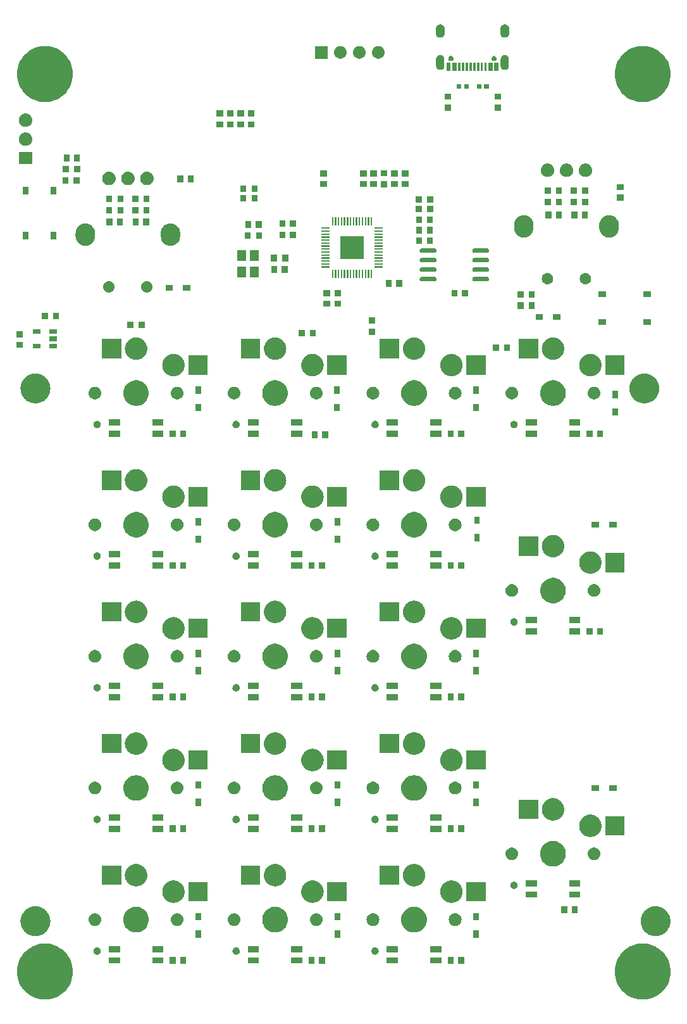
<source format=gbs>
G04 #@! TF.GenerationSoftware,KiCad,Pcbnew,8.0.7*
G04 #@! TF.CreationDate,2025-01-13T19:24:39-05:00*
G04 #@! TF.ProjectId,numpad,6e756d70-6164-42e6-9b69-6361645f7063,rev?*
G04 #@! TF.SameCoordinates,Original*
G04 #@! TF.FileFunction,Soldermask,Bot*
G04 #@! TF.FilePolarity,Negative*
%FSLAX46Y46*%
G04 Gerber Fmt 4.6, Leading zero omitted, Abs format (unit mm)*
G04 Created by KiCad (PCBNEW 8.0.7) date 2025-01-13 19:24:39*
%MOMM*%
%LPD*%
G01*
G04 APERTURE LIST*
G04 APERTURE END LIST*
G36*
X50567854Y-156293244D02*
G01*
X50939947Y-156369711D01*
X51302395Y-156483430D01*
X51651478Y-156633233D01*
X51983615Y-156817584D01*
X52295397Y-157034591D01*
X52583626Y-157282027D01*
X52845343Y-157557353D01*
X53077863Y-157857744D01*
X53278800Y-158180118D01*
X53446092Y-158521166D01*
X53578022Y-158877388D01*
X53673237Y-159245131D01*
X53730760Y-159620619D01*
X53750000Y-160000000D01*
X53730760Y-160379381D01*
X53673237Y-160754869D01*
X53578022Y-161122612D01*
X53446092Y-161478834D01*
X53278800Y-161819882D01*
X53077863Y-162142256D01*
X52845343Y-162442647D01*
X52583626Y-162717973D01*
X52295397Y-162965409D01*
X51983615Y-163182416D01*
X51651478Y-163366767D01*
X51302395Y-163516570D01*
X50939947Y-163630289D01*
X50567854Y-163706756D01*
X50189934Y-163745187D01*
X49810066Y-163745187D01*
X49432146Y-163706756D01*
X49060053Y-163630289D01*
X48697605Y-163516570D01*
X48348522Y-163366767D01*
X48016385Y-163182416D01*
X47704603Y-162965409D01*
X47416374Y-162717973D01*
X47154657Y-162442647D01*
X46922137Y-162142256D01*
X46721200Y-161819882D01*
X46553908Y-161478834D01*
X46421978Y-161122612D01*
X46326763Y-160754869D01*
X46269240Y-160379381D01*
X46250000Y-160000000D01*
X46269240Y-159620619D01*
X46326763Y-159245131D01*
X46421978Y-158877388D01*
X46553908Y-158521166D01*
X46721200Y-158180118D01*
X46922137Y-157857744D01*
X47154657Y-157557353D01*
X47416374Y-157282027D01*
X47704603Y-157034591D01*
X48016385Y-156817584D01*
X48348522Y-156633233D01*
X48697605Y-156483430D01*
X49060053Y-156369711D01*
X49432146Y-156293244D01*
X49810066Y-156254813D01*
X50189934Y-156254813D01*
X50567854Y-156293244D01*
G37*
G36*
X130567854Y-156293244D02*
G01*
X130939947Y-156369711D01*
X131302395Y-156483430D01*
X131651478Y-156633233D01*
X131983615Y-156817584D01*
X132295397Y-157034591D01*
X132583626Y-157282027D01*
X132845343Y-157557353D01*
X133077863Y-157857744D01*
X133278800Y-158180118D01*
X133446092Y-158521166D01*
X133578022Y-158877388D01*
X133673237Y-159245131D01*
X133730760Y-159620619D01*
X133750000Y-160000000D01*
X133730760Y-160379381D01*
X133673237Y-160754869D01*
X133578022Y-161122612D01*
X133446092Y-161478834D01*
X133278800Y-161819882D01*
X133077863Y-162142256D01*
X132845343Y-162442647D01*
X132583626Y-162717973D01*
X132295397Y-162965409D01*
X131983615Y-163182416D01*
X131651478Y-163366767D01*
X131302395Y-163516570D01*
X130939947Y-163630289D01*
X130567854Y-163706756D01*
X130189934Y-163745187D01*
X129810066Y-163745187D01*
X129432146Y-163706756D01*
X129060053Y-163630289D01*
X128697605Y-163516570D01*
X128348522Y-163366767D01*
X128016385Y-163182416D01*
X127704603Y-162965409D01*
X127416374Y-162717973D01*
X127154657Y-162442647D01*
X126922137Y-162142256D01*
X126721200Y-161819882D01*
X126553908Y-161478834D01*
X126421978Y-161122612D01*
X126326763Y-160754869D01*
X126269240Y-160379381D01*
X126250000Y-160000000D01*
X126269240Y-159620619D01*
X126326763Y-159245131D01*
X126421978Y-158877388D01*
X126553908Y-158521166D01*
X126721200Y-158180118D01*
X126922137Y-157857744D01*
X127154657Y-157557353D01*
X127416374Y-157282027D01*
X127704603Y-157034591D01*
X128016385Y-156817584D01*
X128348522Y-156633233D01*
X128697605Y-156483430D01*
X129060053Y-156369711D01*
X129432146Y-156293244D01*
X129810066Y-156254813D01*
X130189934Y-156254813D01*
X130567854Y-156293244D01*
G37*
G36*
X67495000Y-158949000D02*
G01*
X66695000Y-158949000D01*
X66695000Y-158049000D01*
X67495000Y-158049000D01*
X67495000Y-158949000D01*
G37*
G36*
X68895000Y-158949000D02*
G01*
X68095000Y-158949000D01*
X68095000Y-158049000D01*
X68895000Y-158049000D01*
X68895000Y-158949000D01*
G37*
G36*
X86095000Y-158949000D02*
G01*
X85295000Y-158949000D01*
X85295000Y-158049000D01*
X86095000Y-158049000D01*
X86095000Y-158949000D01*
G37*
G36*
X87495000Y-158949000D02*
G01*
X86695000Y-158949000D01*
X86695000Y-158049000D01*
X87495000Y-158049000D01*
X87495000Y-158949000D01*
G37*
G36*
X104695000Y-158949000D02*
G01*
X103895000Y-158949000D01*
X103895000Y-158049000D01*
X104695000Y-158049000D01*
X104695000Y-158949000D01*
G37*
G36*
X106095000Y-158949000D02*
G01*
X105295000Y-158949000D01*
X105295000Y-158049000D01*
X106095000Y-158049000D01*
X106095000Y-158949000D01*
G37*
G36*
X60050000Y-158910000D02*
G01*
X58550000Y-158910000D01*
X58550000Y-158090000D01*
X60050000Y-158090000D01*
X60050000Y-158910000D01*
G37*
G36*
X65850000Y-158910000D02*
G01*
X64350000Y-158910000D01*
X64350000Y-158090000D01*
X65850000Y-158090000D01*
X65850000Y-158910000D01*
G37*
G36*
X78650000Y-158910000D02*
G01*
X77150000Y-158910000D01*
X77150000Y-158090000D01*
X78650000Y-158090000D01*
X78650000Y-158910000D01*
G37*
G36*
X84450000Y-158910000D02*
G01*
X82950000Y-158910000D01*
X82950000Y-158090000D01*
X84450000Y-158090000D01*
X84450000Y-158910000D01*
G37*
G36*
X97250000Y-158910000D02*
G01*
X95750000Y-158910000D01*
X95750000Y-158090000D01*
X97250000Y-158090000D01*
X97250000Y-158910000D01*
G37*
G36*
X103050000Y-158910000D02*
G01*
X101550000Y-158910000D01*
X101550000Y-158090000D01*
X103050000Y-158090000D01*
X103050000Y-158910000D01*
G37*
G36*
X57014364Y-156759741D02*
G01*
X57050489Y-156759741D01*
X57079850Y-156768362D01*
X57108058Y-156772076D01*
X57145945Y-156787769D01*
X57185755Y-156799459D01*
X57206770Y-156812964D01*
X57227393Y-156821507D01*
X57265182Y-156850503D01*
X57304353Y-156875677D01*
X57316979Y-156890248D01*
X57329861Y-156900133D01*
X57363261Y-156943661D01*
X57396673Y-156982221D01*
X57402295Y-156994531D01*
X57408493Y-157002609D01*
X57432968Y-157061697D01*
X57455237Y-157110458D01*
X57456337Y-157118113D01*
X57457923Y-157121941D01*
X57469158Y-157207286D01*
X57475300Y-157250000D01*
X57469158Y-157292717D01*
X57457923Y-157378058D01*
X57456337Y-157381884D01*
X57455237Y-157389542D01*
X57432965Y-157438309D01*
X57408492Y-157497393D01*
X57402294Y-157505470D01*
X57396673Y-157517779D01*
X57363266Y-157556332D01*
X57329864Y-157599864D01*
X57316980Y-157609749D01*
X57304353Y-157624323D01*
X57265175Y-157649500D01*
X57227393Y-157678492D01*
X57206774Y-157687032D01*
X57185755Y-157700541D01*
X57145937Y-157712232D01*
X57108058Y-157727923D01*
X57079857Y-157731635D01*
X57050489Y-157740259D01*
X57014356Y-157740259D01*
X56980000Y-157744782D01*
X56945644Y-157740259D01*
X56909511Y-157740259D01*
X56880143Y-157731635D01*
X56851941Y-157727923D01*
X56814059Y-157712231D01*
X56774245Y-157700541D01*
X56753227Y-157687033D01*
X56732606Y-157678492D01*
X56694818Y-157649496D01*
X56655647Y-157624323D01*
X56643021Y-157609751D01*
X56630135Y-157599864D01*
X56596724Y-157556321D01*
X56563327Y-157517779D01*
X56557707Y-157505473D01*
X56551507Y-157497393D01*
X56527023Y-157438285D01*
X56504763Y-157389542D01*
X56503662Y-157381888D01*
X56502076Y-157378058D01*
X56490829Y-157292634D01*
X56484700Y-157250000D01*
X56490829Y-157207368D01*
X56502076Y-157121941D01*
X56503662Y-157118110D01*
X56504763Y-157110458D01*
X56527020Y-157061721D01*
X56551506Y-157002609D01*
X56557706Y-156994528D01*
X56563327Y-156982221D01*
X56596731Y-156943669D01*
X56630136Y-156900136D01*
X56643019Y-156890250D01*
X56655647Y-156875677D01*
X56694822Y-156850500D01*
X56732609Y-156821506D01*
X56753230Y-156812964D01*
X56774245Y-156799459D01*
X56814051Y-156787770D01*
X56851941Y-156772076D01*
X56880149Y-156768362D01*
X56909511Y-156759741D01*
X56945636Y-156759741D01*
X56980000Y-156755217D01*
X57014364Y-156759741D01*
G37*
G36*
X75614364Y-156759741D02*
G01*
X75650489Y-156759741D01*
X75679850Y-156768362D01*
X75708058Y-156772076D01*
X75745945Y-156787769D01*
X75785755Y-156799459D01*
X75806770Y-156812964D01*
X75827393Y-156821507D01*
X75865182Y-156850503D01*
X75904353Y-156875677D01*
X75916979Y-156890248D01*
X75929861Y-156900133D01*
X75963261Y-156943661D01*
X75996673Y-156982221D01*
X76002295Y-156994531D01*
X76008493Y-157002609D01*
X76032968Y-157061697D01*
X76055237Y-157110458D01*
X76056337Y-157118113D01*
X76057923Y-157121941D01*
X76069158Y-157207286D01*
X76075300Y-157250000D01*
X76069158Y-157292717D01*
X76057923Y-157378058D01*
X76056337Y-157381884D01*
X76055237Y-157389542D01*
X76032965Y-157438309D01*
X76008492Y-157497393D01*
X76002294Y-157505470D01*
X75996673Y-157517779D01*
X75963266Y-157556332D01*
X75929864Y-157599864D01*
X75916980Y-157609749D01*
X75904353Y-157624323D01*
X75865175Y-157649500D01*
X75827393Y-157678492D01*
X75806774Y-157687032D01*
X75785755Y-157700541D01*
X75745937Y-157712232D01*
X75708058Y-157727923D01*
X75679857Y-157731635D01*
X75650489Y-157740259D01*
X75614356Y-157740259D01*
X75580000Y-157744782D01*
X75545644Y-157740259D01*
X75509511Y-157740259D01*
X75480143Y-157731635D01*
X75451941Y-157727923D01*
X75414059Y-157712231D01*
X75374245Y-157700541D01*
X75353227Y-157687033D01*
X75332606Y-157678492D01*
X75294818Y-157649496D01*
X75255647Y-157624323D01*
X75243021Y-157609751D01*
X75230135Y-157599864D01*
X75196724Y-157556321D01*
X75163327Y-157517779D01*
X75157707Y-157505473D01*
X75151507Y-157497393D01*
X75127023Y-157438285D01*
X75104763Y-157389542D01*
X75103662Y-157381888D01*
X75102076Y-157378058D01*
X75090829Y-157292634D01*
X75084700Y-157250000D01*
X75090829Y-157207368D01*
X75102076Y-157121941D01*
X75103662Y-157118110D01*
X75104763Y-157110458D01*
X75127020Y-157061721D01*
X75151506Y-157002609D01*
X75157706Y-156994528D01*
X75163327Y-156982221D01*
X75196731Y-156943669D01*
X75230136Y-156900136D01*
X75243019Y-156890250D01*
X75255647Y-156875677D01*
X75294822Y-156850500D01*
X75332609Y-156821506D01*
X75353230Y-156812964D01*
X75374245Y-156799459D01*
X75414051Y-156787770D01*
X75451941Y-156772076D01*
X75480149Y-156768362D01*
X75509511Y-156759741D01*
X75545636Y-156759741D01*
X75580000Y-156755217D01*
X75614364Y-156759741D01*
G37*
G36*
X94214364Y-156759741D02*
G01*
X94250489Y-156759741D01*
X94279850Y-156768362D01*
X94308058Y-156772076D01*
X94345945Y-156787769D01*
X94385755Y-156799459D01*
X94406770Y-156812964D01*
X94427393Y-156821507D01*
X94465182Y-156850503D01*
X94504353Y-156875677D01*
X94516979Y-156890248D01*
X94529861Y-156900133D01*
X94563261Y-156943661D01*
X94596673Y-156982221D01*
X94602295Y-156994531D01*
X94608493Y-157002609D01*
X94632968Y-157061697D01*
X94655237Y-157110458D01*
X94656337Y-157118113D01*
X94657923Y-157121941D01*
X94669158Y-157207286D01*
X94675300Y-157250000D01*
X94669158Y-157292717D01*
X94657923Y-157378058D01*
X94656337Y-157381884D01*
X94655237Y-157389542D01*
X94632965Y-157438309D01*
X94608492Y-157497393D01*
X94602294Y-157505470D01*
X94596673Y-157517779D01*
X94563266Y-157556332D01*
X94529864Y-157599864D01*
X94516980Y-157609749D01*
X94504353Y-157624323D01*
X94465175Y-157649500D01*
X94427393Y-157678492D01*
X94406774Y-157687032D01*
X94385755Y-157700541D01*
X94345937Y-157712232D01*
X94308058Y-157727923D01*
X94279857Y-157731635D01*
X94250489Y-157740259D01*
X94214356Y-157740259D01*
X94180000Y-157744782D01*
X94145644Y-157740259D01*
X94109511Y-157740259D01*
X94080143Y-157731635D01*
X94051941Y-157727923D01*
X94014059Y-157712231D01*
X93974245Y-157700541D01*
X93953227Y-157687033D01*
X93932606Y-157678492D01*
X93894818Y-157649496D01*
X93855647Y-157624323D01*
X93843021Y-157609751D01*
X93830135Y-157599864D01*
X93796724Y-157556321D01*
X93763327Y-157517779D01*
X93757707Y-157505473D01*
X93751507Y-157497393D01*
X93727023Y-157438285D01*
X93704763Y-157389542D01*
X93703662Y-157381888D01*
X93702076Y-157378058D01*
X93690829Y-157292634D01*
X93684700Y-157250000D01*
X93690829Y-157207368D01*
X93702076Y-157121941D01*
X93703662Y-157118110D01*
X93704763Y-157110458D01*
X93727020Y-157061721D01*
X93751506Y-157002609D01*
X93757706Y-156994528D01*
X93763327Y-156982221D01*
X93796731Y-156943669D01*
X93830136Y-156900136D01*
X93843019Y-156890250D01*
X93855647Y-156875677D01*
X93894822Y-156850500D01*
X93932609Y-156821506D01*
X93953230Y-156812964D01*
X93974245Y-156799459D01*
X94014051Y-156787770D01*
X94051941Y-156772076D01*
X94080149Y-156768362D01*
X94109511Y-156759741D01*
X94145636Y-156759741D01*
X94180000Y-156755217D01*
X94214364Y-156759741D01*
G37*
G36*
X60050000Y-157410000D02*
G01*
X58550000Y-157410000D01*
X58550000Y-156590000D01*
X60050000Y-156590000D01*
X60050000Y-157410000D01*
G37*
G36*
X65850000Y-157410000D02*
G01*
X64350000Y-157410000D01*
X64350000Y-156590000D01*
X65850000Y-156590000D01*
X65850000Y-157410000D01*
G37*
G36*
X78650000Y-157410000D02*
G01*
X77150000Y-157410000D01*
X77150000Y-156590000D01*
X78650000Y-156590000D01*
X78650000Y-157410000D01*
G37*
G36*
X84450000Y-157410000D02*
G01*
X82950000Y-157410000D01*
X82950000Y-156590000D01*
X84450000Y-156590000D01*
X84450000Y-157410000D01*
G37*
G36*
X97250000Y-157410000D02*
G01*
X95750000Y-157410000D01*
X95750000Y-156590000D01*
X97250000Y-156590000D01*
X97250000Y-157410000D01*
G37*
G36*
X103050000Y-157410000D02*
G01*
X101550000Y-157410000D01*
X101550000Y-156590000D01*
X103050000Y-156590000D01*
X103050000Y-157410000D01*
G37*
G36*
X70900000Y-155489000D02*
G01*
X70150000Y-155489000D01*
X70150000Y-154489000D01*
X70900000Y-154489000D01*
X70900000Y-155489000D01*
G37*
G36*
X89500000Y-155489000D02*
G01*
X88750000Y-155489000D01*
X88750000Y-154489000D01*
X89500000Y-154489000D01*
X89500000Y-155489000D01*
G37*
G36*
X108100000Y-155489000D02*
G01*
X107350000Y-155489000D01*
X107350000Y-154489000D01*
X108100000Y-154489000D01*
X108100000Y-155489000D01*
G37*
G36*
X48792141Y-151254802D02*
G01*
X48861476Y-151254802D01*
X48936693Y-151265140D01*
X49009630Y-151270357D01*
X49069669Y-151283417D01*
X49131883Y-151291969D01*
X49211419Y-151314253D01*
X49288465Y-151331014D01*
X49340476Y-151350413D01*
X49394708Y-151365608D01*
X49476696Y-151401220D01*
X49555830Y-151430736D01*
X49599324Y-151454485D01*
X49645068Y-151474355D01*
X49727365Y-151524401D01*
X49806282Y-151567493D01*
X49841153Y-151593597D01*
X49878277Y-151616173D01*
X49958550Y-151681480D01*
X50034721Y-151738501D01*
X50061262Y-151765042D01*
X50090012Y-151788432D01*
X50165782Y-151869562D01*
X50236499Y-151940279D01*
X50255369Y-151965486D01*
X50276315Y-151987914D01*
X50345007Y-152085228D01*
X50407507Y-152168718D01*
X50419689Y-152191029D01*
X50433719Y-152210904D01*
X50492753Y-152324836D01*
X50544264Y-152419170D01*
X50551021Y-152437287D01*
X50559291Y-152453247D01*
X50606125Y-152585028D01*
X50643986Y-152686535D01*
X50646802Y-152699480D01*
X50650700Y-152710448D01*
X50682980Y-152865787D01*
X50704643Y-152965370D01*
X50705151Y-152972482D01*
X50706233Y-152977686D01*
X50721769Y-153204835D01*
X50725000Y-153250000D01*
X50721769Y-153295167D01*
X50706233Y-153522313D01*
X50705151Y-153527515D01*
X50704643Y-153534630D01*
X50682975Y-153634233D01*
X50650700Y-153789551D01*
X50646802Y-153800517D01*
X50643986Y-153813465D01*
X50606118Y-153914991D01*
X50559291Y-154046752D01*
X50551022Y-154062708D01*
X50544264Y-154080830D01*
X50492743Y-154175182D01*
X50433719Y-154289095D01*
X50419692Y-154308966D01*
X50407507Y-154331282D01*
X50344994Y-154414788D01*
X50276315Y-154512085D01*
X50255372Y-154534508D01*
X50236499Y-154559721D01*
X50165768Y-154630451D01*
X50090012Y-154711567D01*
X50061268Y-154734951D01*
X50034721Y-154761499D01*
X49958534Y-154818531D01*
X49878277Y-154883826D01*
X49841160Y-154906396D01*
X49806282Y-154932507D01*
X49727349Y-154975607D01*
X49645068Y-155025644D01*
X49599333Y-155045509D01*
X49555830Y-155069264D01*
X49476680Y-155098785D01*
X49394708Y-155134391D01*
X49340487Y-155149582D01*
X49288465Y-155168986D01*
X49211403Y-155185749D01*
X49131883Y-155208030D01*
X49069679Y-155216580D01*
X49009630Y-155229643D01*
X48936689Y-155234859D01*
X48861476Y-155245198D01*
X48792141Y-155245198D01*
X48725000Y-155250000D01*
X48657859Y-155245198D01*
X48588524Y-155245198D01*
X48513310Y-155234859D01*
X48440370Y-155229643D01*
X48380321Y-155216580D01*
X48318116Y-155208030D01*
X48238592Y-155185748D01*
X48161535Y-155168986D01*
X48109515Y-155149583D01*
X48055291Y-155134391D01*
X47973312Y-155098782D01*
X47894170Y-155069264D01*
X47850670Y-155045511D01*
X47804931Y-155025644D01*
X47722640Y-154975602D01*
X47643718Y-154932507D01*
X47608843Y-154906400D01*
X47571722Y-154883826D01*
X47491452Y-154818522D01*
X47415279Y-154761499D01*
X47388736Y-154734956D01*
X47359987Y-154711567D01*
X47284216Y-154630436D01*
X47213501Y-154559721D01*
X47194631Y-154534513D01*
X47173684Y-154512085D01*
X47104987Y-154414764D01*
X47042493Y-154331282D01*
X47030311Y-154308972D01*
X47016280Y-154289095D01*
X46957236Y-154175146D01*
X46905736Y-154080830D01*
X46898979Y-154062715D01*
X46890708Y-154046752D01*
X46843860Y-153914935D01*
X46806014Y-153813465D01*
X46803198Y-153800524D01*
X46799299Y-153789551D01*
X46767002Y-153634131D01*
X46745357Y-153534630D01*
X46744848Y-153527523D01*
X46743766Y-153522313D01*
X46728207Y-153294847D01*
X46725000Y-153250000D01*
X46728207Y-153205156D01*
X46743766Y-152977686D01*
X46744848Y-152972475D01*
X46745357Y-152965370D01*
X46766997Y-152865890D01*
X46799299Y-152710448D01*
X46803199Y-152699473D01*
X46806014Y-152686535D01*
X46843852Y-152585085D01*
X46890708Y-152453247D01*
X46898981Y-152437280D01*
X46905736Y-152419170D01*
X46957226Y-152324871D01*
X47016280Y-152210904D01*
X47030313Y-152191023D01*
X47042493Y-152168718D01*
X47104975Y-152085251D01*
X47173684Y-151987914D01*
X47194634Y-151965480D01*
X47213501Y-151940279D01*
X47284202Y-151869577D01*
X47359987Y-151788432D01*
X47388741Y-151765038D01*
X47415279Y-151738501D01*
X47491437Y-151681489D01*
X47571722Y-151616173D01*
X47608850Y-151593594D01*
X47643718Y-151567493D01*
X47722624Y-151524406D01*
X47804931Y-151474355D01*
X47850679Y-151454483D01*
X47894170Y-151430736D01*
X47973296Y-151401223D01*
X48055291Y-151365608D01*
X48109526Y-151350412D01*
X48161535Y-151331014D01*
X48238576Y-151314254D01*
X48318116Y-151291969D01*
X48380331Y-151283417D01*
X48440370Y-151270357D01*
X48513306Y-151265140D01*
X48588524Y-151254802D01*
X48657859Y-151254802D01*
X48725000Y-151250000D01*
X48792141Y-151254802D01*
G37*
G36*
X131792141Y-151254802D02*
G01*
X131861476Y-151254802D01*
X131936693Y-151265140D01*
X132009630Y-151270357D01*
X132069669Y-151283417D01*
X132131883Y-151291969D01*
X132211419Y-151314253D01*
X132288465Y-151331014D01*
X132340476Y-151350413D01*
X132394708Y-151365608D01*
X132476696Y-151401220D01*
X132555830Y-151430736D01*
X132599324Y-151454485D01*
X132645068Y-151474355D01*
X132727365Y-151524401D01*
X132806282Y-151567493D01*
X132841153Y-151593597D01*
X132878277Y-151616173D01*
X132958550Y-151681480D01*
X133034721Y-151738501D01*
X133061262Y-151765042D01*
X133090012Y-151788432D01*
X133165782Y-151869562D01*
X133236499Y-151940279D01*
X133255369Y-151965486D01*
X133276315Y-151987914D01*
X133345007Y-152085228D01*
X133407507Y-152168718D01*
X133419689Y-152191029D01*
X133433719Y-152210904D01*
X133492753Y-152324836D01*
X133544264Y-152419170D01*
X133551021Y-152437287D01*
X133559291Y-152453247D01*
X133606125Y-152585028D01*
X133643986Y-152686535D01*
X133646802Y-152699480D01*
X133650700Y-152710448D01*
X133682980Y-152865787D01*
X133704643Y-152965370D01*
X133705151Y-152972482D01*
X133706233Y-152977686D01*
X133721769Y-153204835D01*
X133725000Y-153250000D01*
X133721769Y-153295167D01*
X133706233Y-153522313D01*
X133705151Y-153527515D01*
X133704643Y-153534630D01*
X133682975Y-153634233D01*
X133650700Y-153789551D01*
X133646802Y-153800517D01*
X133643986Y-153813465D01*
X133606118Y-153914991D01*
X133559291Y-154046752D01*
X133551022Y-154062708D01*
X133544264Y-154080830D01*
X133492743Y-154175182D01*
X133433719Y-154289095D01*
X133419692Y-154308966D01*
X133407507Y-154331282D01*
X133344994Y-154414788D01*
X133276315Y-154512085D01*
X133255372Y-154534508D01*
X133236499Y-154559721D01*
X133165768Y-154630451D01*
X133090012Y-154711567D01*
X133061268Y-154734951D01*
X133034721Y-154761499D01*
X132958534Y-154818531D01*
X132878277Y-154883826D01*
X132841160Y-154906396D01*
X132806282Y-154932507D01*
X132727349Y-154975607D01*
X132645068Y-155025644D01*
X132599333Y-155045509D01*
X132555830Y-155069264D01*
X132476680Y-155098785D01*
X132394708Y-155134391D01*
X132340487Y-155149582D01*
X132288465Y-155168986D01*
X132211403Y-155185749D01*
X132131883Y-155208030D01*
X132069679Y-155216580D01*
X132009630Y-155229643D01*
X131936689Y-155234859D01*
X131861476Y-155245198D01*
X131792141Y-155245198D01*
X131725000Y-155250000D01*
X131657859Y-155245198D01*
X131588524Y-155245198D01*
X131513310Y-155234859D01*
X131440370Y-155229643D01*
X131380321Y-155216580D01*
X131318116Y-155208030D01*
X131238592Y-155185748D01*
X131161535Y-155168986D01*
X131109515Y-155149583D01*
X131055291Y-155134391D01*
X130973312Y-155098782D01*
X130894170Y-155069264D01*
X130850670Y-155045511D01*
X130804931Y-155025644D01*
X130722640Y-154975602D01*
X130643718Y-154932507D01*
X130608843Y-154906400D01*
X130571722Y-154883826D01*
X130491452Y-154818522D01*
X130415279Y-154761499D01*
X130388736Y-154734956D01*
X130359987Y-154711567D01*
X130284216Y-154630436D01*
X130213501Y-154559721D01*
X130194631Y-154534513D01*
X130173684Y-154512085D01*
X130104987Y-154414764D01*
X130042493Y-154331282D01*
X130030311Y-154308972D01*
X130016280Y-154289095D01*
X129957236Y-154175146D01*
X129905736Y-154080830D01*
X129898979Y-154062715D01*
X129890708Y-154046752D01*
X129843860Y-153914935D01*
X129806014Y-153813465D01*
X129803198Y-153800524D01*
X129799299Y-153789551D01*
X129767002Y-153634131D01*
X129745357Y-153534630D01*
X129744848Y-153527523D01*
X129743766Y-153522313D01*
X129728207Y-153294847D01*
X129725000Y-153250000D01*
X129728207Y-153205156D01*
X129743766Y-152977686D01*
X129744848Y-152972475D01*
X129745357Y-152965370D01*
X129766997Y-152865890D01*
X129799299Y-152710448D01*
X129803199Y-152699473D01*
X129806014Y-152686535D01*
X129843852Y-152585085D01*
X129890708Y-152453247D01*
X129898981Y-152437280D01*
X129905736Y-152419170D01*
X129957226Y-152324871D01*
X130016280Y-152210904D01*
X130030313Y-152191023D01*
X130042493Y-152168718D01*
X130104975Y-152085251D01*
X130173684Y-151987914D01*
X130194634Y-151965480D01*
X130213501Y-151940279D01*
X130284202Y-151869577D01*
X130359987Y-151788432D01*
X130388741Y-151765038D01*
X130415279Y-151738501D01*
X130491437Y-151681489D01*
X130571722Y-151616173D01*
X130608850Y-151593594D01*
X130643718Y-151567493D01*
X130722624Y-151524406D01*
X130804931Y-151474355D01*
X130850679Y-151454483D01*
X130894170Y-151430736D01*
X130973296Y-151401223D01*
X131055291Y-151365608D01*
X131109526Y-151350412D01*
X131161535Y-151331014D01*
X131238576Y-151314254D01*
X131318116Y-151291969D01*
X131380331Y-151283417D01*
X131440370Y-151270357D01*
X131513306Y-151265140D01*
X131588524Y-151254802D01*
X131657859Y-151254802D01*
X131725000Y-151250000D01*
X131792141Y-151254802D01*
G37*
G36*
X62581512Y-151378486D02*
G01*
X62826377Y-151454017D01*
X63057250Y-151565199D01*
X63268973Y-151709550D01*
X63456817Y-151883844D01*
X63616586Y-152084188D01*
X63744711Y-152306106D01*
X63838330Y-152544642D01*
X63895350Y-152794467D01*
X63914500Y-153050000D01*
X63895350Y-153305533D01*
X63838330Y-153555358D01*
X63744711Y-153793894D01*
X63616586Y-154015812D01*
X63456817Y-154216156D01*
X63268973Y-154390450D01*
X63057250Y-154534801D01*
X62826377Y-154645983D01*
X62581512Y-154721514D01*
X62328125Y-154759706D01*
X62071875Y-154759706D01*
X61818488Y-154721514D01*
X61573623Y-154645983D01*
X61342750Y-154534801D01*
X61131027Y-154390450D01*
X60943183Y-154216156D01*
X60783414Y-154015812D01*
X60655289Y-153793894D01*
X60561670Y-153555358D01*
X60504650Y-153305533D01*
X60485500Y-153050000D01*
X60504650Y-152794467D01*
X60561670Y-152544642D01*
X60655289Y-152306106D01*
X60783414Y-152084188D01*
X60943183Y-151883844D01*
X61131027Y-151709550D01*
X61342750Y-151565199D01*
X61573623Y-151454017D01*
X61818488Y-151378486D01*
X62071875Y-151340294D01*
X62328125Y-151340294D01*
X62581512Y-151378486D01*
G37*
G36*
X81181512Y-151378486D02*
G01*
X81426377Y-151454017D01*
X81657250Y-151565199D01*
X81868973Y-151709550D01*
X82056817Y-151883844D01*
X82216586Y-152084188D01*
X82344711Y-152306106D01*
X82438330Y-152544642D01*
X82495350Y-152794467D01*
X82514500Y-153050000D01*
X82495350Y-153305533D01*
X82438330Y-153555358D01*
X82344711Y-153793894D01*
X82216586Y-154015812D01*
X82056817Y-154216156D01*
X81868973Y-154390450D01*
X81657250Y-154534801D01*
X81426377Y-154645983D01*
X81181512Y-154721514D01*
X80928125Y-154759706D01*
X80671875Y-154759706D01*
X80418488Y-154721514D01*
X80173623Y-154645983D01*
X79942750Y-154534801D01*
X79731027Y-154390450D01*
X79543183Y-154216156D01*
X79383414Y-154015812D01*
X79255289Y-153793894D01*
X79161670Y-153555358D01*
X79104650Y-153305533D01*
X79085500Y-153050000D01*
X79104650Y-152794467D01*
X79161670Y-152544642D01*
X79255289Y-152306106D01*
X79383414Y-152084188D01*
X79543183Y-151883844D01*
X79731027Y-151709550D01*
X79942750Y-151565199D01*
X80173623Y-151454017D01*
X80418488Y-151378486D01*
X80671875Y-151340294D01*
X80928125Y-151340294D01*
X81181512Y-151378486D01*
G37*
G36*
X99781512Y-151378486D02*
G01*
X100026377Y-151454017D01*
X100257250Y-151565199D01*
X100468973Y-151709550D01*
X100656817Y-151883844D01*
X100816586Y-152084188D01*
X100944711Y-152306106D01*
X101038330Y-152544642D01*
X101095350Y-152794467D01*
X101114500Y-153050000D01*
X101095350Y-153305533D01*
X101038330Y-153555358D01*
X100944711Y-153793894D01*
X100816586Y-154015812D01*
X100656817Y-154216156D01*
X100468973Y-154390450D01*
X100257250Y-154534801D01*
X100026377Y-154645983D01*
X99781512Y-154721514D01*
X99528125Y-154759706D01*
X99271875Y-154759706D01*
X99018488Y-154721514D01*
X98773623Y-154645983D01*
X98542750Y-154534801D01*
X98331027Y-154390450D01*
X98143183Y-154216156D01*
X97983414Y-154015812D01*
X97855289Y-153793894D01*
X97761670Y-153555358D01*
X97704650Y-153305533D01*
X97685500Y-153050000D01*
X97704650Y-152794467D01*
X97761670Y-152544642D01*
X97855289Y-152306106D01*
X97983414Y-152084188D01*
X98143183Y-151883844D01*
X98331027Y-151709550D01*
X98542750Y-151565199D01*
X98773623Y-151454017D01*
X99018488Y-151378486D01*
X99271875Y-151340294D01*
X99528125Y-151340294D01*
X99781512Y-151378486D01*
G37*
G36*
X56962943Y-152240746D02*
G01*
X57125450Y-152313099D01*
X57269363Y-152417658D01*
X57388393Y-152549854D01*
X57477336Y-152703908D01*
X57532306Y-152873088D01*
X57550900Y-153050000D01*
X57532306Y-153226912D01*
X57477336Y-153396092D01*
X57388393Y-153550146D01*
X57269363Y-153682342D01*
X57125450Y-153786901D01*
X56962943Y-153859254D01*
X56788943Y-153896239D01*
X56611057Y-153896239D01*
X56437057Y-153859254D01*
X56274550Y-153786901D01*
X56130637Y-153682342D01*
X56011607Y-153550146D01*
X55922664Y-153396092D01*
X55867694Y-153226912D01*
X55849100Y-153050000D01*
X55867694Y-152873088D01*
X55922664Y-152703908D01*
X56011607Y-152549854D01*
X56130637Y-152417658D01*
X56274550Y-152313099D01*
X56437057Y-152240746D01*
X56611057Y-152203761D01*
X56788943Y-152203761D01*
X56962943Y-152240746D01*
G37*
G36*
X67962943Y-152240746D02*
G01*
X68125450Y-152313099D01*
X68269363Y-152417658D01*
X68388393Y-152549854D01*
X68477336Y-152703908D01*
X68532306Y-152873088D01*
X68550900Y-153050000D01*
X68532306Y-153226912D01*
X68477336Y-153396092D01*
X68388393Y-153550146D01*
X68269363Y-153682342D01*
X68125450Y-153786901D01*
X67962943Y-153859254D01*
X67788943Y-153896239D01*
X67611057Y-153896239D01*
X67437057Y-153859254D01*
X67274550Y-153786901D01*
X67130637Y-153682342D01*
X67011607Y-153550146D01*
X66922664Y-153396092D01*
X66867694Y-153226912D01*
X66849100Y-153050000D01*
X66867694Y-152873088D01*
X66922664Y-152703908D01*
X67011607Y-152549854D01*
X67130637Y-152417658D01*
X67274550Y-152313099D01*
X67437057Y-152240746D01*
X67611057Y-152203761D01*
X67788943Y-152203761D01*
X67962943Y-152240746D01*
G37*
G36*
X75562943Y-152240746D02*
G01*
X75725450Y-152313099D01*
X75869363Y-152417658D01*
X75988393Y-152549854D01*
X76077336Y-152703908D01*
X76132306Y-152873088D01*
X76150900Y-153050000D01*
X76132306Y-153226912D01*
X76077336Y-153396092D01*
X75988393Y-153550146D01*
X75869363Y-153682342D01*
X75725450Y-153786901D01*
X75562943Y-153859254D01*
X75388943Y-153896239D01*
X75211057Y-153896239D01*
X75037057Y-153859254D01*
X74874550Y-153786901D01*
X74730637Y-153682342D01*
X74611607Y-153550146D01*
X74522664Y-153396092D01*
X74467694Y-153226912D01*
X74449100Y-153050000D01*
X74467694Y-152873088D01*
X74522664Y-152703908D01*
X74611607Y-152549854D01*
X74730637Y-152417658D01*
X74874550Y-152313099D01*
X75037057Y-152240746D01*
X75211057Y-152203761D01*
X75388943Y-152203761D01*
X75562943Y-152240746D01*
G37*
G36*
X86562943Y-152240746D02*
G01*
X86725450Y-152313099D01*
X86869363Y-152417658D01*
X86988393Y-152549854D01*
X87077336Y-152703908D01*
X87132306Y-152873088D01*
X87150900Y-153050000D01*
X87132306Y-153226912D01*
X87077336Y-153396092D01*
X86988393Y-153550146D01*
X86869363Y-153682342D01*
X86725450Y-153786901D01*
X86562943Y-153859254D01*
X86388943Y-153896239D01*
X86211057Y-153896239D01*
X86037057Y-153859254D01*
X85874550Y-153786901D01*
X85730637Y-153682342D01*
X85611607Y-153550146D01*
X85522664Y-153396092D01*
X85467694Y-153226912D01*
X85449100Y-153050000D01*
X85467694Y-152873088D01*
X85522664Y-152703908D01*
X85611607Y-152549854D01*
X85730637Y-152417658D01*
X85874550Y-152313099D01*
X86037057Y-152240746D01*
X86211057Y-152203761D01*
X86388943Y-152203761D01*
X86562943Y-152240746D01*
G37*
G36*
X94162943Y-152240746D02*
G01*
X94325450Y-152313099D01*
X94469363Y-152417658D01*
X94588393Y-152549854D01*
X94677336Y-152703908D01*
X94732306Y-152873088D01*
X94750900Y-153050000D01*
X94732306Y-153226912D01*
X94677336Y-153396092D01*
X94588393Y-153550146D01*
X94469363Y-153682342D01*
X94325450Y-153786901D01*
X94162943Y-153859254D01*
X93988943Y-153896239D01*
X93811057Y-153896239D01*
X93637057Y-153859254D01*
X93474550Y-153786901D01*
X93330637Y-153682342D01*
X93211607Y-153550146D01*
X93122664Y-153396092D01*
X93067694Y-153226912D01*
X93049100Y-153050000D01*
X93067694Y-152873088D01*
X93122664Y-152703908D01*
X93211607Y-152549854D01*
X93330637Y-152417658D01*
X93474550Y-152313099D01*
X93637057Y-152240746D01*
X93811057Y-152203761D01*
X93988943Y-152203761D01*
X94162943Y-152240746D01*
G37*
G36*
X105162943Y-152240746D02*
G01*
X105325450Y-152313099D01*
X105469363Y-152417658D01*
X105588393Y-152549854D01*
X105677336Y-152703908D01*
X105732306Y-152873088D01*
X105750900Y-153050000D01*
X105732306Y-153226912D01*
X105677336Y-153396092D01*
X105588393Y-153550146D01*
X105469363Y-153682342D01*
X105325450Y-153786901D01*
X105162943Y-153859254D01*
X104988943Y-153896239D01*
X104811057Y-153896239D01*
X104637057Y-153859254D01*
X104474550Y-153786901D01*
X104330637Y-153682342D01*
X104211607Y-153550146D01*
X104122664Y-153396092D01*
X104067694Y-153226912D01*
X104049100Y-153050000D01*
X104067694Y-152873088D01*
X104122664Y-152703908D01*
X104211607Y-152549854D01*
X104330637Y-152417658D01*
X104474550Y-152313099D01*
X104637057Y-152240746D01*
X104811057Y-152203761D01*
X104988943Y-152203761D01*
X105162943Y-152240746D01*
G37*
G36*
X70900000Y-153149000D02*
G01*
X70150000Y-153149000D01*
X70150000Y-152149000D01*
X70900000Y-152149000D01*
X70900000Y-153149000D01*
G37*
G36*
X89500000Y-153149000D02*
G01*
X88750000Y-153149000D01*
X88750000Y-152149000D01*
X89500000Y-152149000D01*
X89500000Y-153149000D01*
G37*
G36*
X108100000Y-153149000D02*
G01*
X107350000Y-153149000D01*
X107350000Y-152149000D01*
X108100000Y-152149000D01*
X108100000Y-153149000D01*
G37*
G36*
X119895000Y-152149000D02*
G01*
X119095000Y-152149000D01*
X119095000Y-151249000D01*
X119895000Y-151249000D01*
X119895000Y-152149000D01*
G37*
G36*
X121295000Y-152149000D02*
G01*
X120495000Y-152149000D01*
X120495000Y-151249000D01*
X121295000Y-151249000D01*
X121295000Y-152149000D01*
G37*
G36*
X67262744Y-147805123D02*
G01*
X67323869Y-147805123D01*
X67378427Y-147814227D01*
X67434623Y-147818650D01*
X67502304Y-147834899D01*
X67568228Y-147845900D01*
X67614986Y-147861952D01*
X67663465Y-147873591D01*
X67734026Y-147902818D01*
X67802543Y-147926340D01*
X67840813Y-147947050D01*
X67880902Y-147963656D01*
X67951959Y-148007200D01*
X68020422Y-148044250D01*
X68050046Y-148067307D01*
X68081568Y-148086624D01*
X68150449Y-148145454D01*
X68215922Y-148196414D01*
X68237281Y-148219616D01*
X68260528Y-148239471D01*
X68324365Y-148314214D01*
X68383711Y-148378681D01*
X68397659Y-148400030D01*
X68413375Y-148418431D01*
X68469221Y-148509564D01*
X68519211Y-148586079D01*
X68527022Y-148603886D01*
X68536343Y-148619097D01*
X68581261Y-148727540D01*
X68618726Y-148812951D01*
X68622008Y-148825911D01*
X68626408Y-148836534D01*
X68657623Y-148966553D01*
X68679542Y-149053108D01*
X68680141Y-149060348D01*
X68681349Y-149065376D01*
X68696296Y-149255307D01*
X68700000Y-149300000D01*
X68696296Y-149344696D01*
X68681349Y-149534623D01*
X68680142Y-149539650D01*
X68679542Y-149546892D01*
X68657618Y-149633464D01*
X68626408Y-149763465D01*
X68622008Y-149774085D01*
X68618726Y-149787049D01*
X68581254Y-149872476D01*
X68536343Y-149980902D01*
X68527023Y-149996109D01*
X68519211Y-150013921D01*
X68469211Y-150090450D01*
X68413375Y-150181568D01*
X68397661Y-150199965D01*
X68383711Y-150221319D01*
X68324353Y-150285798D01*
X68260528Y-150360528D01*
X68237285Y-150380378D01*
X68215922Y-150403586D01*
X68150436Y-150454555D01*
X68081568Y-150513375D01*
X68050052Y-150532687D01*
X68020422Y-150555750D01*
X67951945Y-150592807D01*
X67880902Y-150636343D01*
X67840820Y-150652945D01*
X67802543Y-150673660D01*
X67734011Y-150697186D01*
X67663465Y-150726408D01*
X67614996Y-150738044D01*
X67568228Y-150754100D01*
X67502290Y-150765103D01*
X67434623Y-150781349D01*
X67378439Y-150785770D01*
X67323869Y-150794877D01*
X67262731Y-150794877D01*
X67200000Y-150799814D01*
X67137268Y-150794877D01*
X67076131Y-150794877D01*
X67021561Y-150785770D01*
X66965376Y-150781349D01*
X66897706Y-150765102D01*
X66831772Y-150754100D01*
X66785005Y-150738045D01*
X66736534Y-150726408D01*
X66665982Y-150697184D01*
X66597457Y-150673660D01*
X66559182Y-150652946D01*
X66519097Y-150636343D01*
X66448045Y-150592802D01*
X66379578Y-150555750D01*
X66349951Y-150532690D01*
X66318431Y-150513375D01*
X66249552Y-150454546D01*
X66184078Y-150403586D01*
X66162717Y-150380382D01*
X66139471Y-150360528D01*
X66075632Y-150285783D01*
X66016289Y-150221319D01*
X66002341Y-150199970D01*
X65986624Y-150181568D01*
X65930771Y-150090425D01*
X65880789Y-150013921D01*
X65872978Y-149996115D01*
X65863656Y-149980902D01*
X65818727Y-149872435D01*
X65781274Y-149787049D01*
X65777992Y-149774092D01*
X65773591Y-149763465D01*
X65742361Y-149633388D01*
X65720458Y-149546892D01*
X65719858Y-149539656D01*
X65718650Y-149534623D01*
X65703683Y-149344456D01*
X65700000Y-149300000D01*
X65703683Y-149255547D01*
X65718650Y-149065376D01*
X65719858Y-149060342D01*
X65720458Y-149053108D01*
X65742357Y-148966629D01*
X65773591Y-148836534D01*
X65777993Y-148825905D01*
X65781274Y-148812951D01*
X65818720Y-148727581D01*
X65863656Y-148619097D01*
X65872980Y-148603881D01*
X65880789Y-148586079D01*
X65930762Y-148509589D01*
X65986624Y-148418431D01*
X66002344Y-148400025D01*
X66016289Y-148378681D01*
X66075620Y-148314229D01*
X66139471Y-148239471D01*
X66162722Y-148219612D01*
X66184078Y-148196414D01*
X66249539Y-148145463D01*
X66318431Y-148086624D01*
X66349957Y-148067304D01*
X66379578Y-148044250D01*
X66448031Y-148007204D01*
X66519097Y-147963656D01*
X66559190Y-147947048D01*
X66597457Y-147926340D01*
X66665968Y-147902820D01*
X66736534Y-147873591D01*
X66785015Y-147861951D01*
X66831772Y-147845900D01*
X66897692Y-147834899D01*
X66965376Y-147818650D01*
X67021573Y-147814227D01*
X67076131Y-147805123D01*
X67137256Y-147805123D01*
X67200000Y-147800185D01*
X67262744Y-147805123D01*
G37*
G36*
X85862744Y-147805123D02*
G01*
X85923869Y-147805123D01*
X85978427Y-147814227D01*
X86034623Y-147818650D01*
X86102304Y-147834899D01*
X86168228Y-147845900D01*
X86214986Y-147861952D01*
X86263465Y-147873591D01*
X86334026Y-147902818D01*
X86402543Y-147926340D01*
X86440813Y-147947050D01*
X86480902Y-147963656D01*
X86551959Y-148007200D01*
X86620422Y-148044250D01*
X86650046Y-148067307D01*
X86681568Y-148086624D01*
X86750449Y-148145454D01*
X86815922Y-148196414D01*
X86837281Y-148219616D01*
X86860528Y-148239471D01*
X86924365Y-148314214D01*
X86983711Y-148378681D01*
X86997659Y-148400030D01*
X87013375Y-148418431D01*
X87069221Y-148509564D01*
X87119211Y-148586079D01*
X87127022Y-148603886D01*
X87136343Y-148619097D01*
X87181261Y-148727540D01*
X87218726Y-148812951D01*
X87222008Y-148825911D01*
X87226408Y-148836534D01*
X87257623Y-148966553D01*
X87279542Y-149053108D01*
X87280141Y-149060348D01*
X87281349Y-149065376D01*
X87296296Y-149255307D01*
X87300000Y-149300000D01*
X87296296Y-149344696D01*
X87281349Y-149534623D01*
X87280142Y-149539650D01*
X87279542Y-149546892D01*
X87257618Y-149633464D01*
X87226408Y-149763465D01*
X87222008Y-149774085D01*
X87218726Y-149787049D01*
X87181254Y-149872476D01*
X87136343Y-149980902D01*
X87127023Y-149996109D01*
X87119211Y-150013921D01*
X87069211Y-150090450D01*
X87013375Y-150181568D01*
X86997661Y-150199965D01*
X86983711Y-150221319D01*
X86924353Y-150285798D01*
X86860528Y-150360528D01*
X86837285Y-150380378D01*
X86815922Y-150403586D01*
X86750436Y-150454555D01*
X86681568Y-150513375D01*
X86650052Y-150532687D01*
X86620422Y-150555750D01*
X86551945Y-150592807D01*
X86480902Y-150636343D01*
X86440820Y-150652945D01*
X86402543Y-150673660D01*
X86334011Y-150697186D01*
X86263465Y-150726408D01*
X86214996Y-150738044D01*
X86168228Y-150754100D01*
X86102290Y-150765103D01*
X86034623Y-150781349D01*
X85978439Y-150785770D01*
X85923869Y-150794877D01*
X85862731Y-150794877D01*
X85800000Y-150799814D01*
X85737268Y-150794877D01*
X85676131Y-150794877D01*
X85621561Y-150785770D01*
X85565376Y-150781349D01*
X85497706Y-150765102D01*
X85431772Y-150754100D01*
X85385005Y-150738045D01*
X85336534Y-150726408D01*
X85265982Y-150697184D01*
X85197457Y-150673660D01*
X85159182Y-150652946D01*
X85119097Y-150636343D01*
X85048045Y-150592802D01*
X84979578Y-150555750D01*
X84949951Y-150532690D01*
X84918431Y-150513375D01*
X84849552Y-150454546D01*
X84784078Y-150403586D01*
X84762717Y-150380382D01*
X84739471Y-150360528D01*
X84675632Y-150285783D01*
X84616289Y-150221319D01*
X84602341Y-150199970D01*
X84586624Y-150181568D01*
X84530771Y-150090425D01*
X84480789Y-150013921D01*
X84472978Y-149996115D01*
X84463656Y-149980902D01*
X84418727Y-149872435D01*
X84381274Y-149787049D01*
X84377992Y-149774092D01*
X84373591Y-149763465D01*
X84342361Y-149633388D01*
X84320458Y-149546892D01*
X84319858Y-149539656D01*
X84318650Y-149534623D01*
X84303683Y-149344456D01*
X84300000Y-149300000D01*
X84303683Y-149255547D01*
X84318650Y-149065376D01*
X84319858Y-149060342D01*
X84320458Y-149053108D01*
X84342357Y-148966629D01*
X84373591Y-148836534D01*
X84377993Y-148825905D01*
X84381274Y-148812951D01*
X84418720Y-148727581D01*
X84463656Y-148619097D01*
X84472980Y-148603881D01*
X84480789Y-148586079D01*
X84530762Y-148509589D01*
X84586624Y-148418431D01*
X84602344Y-148400025D01*
X84616289Y-148378681D01*
X84675620Y-148314229D01*
X84739471Y-148239471D01*
X84762722Y-148219612D01*
X84784078Y-148196414D01*
X84849539Y-148145463D01*
X84918431Y-148086624D01*
X84949957Y-148067304D01*
X84979578Y-148044250D01*
X85048031Y-148007204D01*
X85119097Y-147963656D01*
X85159190Y-147947048D01*
X85197457Y-147926340D01*
X85265968Y-147902820D01*
X85336534Y-147873591D01*
X85385015Y-147861951D01*
X85431772Y-147845900D01*
X85497692Y-147834899D01*
X85565376Y-147818650D01*
X85621573Y-147814227D01*
X85676131Y-147805123D01*
X85737256Y-147805123D01*
X85800000Y-147800185D01*
X85862744Y-147805123D01*
G37*
G36*
X104462744Y-147805123D02*
G01*
X104523869Y-147805123D01*
X104578427Y-147814227D01*
X104634623Y-147818650D01*
X104702304Y-147834899D01*
X104768228Y-147845900D01*
X104814986Y-147861952D01*
X104863465Y-147873591D01*
X104934026Y-147902818D01*
X105002543Y-147926340D01*
X105040813Y-147947050D01*
X105080902Y-147963656D01*
X105151959Y-148007200D01*
X105220422Y-148044250D01*
X105250046Y-148067307D01*
X105281568Y-148086624D01*
X105350449Y-148145454D01*
X105415922Y-148196414D01*
X105437281Y-148219616D01*
X105460528Y-148239471D01*
X105524365Y-148314214D01*
X105583711Y-148378681D01*
X105597659Y-148400030D01*
X105613375Y-148418431D01*
X105669221Y-148509564D01*
X105719211Y-148586079D01*
X105727022Y-148603886D01*
X105736343Y-148619097D01*
X105781261Y-148727540D01*
X105818726Y-148812951D01*
X105822008Y-148825911D01*
X105826408Y-148836534D01*
X105857623Y-148966553D01*
X105879542Y-149053108D01*
X105880141Y-149060348D01*
X105881349Y-149065376D01*
X105896296Y-149255307D01*
X105900000Y-149300000D01*
X105896296Y-149344696D01*
X105881349Y-149534623D01*
X105880142Y-149539650D01*
X105879542Y-149546892D01*
X105857618Y-149633464D01*
X105826408Y-149763465D01*
X105822008Y-149774085D01*
X105818726Y-149787049D01*
X105781254Y-149872476D01*
X105736343Y-149980902D01*
X105727023Y-149996109D01*
X105719211Y-150013921D01*
X105669211Y-150090450D01*
X105613375Y-150181568D01*
X105597661Y-150199965D01*
X105583711Y-150221319D01*
X105524353Y-150285798D01*
X105460528Y-150360528D01*
X105437285Y-150380378D01*
X105415922Y-150403586D01*
X105350436Y-150454555D01*
X105281568Y-150513375D01*
X105250052Y-150532687D01*
X105220422Y-150555750D01*
X105151945Y-150592807D01*
X105080902Y-150636343D01*
X105040820Y-150652945D01*
X105002543Y-150673660D01*
X104934011Y-150697186D01*
X104863465Y-150726408D01*
X104814996Y-150738044D01*
X104768228Y-150754100D01*
X104702290Y-150765103D01*
X104634623Y-150781349D01*
X104578439Y-150785770D01*
X104523869Y-150794877D01*
X104462731Y-150794877D01*
X104400000Y-150799814D01*
X104337268Y-150794877D01*
X104276131Y-150794877D01*
X104221561Y-150785770D01*
X104165376Y-150781349D01*
X104097706Y-150765102D01*
X104031772Y-150754100D01*
X103985005Y-150738045D01*
X103936534Y-150726408D01*
X103865982Y-150697184D01*
X103797457Y-150673660D01*
X103759182Y-150652946D01*
X103719097Y-150636343D01*
X103648045Y-150592802D01*
X103579578Y-150555750D01*
X103549951Y-150532690D01*
X103518431Y-150513375D01*
X103449552Y-150454546D01*
X103384078Y-150403586D01*
X103362717Y-150380382D01*
X103339471Y-150360528D01*
X103275632Y-150285783D01*
X103216289Y-150221319D01*
X103202341Y-150199970D01*
X103186624Y-150181568D01*
X103130771Y-150090425D01*
X103080789Y-150013921D01*
X103072978Y-149996115D01*
X103063656Y-149980902D01*
X103018727Y-149872435D01*
X102981274Y-149787049D01*
X102977992Y-149774092D01*
X102973591Y-149763465D01*
X102942361Y-149633388D01*
X102920458Y-149546892D01*
X102919858Y-149539656D01*
X102918650Y-149534623D01*
X102903683Y-149344456D01*
X102900000Y-149300000D01*
X102903683Y-149255547D01*
X102918650Y-149065376D01*
X102919858Y-149060342D01*
X102920458Y-149053108D01*
X102942357Y-148966629D01*
X102973591Y-148836534D01*
X102977993Y-148825905D01*
X102981274Y-148812951D01*
X103018720Y-148727581D01*
X103063656Y-148619097D01*
X103072980Y-148603881D01*
X103080789Y-148586079D01*
X103130762Y-148509589D01*
X103186624Y-148418431D01*
X103202344Y-148400025D01*
X103216289Y-148378681D01*
X103275620Y-148314229D01*
X103339471Y-148239471D01*
X103362722Y-148219612D01*
X103384078Y-148196414D01*
X103449539Y-148145463D01*
X103518431Y-148086624D01*
X103549957Y-148067304D01*
X103579578Y-148044250D01*
X103648031Y-148007204D01*
X103719097Y-147963656D01*
X103759190Y-147947048D01*
X103797457Y-147926340D01*
X103865968Y-147902820D01*
X103936534Y-147873591D01*
X103985015Y-147861951D01*
X104031772Y-147845900D01*
X104097692Y-147834899D01*
X104165376Y-147818650D01*
X104221573Y-147814227D01*
X104276131Y-147805123D01*
X104337256Y-147805123D01*
X104400000Y-147800185D01*
X104462744Y-147805123D01*
G37*
G36*
X71775000Y-150600000D02*
G01*
X69175000Y-150600000D01*
X69175000Y-148000000D01*
X71775000Y-148000000D01*
X71775000Y-150600000D01*
G37*
G36*
X90375000Y-150600000D02*
G01*
X87775000Y-150600000D01*
X87775000Y-148000000D01*
X90375000Y-148000000D01*
X90375000Y-150600000D01*
G37*
G36*
X108975000Y-150600000D02*
G01*
X106375000Y-150600000D01*
X106375000Y-148000000D01*
X108975000Y-148000000D01*
X108975000Y-150600000D01*
G37*
G36*
X115850000Y-150110000D02*
G01*
X114350000Y-150110000D01*
X114350000Y-149290000D01*
X115850000Y-149290000D01*
X115850000Y-150110000D01*
G37*
G36*
X121650000Y-150110000D02*
G01*
X120150000Y-150110000D01*
X120150000Y-149290000D01*
X121650000Y-149290000D01*
X121650000Y-150110000D01*
G37*
G36*
X112814364Y-147959741D02*
G01*
X112850489Y-147959741D01*
X112879850Y-147968362D01*
X112908058Y-147972076D01*
X112945945Y-147987769D01*
X112985755Y-147999459D01*
X113006770Y-148012964D01*
X113027393Y-148021507D01*
X113065182Y-148050503D01*
X113104353Y-148075677D01*
X113116979Y-148090248D01*
X113129861Y-148100133D01*
X113163261Y-148143661D01*
X113196673Y-148182221D01*
X113202295Y-148194531D01*
X113208493Y-148202609D01*
X113232968Y-148261697D01*
X113255237Y-148310458D01*
X113256337Y-148318113D01*
X113257923Y-148321941D01*
X113269158Y-148407286D01*
X113275300Y-148450000D01*
X113269158Y-148492717D01*
X113257923Y-148578058D01*
X113256337Y-148581884D01*
X113255237Y-148589542D01*
X113232965Y-148638309D01*
X113208492Y-148697393D01*
X113202294Y-148705470D01*
X113196673Y-148717779D01*
X113163266Y-148756332D01*
X113129864Y-148799864D01*
X113116980Y-148809749D01*
X113104353Y-148824323D01*
X113065175Y-148849500D01*
X113027393Y-148878492D01*
X113006774Y-148887032D01*
X112985755Y-148900541D01*
X112945937Y-148912232D01*
X112908058Y-148927923D01*
X112879857Y-148931635D01*
X112850489Y-148940259D01*
X112814356Y-148940259D01*
X112780000Y-148944782D01*
X112745644Y-148940259D01*
X112709511Y-148940259D01*
X112680143Y-148931635D01*
X112651941Y-148927923D01*
X112614059Y-148912231D01*
X112574245Y-148900541D01*
X112553227Y-148887033D01*
X112532606Y-148878492D01*
X112494818Y-148849496D01*
X112455647Y-148824323D01*
X112443021Y-148809751D01*
X112430135Y-148799864D01*
X112396724Y-148756321D01*
X112363327Y-148717779D01*
X112357707Y-148705473D01*
X112351507Y-148697393D01*
X112327023Y-148638285D01*
X112304763Y-148589542D01*
X112303662Y-148581888D01*
X112302076Y-148578058D01*
X112290829Y-148492634D01*
X112284700Y-148450000D01*
X112290829Y-148407368D01*
X112302076Y-148321941D01*
X112303662Y-148318110D01*
X112304763Y-148310458D01*
X112327020Y-148261721D01*
X112351506Y-148202609D01*
X112357706Y-148194528D01*
X112363327Y-148182221D01*
X112396731Y-148143669D01*
X112430136Y-148100136D01*
X112443019Y-148090250D01*
X112455647Y-148075677D01*
X112494822Y-148050500D01*
X112532609Y-148021506D01*
X112553230Y-148012964D01*
X112574245Y-147999459D01*
X112614051Y-147987770D01*
X112651941Y-147972076D01*
X112680149Y-147968362D01*
X112709511Y-147959741D01*
X112745636Y-147959741D01*
X112780000Y-147955217D01*
X112814364Y-147959741D01*
G37*
G36*
X115850000Y-148610000D02*
G01*
X114350000Y-148610000D01*
X114350000Y-147790000D01*
X115850000Y-147790000D01*
X115850000Y-148610000D01*
G37*
G36*
X121650000Y-148610000D02*
G01*
X120150000Y-148610000D01*
X120150000Y-147790000D01*
X121650000Y-147790000D01*
X121650000Y-148610000D01*
G37*
G36*
X62262744Y-145605123D02*
G01*
X62323869Y-145605123D01*
X62378427Y-145614227D01*
X62434623Y-145618650D01*
X62502304Y-145634899D01*
X62568228Y-145645900D01*
X62614986Y-145661952D01*
X62663465Y-145673591D01*
X62734026Y-145702818D01*
X62802543Y-145726340D01*
X62840813Y-145747050D01*
X62880902Y-145763656D01*
X62951959Y-145807200D01*
X63020422Y-145844250D01*
X63050046Y-145867307D01*
X63081568Y-145886624D01*
X63150449Y-145945454D01*
X63215922Y-145996414D01*
X63237281Y-146019616D01*
X63260528Y-146039471D01*
X63324365Y-146114214D01*
X63383711Y-146178681D01*
X63397659Y-146200030D01*
X63413375Y-146218431D01*
X63469221Y-146309564D01*
X63519211Y-146386079D01*
X63527022Y-146403886D01*
X63536343Y-146419097D01*
X63581261Y-146527540D01*
X63618726Y-146612951D01*
X63622008Y-146625911D01*
X63626408Y-146636534D01*
X63657623Y-146766553D01*
X63679542Y-146853108D01*
X63680141Y-146860348D01*
X63681349Y-146865376D01*
X63696296Y-147055307D01*
X63700000Y-147100000D01*
X63696296Y-147144696D01*
X63681349Y-147334623D01*
X63680142Y-147339650D01*
X63679542Y-147346892D01*
X63657618Y-147433464D01*
X63626408Y-147563465D01*
X63622008Y-147574085D01*
X63618726Y-147587049D01*
X63581254Y-147672476D01*
X63536343Y-147780902D01*
X63527023Y-147796109D01*
X63519211Y-147813921D01*
X63469211Y-147890450D01*
X63413375Y-147981568D01*
X63397661Y-147999965D01*
X63383711Y-148021319D01*
X63324353Y-148085798D01*
X63260528Y-148160528D01*
X63237285Y-148180378D01*
X63215922Y-148203586D01*
X63150436Y-148254555D01*
X63081568Y-148313375D01*
X63050052Y-148332687D01*
X63020422Y-148355750D01*
X62951945Y-148392807D01*
X62880902Y-148436343D01*
X62840820Y-148452945D01*
X62802543Y-148473660D01*
X62734011Y-148497186D01*
X62663465Y-148526408D01*
X62614996Y-148538044D01*
X62568228Y-148554100D01*
X62502290Y-148565103D01*
X62434623Y-148581349D01*
X62378439Y-148585770D01*
X62323869Y-148594877D01*
X62262731Y-148594877D01*
X62200000Y-148599814D01*
X62137268Y-148594877D01*
X62076131Y-148594877D01*
X62021561Y-148585770D01*
X61965376Y-148581349D01*
X61897706Y-148565102D01*
X61831772Y-148554100D01*
X61785005Y-148538045D01*
X61736534Y-148526408D01*
X61665982Y-148497184D01*
X61597457Y-148473660D01*
X61559182Y-148452946D01*
X61519097Y-148436343D01*
X61448045Y-148392802D01*
X61379578Y-148355750D01*
X61349951Y-148332690D01*
X61318431Y-148313375D01*
X61249552Y-148254546D01*
X61184078Y-148203586D01*
X61162717Y-148180382D01*
X61139471Y-148160528D01*
X61075632Y-148085783D01*
X61016289Y-148021319D01*
X61002341Y-147999970D01*
X60986624Y-147981568D01*
X60930771Y-147890425D01*
X60880789Y-147813921D01*
X60872978Y-147796115D01*
X60863656Y-147780902D01*
X60818727Y-147672435D01*
X60781274Y-147587049D01*
X60777992Y-147574092D01*
X60773591Y-147563465D01*
X60742361Y-147433388D01*
X60720458Y-147346892D01*
X60719858Y-147339656D01*
X60718650Y-147334623D01*
X60703683Y-147144456D01*
X60700000Y-147100000D01*
X60703683Y-147055547D01*
X60718650Y-146865376D01*
X60719858Y-146860342D01*
X60720458Y-146853108D01*
X60742357Y-146766629D01*
X60773591Y-146636534D01*
X60777993Y-146625905D01*
X60781274Y-146612951D01*
X60818720Y-146527581D01*
X60863656Y-146419097D01*
X60872980Y-146403881D01*
X60880789Y-146386079D01*
X60930762Y-146309589D01*
X60986624Y-146218431D01*
X61002344Y-146200025D01*
X61016289Y-146178681D01*
X61075620Y-146114229D01*
X61139471Y-146039471D01*
X61162722Y-146019612D01*
X61184078Y-145996414D01*
X61249539Y-145945463D01*
X61318431Y-145886624D01*
X61349957Y-145867304D01*
X61379578Y-145844250D01*
X61448031Y-145807204D01*
X61519097Y-145763656D01*
X61559190Y-145747048D01*
X61597457Y-145726340D01*
X61665968Y-145702820D01*
X61736534Y-145673591D01*
X61785015Y-145661951D01*
X61831772Y-145645900D01*
X61897692Y-145634899D01*
X61965376Y-145618650D01*
X62021573Y-145614227D01*
X62076131Y-145605123D01*
X62137256Y-145605123D01*
X62200000Y-145600185D01*
X62262744Y-145605123D01*
G37*
G36*
X80862744Y-145605123D02*
G01*
X80923869Y-145605123D01*
X80978427Y-145614227D01*
X81034623Y-145618650D01*
X81102304Y-145634899D01*
X81168228Y-145645900D01*
X81214986Y-145661952D01*
X81263465Y-145673591D01*
X81334026Y-145702818D01*
X81402543Y-145726340D01*
X81440813Y-145747050D01*
X81480902Y-145763656D01*
X81551959Y-145807200D01*
X81620422Y-145844250D01*
X81650046Y-145867307D01*
X81681568Y-145886624D01*
X81750449Y-145945454D01*
X81815922Y-145996414D01*
X81837281Y-146019616D01*
X81860528Y-146039471D01*
X81924365Y-146114214D01*
X81983711Y-146178681D01*
X81997659Y-146200030D01*
X82013375Y-146218431D01*
X82069221Y-146309564D01*
X82119211Y-146386079D01*
X82127022Y-146403886D01*
X82136343Y-146419097D01*
X82181261Y-146527540D01*
X82218726Y-146612951D01*
X82222008Y-146625911D01*
X82226408Y-146636534D01*
X82257623Y-146766553D01*
X82279542Y-146853108D01*
X82280141Y-146860348D01*
X82281349Y-146865376D01*
X82296296Y-147055307D01*
X82300000Y-147100000D01*
X82296296Y-147144696D01*
X82281349Y-147334623D01*
X82280142Y-147339650D01*
X82279542Y-147346892D01*
X82257618Y-147433464D01*
X82226408Y-147563465D01*
X82222008Y-147574085D01*
X82218726Y-147587049D01*
X82181254Y-147672476D01*
X82136343Y-147780902D01*
X82127023Y-147796109D01*
X82119211Y-147813921D01*
X82069211Y-147890450D01*
X82013375Y-147981568D01*
X81997661Y-147999965D01*
X81983711Y-148021319D01*
X81924353Y-148085798D01*
X81860528Y-148160528D01*
X81837285Y-148180378D01*
X81815922Y-148203586D01*
X81750436Y-148254555D01*
X81681568Y-148313375D01*
X81650052Y-148332687D01*
X81620422Y-148355750D01*
X81551945Y-148392807D01*
X81480902Y-148436343D01*
X81440820Y-148452945D01*
X81402543Y-148473660D01*
X81334011Y-148497186D01*
X81263465Y-148526408D01*
X81214996Y-148538044D01*
X81168228Y-148554100D01*
X81102290Y-148565103D01*
X81034623Y-148581349D01*
X80978439Y-148585770D01*
X80923869Y-148594877D01*
X80862731Y-148594877D01*
X80800000Y-148599814D01*
X80737268Y-148594877D01*
X80676131Y-148594877D01*
X80621561Y-148585770D01*
X80565376Y-148581349D01*
X80497706Y-148565102D01*
X80431772Y-148554100D01*
X80385005Y-148538045D01*
X80336534Y-148526408D01*
X80265982Y-148497184D01*
X80197457Y-148473660D01*
X80159182Y-148452946D01*
X80119097Y-148436343D01*
X80048045Y-148392802D01*
X79979578Y-148355750D01*
X79949951Y-148332690D01*
X79918431Y-148313375D01*
X79849552Y-148254546D01*
X79784078Y-148203586D01*
X79762717Y-148180382D01*
X79739471Y-148160528D01*
X79675632Y-148085783D01*
X79616289Y-148021319D01*
X79602341Y-147999970D01*
X79586624Y-147981568D01*
X79530771Y-147890425D01*
X79480789Y-147813921D01*
X79472978Y-147796115D01*
X79463656Y-147780902D01*
X79418727Y-147672435D01*
X79381274Y-147587049D01*
X79377992Y-147574092D01*
X79373591Y-147563465D01*
X79342361Y-147433388D01*
X79320458Y-147346892D01*
X79319858Y-147339656D01*
X79318650Y-147334623D01*
X79303683Y-147144456D01*
X79300000Y-147100000D01*
X79303683Y-147055547D01*
X79318650Y-146865376D01*
X79319858Y-146860342D01*
X79320458Y-146853108D01*
X79342357Y-146766629D01*
X79373591Y-146636534D01*
X79377993Y-146625905D01*
X79381274Y-146612951D01*
X79418720Y-146527581D01*
X79463656Y-146419097D01*
X79472980Y-146403881D01*
X79480789Y-146386079D01*
X79530762Y-146309589D01*
X79586624Y-146218431D01*
X79602344Y-146200025D01*
X79616289Y-146178681D01*
X79675620Y-146114229D01*
X79739471Y-146039471D01*
X79762722Y-146019612D01*
X79784078Y-145996414D01*
X79849539Y-145945463D01*
X79918431Y-145886624D01*
X79949957Y-145867304D01*
X79979578Y-145844250D01*
X80048031Y-145807204D01*
X80119097Y-145763656D01*
X80159190Y-145747048D01*
X80197457Y-145726340D01*
X80265968Y-145702820D01*
X80336534Y-145673591D01*
X80385015Y-145661951D01*
X80431772Y-145645900D01*
X80497692Y-145634899D01*
X80565376Y-145618650D01*
X80621573Y-145614227D01*
X80676131Y-145605123D01*
X80737256Y-145605123D01*
X80800000Y-145600185D01*
X80862744Y-145605123D01*
G37*
G36*
X99462744Y-145605123D02*
G01*
X99523869Y-145605123D01*
X99578427Y-145614227D01*
X99634623Y-145618650D01*
X99702304Y-145634899D01*
X99768228Y-145645900D01*
X99814986Y-145661952D01*
X99863465Y-145673591D01*
X99934026Y-145702818D01*
X100002543Y-145726340D01*
X100040813Y-145747050D01*
X100080902Y-145763656D01*
X100151959Y-145807200D01*
X100220422Y-145844250D01*
X100250046Y-145867307D01*
X100281568Y-145886624D01*
X100350449Y-145945454D01*
X100415922Y-145996414D01*
X100437281Y-146019616D01*
X100460528Y-146039471D01*
X100524365Y-146114214D01*
X100583711Y-146178681D01*
X100597659Y-146200030D01*
X100613375Y-146218431D01*
X100669221Y-146309564D01*
X100719211Y-146386079D01*
X100727022Y-146403886D01*
X100736343Y-146419097D01*
X100781261Y-146527540D01*
X100818726Y-146612951D01*
X100822008Y-146625911D01*
X100826408Y-146636534D01*
X100857623Y-146766553D01*
X100879542Y-146853108D01*
X100880141Y-146860348D01*
X100881349Y-146865376D01*
X100896296Y-147055307D01*
X100900000Y-147100000D01*
X100896296Y-147144696D01*
X100881349Y-147334623D01*
X100880142Y-147339650D01*
X100879542Y-147346892D01*
X100857618Y-147433464D01*
X100826408Y-147563465D01*
X100822008Y-147574085D01*
X100818726Y-147587049D01*
X100781254Y-147672476D01*
X100736343Y-147780902D01*
X100727023Y-147796109D01*
X100719211Y-147813921D01*
X100669211Y-147890450D01*
X100613375Y-147981568D01*
X100597661Y-147999965D01*
X100583711Y-148021319D01*
X100524353Y-148085798D01*
X100460528Y-148160528D01*
X100437285Y-148180378D01*
X100415922Y-148203586D01*
X100350436Y-148254555D01*
X100281568Y-148313375D01*
X100250052Y-148332687D01*
X100220422Y-148355750D01*
X100151945Y-148392807D01*
X100080902Y-148436343D01*
X100040820Y-148452945D01*
X100002543Y-148473660D01*
X99934011Y-148497186D01*
X99863465Y-148526408D01*
X99814996Y-148538044D01*
X99768228Y-148554100D01*
X99702290Y-148565103D01*
X99634623Y-148581349D01*
X99578439Y-148585770D01*
X99523869Y-148594877D01*
X99462731Y-148594877D01*
X99400000Y-148599814D01*
X99337268Y-148594877D01*
X99276131Y-148594877D01*
X99221561Y-148585770D01*
X99165376Y-148581349D01*
X99097706Y-148565102D01*
X99031772Y-148554100D01*
X98985005Y-148538045D01*
X98936534Y-148526408D01*
X98865982Y-148497184D01*
X98797457Y-148473660D01*
X98759182Y-148452946D01*
X98719097Y-148436343D01*
X98648045Y-148392802D01*
X98579578Y-148355750D01*
X98549951Y-148332690D01*
X98518431Y-148313375D01*
X98449552Y-148254546D01*
X98384078Y-148203586D01*
X98362717Y-148180382D01*
X98339471Y-148160528D01*
X98275632Y-148085783D01*
X98216289Y-148021319D01*
X98202341Y-147999970D01*
X98186624Y-147981568D01*
X98130771Y-147890425D01*
X98080789Y-147813921D01*
X98072978Y-147796115D01*
X98063656Y-147780902D01*
X98018727Y-147672435D01*
X97981274Y-147587049D01*
X97977992Y-147574092D01*
X97973591Y-147563465D01*
X97942361Y-147433388D01*
X97920458Y-147346892D01*
X97919858Y-147339656D01*
X97918650Y-147334623D01*
X97903683Y-147144456D01*
X97900000Y-147100000D01*
X97903683Y-147055547D01*
X97918650Y-146865376D01*
X97919858Y-146860342D01*
X97920458Y-146853108D01*
X97942357Y-146766629D01*
X97973591Y-146636534D01*
X97977993Y-146625905D01*
X97981274Y-146612951D01*
X98018720Y-146527581D01*
X98063656Y-146419097D01*
X98072980Y-146403881D01*
X98080789Y-146386079D01*
X98130762Y-146309589D01*
X98186624Y-146218431D01*
X98202344Y-146200025D01*
X98216289Y-146178681D01*
X98275620Y-146114229D01*
X98339471Y-146039471D01*
X98362722Y-146019612D01*
X98384078Y-145996414D01*
X98449539Y-145945463D01*
X98518431Y-145886624D01*
X98549957Y-145867304D01*
X98579578Y-145844250D01*
X98648031Y-145807204D01*
X98719097Y-145763656D01*
X98759190Y-145747048D01*
X98797457Y-145726340D01*
X98865968Y-145702820D01*
X98936534Y-145673591D01*
X98985015Y-145661951D01*
X99031772Y-145645900D01*
X99097692Y-145634899D01*
X99165376Y-145618650D01*
X99221573Y-145614227D01*
X99276131Y-145605123D01*
X99337256Y-145605123D01*
X99400000Y-145600185D01*
X99462744Y-145605123D01*
G37*
G36*
X60225000Y-148400000D02*
G01*
X57625000Y-148400000D01*
X57625000Y-145800000D01*
X60225000Y-145800000D01*
X60225000Y-148400000D01*
G37*
G36*
X78825000Y-148400000D02*
G01*
X76225000Y-148400000D01*
X76225000Y-145800000D01*
X78825000Y-145800000D01*
X78825000Y-148400000D01*
G37*
G36*
X97425000Y-148400000D02*
G01*
X94825000Y-148400000D01*
X94825000Y-145800000D01*
X97425000Y-145800000D01*
X97425000Y-148400000D01*
G37*
G36*
X118381512Y-142578486D02*
G01*
X118626377Y-142654017D01*
X118857250Y-142765199D01*
X119068973Y-142909550D01*
X119256817Y-143083844D01*
X119416586Y-143284188D01*
X119544711Y-143506106D01*
X119638330Y-143744642D01*
X119695350Y-143994467D01*
X119714500Y-144250000D01*
X119695350Y-144505533D01*
X119638330Y-144755358D01*
X119544711Y-144993894D01*
X119416586Y-145215812D01*
X119256817Y-145416156D01*
X119068973Y-145590450D01*
X118857250Y-145734801D01*
X118626377Y-145845983D01*
X118381512Y-145921514D01*
X118128125Y-145959706D01*
X117871875Y-145959706D01*
X117618488Y-145921514D01*
X117373623Y-145845983D01*
X117142750Y-145734801D01*
X116931027Y-145590450D01*
X116743183Y-145416156D01*
X116583414Y-145215812D01*
X116455289Y-144993894D01*
X116361670Y-144755358D01*
X116304650Y-144505533D01*
X116285500Y-144250000D01*
X116304650Y-143994467D01*
X116361670Y-143744642D01*
X116455289Y-143506106D01*
X116583414Y-143284188D01*
X116743183Y-143083844D01*
X116931027Y-142909550D01*
X117142750Y-142765199D01*
X117373623Y-142654017D01*
X117618488Y-142578486D01*
X117871875Y-142540294D01*
X118128125Y-142540294D01*
X118381512Y-142578486D01*
G37*
G36*
X112762943Y-143440746D02*
G01*
X112925450Y-143513099D01*
X113069363Y-143617658D01*
X113188393Y-143749854D01*
X113277336Y-143903908D01*
X113332306Y-144073088D01*
X113350900Y-144250000D01*
X113332306Y-144426912D01*
X113277336Y-144596092D01*
X113188393Y-144750146D01*
X113069363Y-144882342D01*
X112925450Y-144986901D01*
X112762943Y-145059254D01*
X112588943Y-145096239D01*
X112411057Y-145096239D01*
X112237057Y-145059254D01*
X112074550Y-144986901D01*
X111930637Y-144882342D01*
X111811607Y-144750146D01*
X111722664Y-144596092D01*
X111667694Y-144426912D01*
X111649100Y-144250000D01*
X111667694Y-144073088D01*
X111722664Y-143903908D01*
X111811607Y-143749854D01*
X111930637Y-143617658D01*
X112074550Y-143513099D01*
X112237057Y-143440746D01*
X112411057Y-143403761D01*
X112588943Y-143403761D01*
X112762943Y-143440746D01*
G37*
G36*
X123762943Y-143440746D02*
G01*
X123925450Y-143513099D01*
X124069363Y-143617658D01*
X124188393Y-143749854D01*
X124277336Y-143903908D01*
X124332306Y-144073088D01*
X124350900Y-144250000D01*
X124332306Y-144426912D01*
X124277336Y-144596092D01*
X124188393Y-144750146D01*
X124069363Y-144882342D01*
X123925450Y-144986901D01*
X123762943Y-145059254D01*
X123588943Y-145096239D01*
X123411057Y-145096239D01*
X123237057Y-145059254D01*
X123074550Y-144986901D01*
X122930637Y-144882342D01*
X122811607Y-144750146D01*
X122722664Y-144596092D01*
X122667694Y-144426912D01*
X122649100Y-144250000D01*
X122667694Y-144073088D01*
X122722664Y-143903908D01*
X122811607Y-143749854D01*
X122930637Y-143617658D01*
X123074550Y-143513099D01*
X123237057Y-143440746D01*
X123411057Y-143403761D01*
X123588943Y-143403761D01*
X123762943Y-143440746D01*
G37*
G36*
X123062744Y-139005123D02*
G01*
X123123869Y-139005123D01*
X123178427Y-139014227D01*
X123234623Y-139018650D01*
X123302304Y-139034899D01*
X123368228Y-139045900D01*
X123414986Y-139061952D01*
X123463465Y-139073591D01*
X123534026Y-139102818D01*
X123602543Y-139126340D01*
X123640813Y-139147050D01*
X123680902Y-139163656D01*
X123751959Y-139207200D01*
X123820422Y-139244250D01*
X123850046Y-139267307D01*
X123881568Y-139286624D01*
X123950449Y-139345454D01*
X124015922Y-139396414D01*
X124037281Y-139419616D01*
X124060528Y-139439471D01*
X124124365Y-139514214D01*
X124183711Y-139578681D01*
X124197659Y-139600030D01*
X124213375Y-139618431D01*
X124269221Y-139709564D01*
X124319211Y-139786079D01*
X124327022Y-139803886D01*
X124336343Y-139819097D01*
X124381261Y-139927540D01*
X124418726Y-140012951D01*
X124422008Y-140025911D01*
X124426408Y-140036534D01*
X124457623Y-140166553D01*
X124479542Y-140253108D01*
X124480141Y-140260348D01*
X124481349Y-140265376D01*
X124496296Y-140455307D01*
X124500000Y-140500000D01*
X124496296Y-140544696D01*
X124481349Y-140734623D01*
X124480142Y-140739650D01*
X124479542Y-140746892D01*
X124457618Y-140833464D01*
X124426408Y-140963465D01*
X124422008Y-140974085D01*
X124418726Y-140987049D01*
X124381254Y-141072476D01*
X124336343Y-141180902D01*
X124327023Y-141196109D01*
X124319211Y-141213921D01*
X124269211Y-141290450D01*
X124213375Y-141381568D01*
X124197661Y-141399965D01*
X124183711Y-141421319D01*
X124124353Y-141485798D01*
X124060528Y-141560528D01*
X124037285Y-141580378D01*
X124015922Y-141603586D01*
X123950436Y-141654555D01*
X123881568Y-141713375D01*
X123850052Y-141732687D01*
X123820422Y-141755750D01*
X123751945Y-141792807D01*
X123680902Y-141836343D01*
X123640820Y-141852945D01*
X123602543Y-141873660D01*
X123534011Y-141897186D01*
X123463465Y-141926408D01*
X123414996Y-141938044D01*
X123368228Y-141954100D01*
X123302290Y-141965103D01*
X123234623Y-141981349D01*
X123178439Y-141985770D01*
X123123869Y-141994877D01*
X123062731Y-141994877D01*
X123000000Y-141999814D01*
X122937268Y-141994877D01*
X122876131Y-141994877D01*
X122821561Y-141985770D01*
X122765376Y-141981349D01*
X122697706Y-141965102D01*
X122631772Y-141954100D01*
X122585005Y-141938045D01*
X122536534Y-141926408D01*
X122465982Y-141897184D01*
X122397457Y-141873660D01*
X122359182Y-141852946D01*
X122319097Y-141836343D01*
X122248045Y-141792802D01*
X122179578Y-141755750D01*
X122149951Y-141732690D01*
X122118431Y-141713375D01*
X122049552Y-141654546D01*
X121984078Y-141603586D01*
X121962717Y-141580382D01*
X121939471Y-141560528D01*
X121875632Y-141485783D01*
X121816289Y-141421319D01*
X121802341Y-141399970D01*
X121786624Y-141381568D01*
X121730771Y-141290425D01*
X121680789Y-141213921D01*
X121672978Y-141196115D01*
X121663656Y-141180902D01*
X121618727Y-141072435D01*
X121581274Y-140987049D01*
X121577992Y-140974092D01*
X121573591Y-140963465D01*
X121542361Y-140833388D01*
X121520458Y-140746892D01*
X121519858Y-140739656D01*
X121518650Y-140734623D01*
X121503683Y-140544456D01*
X121500000Y-140500000D01*
X121503683Y-140455547D01*
X121518650Y-140265376D01*
X121519858Y-140260342D01*
X121520458Y-140253108D01*
X121542357Y-140166629D01*
X121573591Y-140036534D01*
X121577993Y-140025905D01*
X121581274Y-140012951D01*
X121618720Y-139927581D01*
X121663656Y-139819097D01*
X121672980Y-139803881D01*
X121680789Y-139786079D01*
X121730762Y-139709589D01*
X121786624Y-139618431D01*
X121802344Y-139600025D01*
X121816289Y-139578681D01*
X121875620Y-139514229D01*
X121939471Y-139439471D01*
X121962722Y-139419612D01*
X121984078Y-139396414D01*
X122049539Y-139345463D01*
X122118431Y-139286624D01*
X122149957Y-139267304D01*
X122179578Y-139244250D01*
X122248031Y-139207204D01*
X122319097Y-139163656D01*
X122359190Y-139147048D01*
X122397457Y-139126340D01*
X122465968Y-139102820D01*
X122536534Y-139073591D01*
X122585015Y-139061951D01*
X122631772Y-139045900D01*
X122697692Y-139034899D01*
X122765376Y-139018650D01*
X122821573Y-139014227D01*
X122876131Y-139005123D01*
X122937256Y-139005123D01*
X123000000Y-139000185D01*
X123062744Y-139005123D01*
G37*
G36*
X127575000Y-141800000D02*
G01*
X124975000Y-141800000D01*
X124975000Y-139200000D01*
X127575000Y-139200000D01*
X127575000Y-141800000D01*
G37*
G36*
X67495000Y-141349000D02*
G01*
X66695000Y-141349000D01*
X66695000Y-140449000D01*
X67495000Y-140449000D01*
X67495000Y-141349000D01*
G37*
G36*
X68895000Y-141349000D02*
G01*
X68095000Y-141349000D01*
X68095000Y-140449000D01*
X68895000Y-140449000D01*
X68895000Y-141349000D01*
G37*
G36*
X86095000Y-141349000D02*
G01*
X85295000Y-141349000D01*
X85295000Y-140449000D01*
X86095000Y-140449000D01*
X86095000Y-141349000D01*
G37*
G36*
X87495000Y-141349000D02*
G01*
X86695000Y-141349000D01*
X86695000Y-140449000D01*
X87495000Y-140449000D01*
X87495000Y-141349000D01*
G37*
G36*
X104695000Y-141349000D02*
G01*
X103895000Y-141349000D01*
X103895000Y-140449000D01*
X104695000Y-140449000D01*
X104695000Y-141349000D01*
G37*
G36*
X106095000Y-141349000D02*
G01*
X105295000Y-141349000D01*
X105295000Y-140449000D01*
X106095000Y-140449000D01*
X106095000Y-141349000D01*
G37*
G36*
X60050000Y-141310000D02*
G01*
X58550000Y-141310000D01*
X58550000Y-140490000D01*
X60050000Y-140490000D01*
X60050000Y-141310000D01*
G37*
G36*
X65850000Y-141310000D02*
G01*
X64350000Y-141310000D01*
X64350000Y-140490000D01*
X65850000Y-140490000D01*
X65850000Y-141310000D01*
G37*
G36*
X78650000Y-141310000D02*
G01*
X77150000Y-141310000D01*
X77150000Y-140490000D01*
X78650000Y-140490000D01*
X78650000Y-141310000D01*
G37*
G36*
X84450000Y-141310000D02*
G01*
X82950000Y-141310000D01*
X82950000Y-140490000D01*
X84450000Y-140490000D01*
X84450000Y-141310000D01*
G37*
G36*
X97250000Y-141310000D02*
G01*
X95750000Y-141310000D01*
X95750000Y-140490000D01*
X97250000Y-140490000D01*
X97250000Y-141310000D01*
G37*
G36*
X103050000Y-141310000D02*
G01*
X101550000Y-141310000D01*
X101550000Y-140490000D01*
X103050000Y-140490000D01*
X103050000Y-141310000D01*
G37*
G36*
X57014364Y-139159741D02*
G01*
X57050489Y-139159741D01*
X57079850Y-139168362D01*
X57108058Y-139172076D01*
X57145945Y-139187769D01*
X57185755Y-139199459D01*
X57206770Y-139212964D01*
X57227393Y-139221507D01*
X57265182Y-139250503D01*
X57304353Y-139275677D01*
X57316979Y-139290248D01*
X57329861Y-139300133D01*
X57363261Y-139343661D01*
X57396673Y-139382221D01*
X57402295Y-139394531D01*
X57408493Y-139402609D01*
X57432968Y-139461697D01*
X57455237Y-139510458D01*
X57456337Y-139518113D01*
X57457923Y-139521941D01*
X57469158Y-139607286D01*
X57475300Y-139650000D01*
X57469158Y-139692717D01*
X57457923Y-139778058D01*
X57456337Y-139781884D01*
X57455237Y-139789542D01*
X57432965Y-139838309D01*
X57408492Y-139897393D01*
X57402294Y-139905470D01*
X57396673Y-139917779D01*
X57363266Y-139956332D01*
X57329864Y-139999864D01*
X57316980Y-140009749D01*
X57304353Y-140024323D01*
X57265175Y-140049500D01*
X57227393Y-140078492D01*
X57206774Y-140087032D01*
X57185755Y-140100541D01*
X57145937Y-140112232D01*
X57108058Y-140127923D01*
X57079857Y-140131635D01*
X57050489Y-140140259D01*
X57014356Y-140140259D01*
X56980000Y-140144782D01*
X56945644Y-140140259D01*
X56909511Y-140140259D01*
X56880143Y-140131635D01*
X56851941Y-140127923D01*
X56814059Y-140112231D01*
X56774245Y-140100541D01*
X56753227Y-140087033D01*
X56732606Y-140078492D01*
X56694818Y-140049496D01*
X56655647Y-140024323D01*
X56643021Y-140009751D01*
X56630135Y-139999864D01*
X56596724Y-139956321D01*
X56563327Y-139917779D01*
X56557707Y-139905473D01*
X56551507Y-139897393D01*
X56527023Y-139838285D01*
X56504763Y-139789542D01*
X56503662Y-139781888D01*
X56502076Y-139778058D01*
X56490829Y-139692634D01*
X56484700Y-139650000D01*
X56490829Y-139607368D01*
X56502076Y-139521941D01*
X56503662Y-139518110D01*
X56504763Y-139510458D01*
X56527020Y-139461721D01*
X56551506Y-139402609D01*
X56557706Y-139394528D01*
X56563327Y-139382221D01*
X56596731Y-139343669D01*
X56630136Y-139300136D01*
X56643019Y-139290250D01*
X56655647Y-139275677D01*
X56694822Y-139250500D01*
X56732609Y-139221506D01*
X56753230Y-139212964D01*
X56774245Y-139199459D01*
X56814051Y-139187770D01*
X56851941Y-139172076D01*
X56880149Y-139168362D01*
X56909511Y-139159741D01*
X56945636Y-139159741D01*
X56980000Y-139155217D01*
X57014364Y-139159741D01*
G37*
G36*
X75614364Y-139159741D02*
G01*
X75650489Y-139159741D01*
X75679850Y-139168362D01*
X75708058Y-139172076D01*
X75745945Y-139187769D01*
X75785755Y-139199459D01*
X75806770Y-139212964D01*
X75827393Y-139221507D01*
X75865182Y-139250503D01*
X75904353Y-139275677D01*
X75916979Y-139290248D01*
X75929861Y-139300133D01*
X75963261Y-139343661D01*
X75996673Y-139382221D01*
X76002295Y-139394531D01*
X76008493Y-139402609D01*
X76032968Y-139461697D01*
X76055237Y-139510458D01*
X76056337Y-139518113D01*
X76057923Y-139521941D01*
X76069158Y-139607286D01*
X76075300Y-139650000D01*
X76069158Y-139692717D01*
X76057923Y-139778058D01*
X76056337Y-139781884D01*
X76055237Y-139789542D01*
X76032965Y-139838309D01*
X76008492Y-139897393D01*
X76002294Y-139905470D01*
X75996673Y-139917779D01*
X75963266Y-139956332D01*
X75929864Y-139999864D01*
X75916980Y-140009749D01*
X75904353Y-140024323D01*
X75865175Y-140049500D01*
X75827393Y-140078492D01*
X75806774Y-140087032D01*
X75785755Y-140100541D01*
X75745937Y-140112232D01*
X75708058Y-140127923D01*
X75679857Y-140131635D01*
X75650489Y-140140259D01*
X75614356Y-140140259D01*
X75580000Y-140144782D01*
X75545644Y-140140259D01*
X75509511Y-140140259D01*
X75480143Y-140131635D01*
X75451941Y-140127923D01*
X75414059Y-140112231D01*
X75374245Y-140100541D01*
X75353227Y-140087033D01*
X75332606Y-140078492D01*
X75294818Y-140049496D01*
X75255647Y-140024323D01*
X75243021Y-140009751D01*
X75230135Y-139999864D01*
X75196724Y-139956321D01*
X75163327Y-139917779D01*
X75157707Y-139905473D01*
X75151507Y-139897393D01*
X75127023Y-139838285D01*
X75104763Y-139789542D01*
X75103662Y-139781888D01*
X75102076Y-139778058D01*
X75090829Y-139692634D01*
X75084700Y-139650000D01*
X75090829Y-139607368D01*
X75102076Y-139521941D01*
X75103662Y-139518110D01*
X75104763Y-139510458D01*
X75127020Y-139461721D01*
X75151506Y-139402609D01*
X75157706Y-139394528D01*
X75163327Y-139382221D01*
X75196731Y-139343669D01*
X75230136Y-139300136D01*
X75243019Y-139290250D01*
X75255647Y-139275677D01*
X75294822Y-139250500D01*
X75332609Y-139221506D01*
X75353230Y-139212964D01*
X75374245Y-139199459D01*
X75414051Y-139187770D01*
X75451941Y-139172076D01*
X75480149Y-139168362D01*
X75509511Y-139159741D01*
X75545636Y-139159741D01*
X75580000Y-139155217D01*
X75614364Y-139159741D01*
G37*
G36*
X94214364Y-139159741D02*
G01*
X94250489Y-139159741D01*
X94279850Y-139168362D01*
X94308058Y-139172076D01*
X94345945Y-139187769D01*
X94385755Y-139199459D01*
X94406770Y-139212964D01*
X94427393Y-139221507D01*
X94465182Y-139250503D01*
X94504353Y-139275677D01*
X94516979Y-139290248D01*
X94529861Y-139300133D01*
X94563261Y-139343661D01*
X94596673Y-139382221D01*
X94602295Y-139394531D01*
X94608493Y-139402609D01*
X94632968Y-139461697D01*
X94655237Y-139510458D01*
X94656337Y-139518113D01*
X94657923Y-139521941D01*
X94669158Y-139607286D01*
X94675300Y-139650000D01*
X94669158Y-139692717D01*
X94657923Y-139778058D01*
X94656337Y-139781884D01*
X94655237Y-139789542D01*
X94632965Y-139838309D01*
X94608492Y-139897393D01*
X94602294Y-139905470D01*
X94596673Y-139917779D01*
X94563266Y-139956332D01*
X94529864Y-139999864D01*
X94516980Y-140009749D01*
X94504353Y-140024323D01*
X94465175Y-140049500D01*
X94427393Y-140078492D01*
X94406774Y-140087032D01*
X94385755Y-140100541D01*
X94345937Y-140112232D01*
X94308058Y-140127923D01*
X94279857Y-140131635D01*
X94250489Y-140140259D01*
X94214356Y-140140259D01*
X94180000Y-140144782D01*
X94145644Y-140140259D01*
X94109511Y-140140259D01*
X94080143Y-140131635D01*
X94051941Y-140127923D01*
X94014059Y-140112231D01*
X93974245Y-140100541D01*
X93953227Y-140087033D01*
X93932606Y-140078492D01*
X93894818Y-140049496D01*
X93855647Y-140024323D01*
X93843021Y-140009751D01*
X93830135Y-139999864D01*
X93796724Y-139956321D01*
X93763327Y-139917779D01*
X93757707Y-139905473D01*
X93751507Y-139897393D01*
X93727023Y-139838285D01*
X93704763Y-139789542D01*
X93703662Y-139781888D01*
X93702076Y-139778058D01*
X93690829Y-139692634D01*
X93684700Y-139650000D01*
X93690829Y-139607368D01*
X93702076Y-139521941D01*
X93703662Y-139518110D01*
X93704763Y-139510458D01*
X93727020Y-139461721D01*
X93751506Y-139402609D01*
X93757706Y-139394528D01*
X93763327Y-139382221D01*
X93796731Y-139343669D01*
X93830136Y-139300136D01*
X93843019Y-139290250D01*
X93855647Y-139275677D01*
X93894822Y-139250500D01*
X93932609Y-139221506D01*
X93953230Y-139212964D01*
X93974245Y-139199459D01*
X94014051Y-139187770D01*
X94051941Y-139172076D01*
X94080149Y-139168362D01*
X94109511Y-139159741D01*
X94145636Y-139159741D01*
X94180000Y-139155217D01*
X94214364Y-139159741D01*
G37*
G36*
X60050000Y-139810000D02*
G01*
X58550000Y-139810000D01*
X58550000Y-138990000D01*
X60050000Y-138990000D01*
X60050000Y-139810000D01*
G37*
G36*
X65850000Y-139810000D02*
G01*
X64350000Y-139810000D01*
X64350000Y-138990000D01*
X65850000Y-138990000D01*
X65850000Y-139810000D01*
G37*
G36*
X78650000Y-139810000D02*
G01*
X77150000Y-139810000D01*
X77150000Y-138990000D01*
X78650000Y-138990000D01*
X78650000Y-139810000D01*
G37*
G36*
X84450000Y-139810000D02*
G01*
X82950000Y-139810000D01*
X82950000Y-138990000D01*
X84450000Y-138990000D01*
X84450000Y-139810000D01*
G37*
G36*
X97250000Y-139810000D02*
G01*
X95750000Y-139810000D01*
X95750000Y-138990000D01*
X97250000Y-138990000D01*
X97250000Y-139810000D01*
G37*
G36*
X103050000Y-139810000D02*
G01*
X101550000Y-139810000D01*
X101550000Y-138990000D01*
X103050000Y-138990000D01*
X103050000Y-139810000D01*
G37*
G36*
X118062744Y-136805123D02*
G01*
X118123869Y-136805123D01*
X118178427Y-136814227D01*
X118234623Y-136818650D01*
X118302304Y-136834899D01*
X118368228Y-136845900D01*
X118414986Y-136861952D01*
X118463465Y-136873591D01*
X118534026Y-136902818D01*
X118602543Y-136926340D01*
X118640813Y-136947050D01*
X118680902Y-136963656D01*
X118751959Y-137007200D01*
X118820422Y-137044250D01*
X118850046Y-137067307D01*
X118881568Y-137086624D01*
X118950449Y-137145454D01*
X119015922Y-137196414D01*
X119037281Y-137219616D01*
X119060528Y-137239471D01*
X119124365Y-137314214D01*
X119183711Y-137378681D01*
X119197659Y-137400030D01*
X119213375Y-137418431D01*
X119269221Y-137509564D01*
X119319211Y-137586079D01*
X119327022Y-137603886D01*
X119336343Y-137619097D01*
X119381261Y-137727540D01*
X119418726Y-137812951D01*
X119422008Y-137825911D01*
X119426408Y-137836534D01*
X119457623Y-137966553D01*
X119479542Y-138053108D01*
X119480141Y-138060348D01*
X119481349Y-138065376D01*
X119496296Y-138255307D01*
X119500000Y-138300000D01*
X119496296Y-138344696D01*
X119481349Y-138534623D01*
X119480142Y-138539650D01*
X119479542Y-138546892D01*
X119457618Y-138633464D01*
X119426408Y-138763465D01*
X119422008Y-138774085D01*
X119418726Y-138787049D01*
X119381254Y-138872476D01*
X119336343Y-138980902D01*
X119327023Y-138996109D01*
X119319211Y-139013921D01*
X119269211Y-139090450D01*
X119213375Y-139181568D01*
X119197661Y-139199965D01*
X119183711Y-139221319D01*
X119124353Y-139285798D01*
X119060528Y-139360528D01*
X119037285Y-139380378D01*
X119015922Y-139403586D01*
X118950436Y-139454555D01*
X118881568Y-139513375D01*
X118850052Y-139532687D01*
X118820422Y-139555750D01*
X118751945Y-139592807D01*
X118680902Y-139636343D01*
X118640820Y-139652945D01*
X118602543Y-139673660D01*
X118534011Y-139697186D01*
X118463465Y-139726408D01*
X118414996Y-139738044D01*
X118368228Y-139754100D01*
X118302290Y-139765103D01*
X118234623Y-139781349D01*
X118178439Y-139785770D01*
X118123869Y-139794877D01*
X118062731Y-139794877D01*
X118000000Y-139799814D01*
X117937268Y-139794877D01*
X117876131Y-139794877D01*
X117821561Y-139785770D01*
X117765376Y-139781349D01*
X117697706Y-139765102D01*
X117631772Y-139754100D01*
X117585005Y-139738045D01*
X117536534Y-139726408D01*
X117465982Y-139697184D01*
X117397457Y-139673660D01*
X117359182Y-139652946D01*
X117319097Y-139636343D01*
X117248045Y-139592802D01*
X117179578Y-139555750D01*
X117149951Y-139532690D01*
X117118431Y-139513375D01*
X117049552Y-139454546D01*
X116984078Y-139403586D01*
X116962717Y-139380382D01*
X116939471Y-139360528D01*
X116875632Y-139285783D01*
X116816289Y-139221319D01*
X116802341Y-139199970D01*
X116786624Y-139181568D01*
X116730771Y-139090425D01*
X116680789Y-139013921D01*
X116672978Y-138996115D01*
X116663656Y-138980902D01*
X116618727Y-138872435D01*
X116581274Y-138787049D01*
X116577992Y-138774092D01*
X116573591Y-138763465D01*
X116542361Y-138633388D01*
X116520458Y-138546892D01*
X116519858Y-138539656D01*
X116518650Y-138534623D01*
X116503683Y-138344456D01*
X116500000Y-138300000D01*
X116503683Y-138255547D01*
X116518650Y-138065376D01*
X116519858Y-138060342D01*
X116520458Y-138053108D01*
X116542357Y-137966629D01*
X116573591Y-137836534D01*
X116577993Y-137825905D01*
X116581274Y-137812951D01*
X116618720Y-137727581D01*
X116663656Y-137619097D01*
X116672980Y-137603881D01*
X116680789Y-137586079D01*
X116730762Y-137509589D01*
X116786624Y-137418431D01*
X116802344Y-137400025D01*
X116816289Y-137378681D01*
X116875620Y-137314229D01*
X116939471Y-137239471D01*
X116962722Y-137219612D01*
X116984078Y-137196414D01*
X117049539Y-137145463D01*
X117118431Y-137086624D01*
X117149957Y-137067304D01*
X117179578Y-137044250D01*
X117248031Y-137007204D01*
X117319097Y-136963656D01*
X117359190Y-136947048D01*
X117397457Y-136926340D01*
X117465968Y-136902820D01*
X117536534Y-136873591D01*
X117585015Y-136861951D01*
X117631772Y-136845900D01*
X117697692Y-136834899D01*
X117765376Y-136818650D01*
X117821573Y-136814227D01*
X117876131Y-136805123D01*
X117937256Y-136805123D01*
X118000000Y-136800185D01*
X118062744Y-136805123D01*
G37*
G36*
X116025000Y-139600000D02*
G01*
X113425000Y-139600000D01*
X113425000Y-137000000D01*
X116025000Y-137000000D01*
X116025000Y-139600000D01*
G37*
G36*
X70900000Y-137889000D02*
G01*
X70150000Y-137889000D01*
X70150000Y-136889000D01*
X70900000Y-136889000D01*
X70900000Y-137889000D01*
G37*
G36*
X89500000Y-137889000D02*
G01*
X88750000Y-137889000D01*
X88750000Y-136889000D01*
X89500000Y-136889000D01*
X89500000Y-137889000D01*
G37*
G36*
X108100000Y-137889000D02*
G01*
X107350000Y-137889000D01*
X107350000Y-136889000D01*
X108100000Y-136889000D01*
X108100000Y-137889000D01*
G37*
G36*
X62581512Y-133778486D02*
G01*
X62826377Y-133854017D01*
X63057250Y-133965199D01*
X63268973Y-134109550D01*
X63456817Y-134283844D01*
X63616586Y-134484188D01*
X63744711Y-134706106D01*
X63838330Y-134944642D01*
X63895350Y-135194467D01*
X63914500Y-135450000D01*
X63895350Y-135705533D01*
X63838330Y-135955358D01*
X63744711Y-136193894D01*
X63616586Y-136415812D01*
X63456817Y-136616156D01*
X63268973Y-136790450D01*
X63057250Y-136934801D01*
X62826377Y-137045983D01*
X62581512Y-137121514D01*
X62328125Y-137159706D01*
X62071875Y-137159706D01*
X61818488Y-137121514D01*
X61573623Y-137045983D01*
X61342750Y-136934801D01*
X61131027Y-136790450D01*
X60943183Y-136616156D01*
X60783414Y-136415812D01*
X60655289Y-136193894D01*
X60561670Y-135955358D01*
X60504650Y-135705533D01*
X60485500Y-135450000D01*
X60504650Y-135194467D01*
X60561670Y-134944642D01*
X60655289Y-134706106D01*
X60783414Y-134484188D01*
X60943183Y-134283844D01*
X61131027Y-134109550D01*
X61342750Y-133965199D01*
X61573623Y-133854017D01*
X61818488Y-133778486D01*
X62071875Y-133740294D01*
X62328125Y-133740294D01*
X62581512Y-133778486D01*
G37*
G36*
X81181512Y-133778486D02*
G01*
X81426377Y-133854017D01*
X81657250Y-133965199D01*
X81868973Y-134109550D01*
X82056817Y-134283844D01*
X82216586Y-134484188D01*
X82344711Y-134706106D01*
X82438330Y-134944642D01*
X82495350Y-135194467D01*
X82514500Y-135450000D01*
X82495350Y-135705533D01*
X82438330Y-135955358D01*
X82344711Y-136193894D01*
X82216586Y-136415812D01*
X82056817Y-136616156D01*
X81868973Y-136790450D01*
X81657250Y-136934801D01*
X81426377Y-137045983D01*
X81181512Y-137121514D01*
X80928125Y-137159706D01*
X80671875Y-137159706D01*
X80418488Y-137121514D01*
X80173623Y-137045983D01*
X79942750Y-136934801D01*
X79731027Y-136790450D01*
X79543183Y-136616156D01*
X79383414Y-136415812D01*
X79255289Y-136193894D01*
X79161670Y-135955358D01*
X79104650Y-135705533D01*
X79085500Y-135450000D01*
X79104650Y-135194467D01*
X79161670Y-134944642D01*
X79255289Y-134706106D01*
X79383414Y-134484188D01*
X79543183Y-134283844D01*
X79731027Y-134109550D01*
X79942750Y-133965199D01*
X80173623Y-133854017D01*
X80418488Y-133778486D01*
X80671875Y-133740294D01*
X80928125Y-133740294D01*
X81181512Y-133778486D01*
G37*
G36*
X99781512Y-133778486D02*
G01*
X100026377Y-133854017D01*
X100257250Y-133965199D01*
X100468973Y-134109550D01*
X100656817Y-134283844D01*
X100816586Y-134484188D01*
X100944711Y-134706106D01*
X101038330Y-134944642D01*
X101095350Y-135194467D01*
X101114500Y-135450000D01*
X101095350Y-135705533D01*
X101038330Y-135955358D01*
X100944711Y-136193894D01*
X100816586Y-136415812D01*
X100656817Y-136616156D01*
X100468973Y-136790450D01*
X100257250Y-136934801D01*
X100026377Y-137045983D01*
X99781512Y-137121514D01*
X99528125Y-137159706D01*
X99271875Y-137159706D01*
X99018488Y-137121514D01*
X98773623Y-137045983D01*
X98542750Y-136934801D01*
X98331027Y-136790450D01*
X98143183Y-136616156D01*
X97983414Y-136415812D01*
X97855289Y-136193894D01*
X97761670Y-135955358D01*
X97704650Y-135705533D01*
X97685500Y-135450000D01*
X97704650Y-135194467D01*
X97761670Y-134944642D01*
X97855289Y-134706106D01*
X97983414Y-134484188D01*
X98143183Y-134283844D01*
X98331027Y-134109550D01*
X98542750Y-133965199D01*
X98773623Y-133854017D01*
X99018488Y-133778486D01*
X99271875Y-133740294D01*
X99528125Y-133740294D01*
X99781512Y-133778486D01*
G37*
G36*
X56962943Y-134640746D02*
G01*
X57125450Y-134713099D01*
X57269363Y-134817658D01*
X57388393Y-134949854D01*
X57477336Y-135103908D01*
X57532306Y-135273088D01*
X57550900Y-135450000D01*
X57532306Y-135626912D01*
X57477336Y-135796092D01*
X57388393Y-135950146D01*
X57269363Y-136082342D01*
X57125450Y-136186901D01*
X56962943Y-136259254D01*
X56788943Y-136296239D01*
X56611057Y-136296239D01*
X56437057Y-136259254D01*
X56274550Y-136186901D01*
X56130637Y-136082342D01*
X56011607Y-135950146D01*
X55922664Y-135796092D01*
X55867694Y-135626912D01*
X55849100Y-135450000D01*
X55867694Y-135273088D01*
X55922664Y-135103908D01*
X56011607Y-134949854D01*
X56130637Y-134817658D01*
X56274550Y-134713099D01*
X56437057Y-134640746D01*
X56611057Y-134603761D01*
X56788943Y-134603761D01*
X56962943Y-134640746D01*
G37*
G36*
X67962943Y-134640746D02*
G01*
X68125450Y-134713099D01*
X68269363Y-134817658D01*
X68388393Y-134949854D01*
X68477336Y-135103908D01*
X68532306Y-135273088D01*
X68550900Y-135450000D01*
X68532306Y-135626912D01*
X68477336Y-135796092D01*
X68388393Y-135950146D01*
X68269363Y-136082342D01*
X68125450Y-136186901D01*
X67962943Y-136259254D01*
X67788943Y-136296239D01*
X67611057Y-136296239D01*
X67437057Y-136259254D01*
X67274550Y-136186901D01*
X67130637Y-136082342D01*
X67011607Y-135950146D01*
X66922664Y-135796092D01*
X66867694Y-135626912D01*
X66849100Y-135450000D01*
X66867694Y-135273088D01*
X66922664Y-135103908D01*
X67011607Y-134949854D01*
X67130637Y-134817658D01*
X67274550Y-134713099D01*
X67437057Y-134640746D01*
X67611057Y-134603761D01*
X67788943Y-134603761D01*
X67962943Y-134640746D01*
G37*
G36*
X75562943Y-134640746D02*
G01*
X75725450Y-134713099D01*
X75869363Y-134817658D01*
X75988393Y-134949854D01*
X76077336Y-135103908D01*
X76132306Y-135273088D01*
X76150900Y-135450000D01*
X76132306Y-135626912D01*
X76077336Y-135796092D01*
X75988393Y-135950146D01*
X75869363Y-136082342D01*
X75725450Y-136186901D01*
X75562943Y-136259254D01*
X75388943Y-136296239D01*
X75211057Y-136296239D01*
X75037057Y-136259254D01*
X74874550Y-136186901D01*
X74730637Y-136082342D01*
X74611607Y-135950146D01*
X74522664Y-135796092D01*
X74467694Y-135626912D01*
X74449100Y-135450000D01*
X74467694Y-135273088D01*
X74522664Y-135103908D01*
X74611607Y-134949854D01*
X74730637Y-134817658D01*
X74874550Y-134713099D01*
X75037057Y-134640746D01*
X75211057Y-134603761D01*
X75388943Y-134603761D01*
X75562943Y-134640746D01*
G37*
G36*
X86562943Y-134640746D02*
G01*
X86725450Y-134713099D01*
X86869363Y-134817658D01*
X86988393Y-134949854D01*
X87077336Y-135103908D01*
X87132306Y-135273088D01*
X87150900Y-135450000D01*
X87132306Y-135626912D01*
X87077336Y-135796092D01*
X86988393Y-135950146D01*
X86869363Y-136082342D01*
X86725450Y-136186901D01*
X86562943Y-136259254D01*
X86388943Y-136296239D01*
X86211057Y-136296239D01*
X86037057Y-136259254D01*
X85874550Y-136186901D01*
X85730637Y-136082342D01*
X85611607Y-135950146D01*
X85522664Y-135796092D01*
X85467694Y-135626912D01*
X85449100Y-135450000D01*
X85467694Y-135273088D01*
X85522664Y-135103908D01*
X85611607Y-134949854D01*
X85730637Y-134817658D01*
X85874550Y-134713099D01*
X86037057Y-134640746D01*
X86211057Y-134603761D01*
X86388943Y-134603761D01*
X86562943Y-134640746D01*
G37*
G36*
X94162943Y-134640746D02*
G01*
X94325450Y-134713099D01*
X94469363Y-134817658D01*
X94588393Y-134949854D01*
X94677336Y-135103908D01*
X94732306Y-135273088D01*
X94750900Y-135450000D01*
X94732306Y-135626912D01*
X94677336Y-135796092D01*
X94588393Y-135950146D01*
X94469363Y-136082342D01*
X94325450Y-136186901D01*
X94162943Y-136259254D01*
X93988943Y-136296239D01*
X93811057Y-136296239D01*
X93637057Y-136259254D01*
X93474550Y-136186901D01*
X93330637Y-136082342D01*
X93211607Y-135950146D01*
X93122664Y-135796092D01*
X93067694Y-135626912D01*
X93049100Y-135450000D01*
X93067694Y-135273088D01*
X93122664Y-135103908D01*
X93211607Y-134949854D01*
X93330637Y-134817658D01*
X93474550Y-134713099D01*
X93637057Y-134640746D01*
X93811057Y-134603761D01*
X93988943Y-134603761D01*
X94162943Y-134640746D01*
G37*
G36*
X105162943Y-134640746D02*
G01*
X105325450Y-134713099D01*
X105469363Y-134817658D01*
X105588393Y-134949854D01*
X105677336Y-135103908D01*
X105732306Y-135273088D01*
X105750900Y-135450000D01*
X105732306Y-135626912D01*
X105677336Y-135796092D01*
X105588393Y-135950146D01*
X105469363Y-136082342D01*
X105325450Y-136186901D01*
X105162943Y-136259254D01*
X104988943Y-136296239D01*
X104811057Y-136296239D01*
X104637057Y-136259254D01*
X104474550Y-136186901D01*
X104330637Y-136082342D01*
X104211607Y-135950146D01*
X104122664Y-135796092D01*
X104067694Y-135626912D01*
X104049100Y-135450000D01*
X104067694Y-135273088D01*
X104122664Y-135103908D01*
X104211607Y-134949854D01*
X104330637Y-134817658D01*
X104474550Y-134713099D01*
X104637057Y-134640746D01*
X104811057Y-134603761D01*
X104988943Y-134603761D01*
X105162943Y-134640746D01*
G37*
G36*
X124180000Y-135875000D02*
G01*
X123180000Y-135875000D01*
X123180000Y-135125000D01*
X124180000Y-135125000D01*
X124180000Y-135875000D01*
G37*
G36*
X126520000Y-135875000D02*
G01*
X125520000Y-135875000D01*
X125520000Y-135125000D01*
X126520000Y-135125000D01*
X126520000Y-135875000D01*
G37*
G36*
X70900000Y-135549000D02*
G01*
X70150000Y-135549000D01*
X70150000Y-134549000D01*
X70900000Y-134549000D01*
X70900000Y-135549000D01*
G37*
G36*
X89500000Y-135549000D02*
G01*
X88750000Y-135549000D01*
X88750000Y-134549000D01*
X89500000Y-134549000D01*
X89500000Y-135549000D01*
G37*
G36*
X108100000Y-135549000D02*
G01*
X107350000Y-135549000D01*
X107350000Y-134549000D01*
X108100000Y-134549000D01*
X108100000Y-135549000D01*
G37*
G36*
X67262744Y-130205123D02*
G01*
X67323869Y-130205123D01*
X67378427Y-130214227D01*
X67434623Y-130218650D01*
X67502304Y-130234899D01*
X67568228Y-130245900D01*
X67614986Y-130261952D01*
X67663465Y-130273591D01*
X67734026Y-130302818D01*
X67802543Y-130326340D01*
X67840813Y-130347050D01*
X67880902Y-130363656D01*
X67951959Y-130407200D01*
X68020422Y-130444250D01*
X68050046Y-130467307D01*
X68081568Y-130486624D01*
X68150449Y-130545454D01*
X68215922Y-130596414D01*
X68237281Y-130619616D01*
X68260528Y-130639471D01*
X68324365Y-130714214D01*
X68383711Y-130778681D01*
X68397659Y-130800030D01*
X68413375Y-130818431D01*
X68469221Y-130909564D01*
X68519211Y-130986079D01*
X68527022Y-131003886D01*
X68536343Y-131019097D01*
X68581261Y-131127540D01*
X68618726Y-131212951D01*
X68622008Y-131225911D01*
X68626408Y-131236534D01*
X68657623Y-131366553D01*
X68679542Y-131453108D01*
X68680141Y-131460348D01*
X68681349Y-131465376D01*
X68696296Y-131655307D01*
X68700000Y-131700000D01*
X68696296Y-131744696D01*
X68681349Y-131934623D01*
X68680142Y-131939650D01*
X68679542Y-131946892D01*
X68657618Y-132033464D01*
X68626408Y-132163465D01*
X68622008Y-132174085D01*
X68618726Y-132187049D01*
X68581254Y-132272476D01*
X68536343Y-132380902D01*
X68527023Y-132396109D01*
X68519211Y-132413921D01*
X68469211Y-132490450D01*
X68413375Y-132581568D01*
X68397661Y-132599965D01*
X68383711Y-132621319D01*
X68324353Y-132685798D01*
X68260528Y-132760528D01*
X68237285Y-132780378D01*
X68215922Y-132803586D01*
X68150436Y-132854555D01*
X68081568Y-132913375D01*
X68050052Y-132932687D01*
X68020422Y-132955750D01*
X67951945Y-132992807D01*
X67880902Y-133036343D01*
X67840820Y-133052945D01*
X67802543Y-133073660D01*
X67734011Y-133097186D01*
X67663465Y-133126408D01*
X67614996Y-133138044D01*
X67568228Y-133154100D01*
X67502290Y-133165103D01*
X67434623Y-133181349D01*
X67378439Y-133185770D01*
X67323869Y-133194877D01*
X67262731Y-133194877D01*
X67200000Y-133199814D01*
X67137268Y-133194877D01*
X67076131Y-133194877D01*
X67021561Y-133185770D01*
X66965376Y-133181349D01*
X66897706Y-133165102D01*
X66831772Y-133154100D01*
X66785005Y-133138045D01*
X66736534Y-133126408D01*
X66665982Y-133097184D01*
X66597457Y-133073660D01*
X66559182Y-133052946D01*
X66519097Y-133036343D01*
X66448045Y-132992802D01*
X66379578Y-132955750D01*
X66349951Y-132932690D01*
X66318431Y-132913375D01*
X66249552Y-132854546D01*
X66184078Y-132803586D01*
X66162717Y-132780382D01*
X66139471Y-132760528D01*
X66075632Y-132685783D01*
X66016289Y-132621319D01*
X66002341Y-132599970D01*
X65986624Y-132581568D01*
X65930771Y-132490425D01*
X65880789Y-132413921D01*
X65872978Y-132396115D01*
X65863656Y-132380902D01*
X65818727Y-132272435D01*
X65781274Y-132187049D01*
X65777992Y-132174092D01*
X65773591Y-132163465D01*
X65742361Y-132033388D01*
X65720458Y-131946892D01*
X65719858Y-131939656D01*
X65718650Y-131934623D01*
X65703683Y-131744456D01*
X65700000Y-131700000D01*
X65703683Y-131655547D01*
X65718650Y-131465376D01*
X65719858Y-131460342D01*
X65720458Y-131453108D01*
X65742357Y-131366629D01*
X65773591Y-131236534D01*
X65777993Y-131225905D01*
X65781274Y-131212951D01*
X65818720Y-131127581D01*
X65863656Y-131019097D01*
X65872980Y-131003881D01*
X65880789Y-130986079D01*
X65930762Y-130909589D01*
X65986624Y-130818431D01*
X66002344Y-130800025D01*
X66016289Y-130778681D01*
X66075620Y-130714229D01*
X66139471Y-130639471D01*
X66162722Y-130619612D01*
X66184078Y-130596414D01*
X66249539Y-130545463D01*
X66318431Y-130486624D01*
X66349957Y-130467304D01*
X66379578Y-130444250D01*
X66448031Y-130407204D01*
X66519097Y-130363656D01*
X66559190Y-130347048D01*
X66597457Y-130326340D01*
X66665968Y-130302820D01*
X66736534Y-130273591D01*
X66785015Y-130261951D01*
X66831772Y-130245900D01*
X66897692Y-130234899D01*
X66965376Y-130218650D01*
X67021573Y-130214227D01*
X67076131Y-130205123D01*
X67137256Y-130205123D01*
X67200000Y-130200185D01*
X67262744Y-130205123D01*
G37*
G36*
X85862744Y-130205123D02*
G01*
X85923869Y-130205123D01*
X85978427Y-130214227D01*
X86034623Y-130218650D01*
X86102304Y-130234899D01*
X86168228Y-130245900D01*
X86214986Y-130261952D01*
X86263465Y-130273591D01*
X86334026Y-130302818D01*
X86402543Y-130326340D01*
X86440813Y-130347050D01*
X86480902Y-130363656D01*
X86551959Y-130407200D01*
X86620422Y-130444250D01*
X86650046Y-130467307D01*
X86681568Y-130486624D01*
X86750449Y-130545454D01*
X86815922Y-130596414D01*
X86837281Y-130619616D01*
X86860528Y-130639471D01*
X86924365Y-130714214D01*
X86983711Y-130778681D01*
X86997659Y-130800030D01*
X87013375Y-130818431D01*
X87069221Y-130909564D01*
X87119211Y-130986079D01*
X87127022Y-131003886D01*
X87136343Y-131019097D01*
X87181261Y-131127540D01*
X87218726Y-131212951D01*
X87222008Y-131225911D01*
X87226408Y-131236534D01*
X87257623Y-131366553D01*
X87279542Y-131453108D01*
X87280141Y-131460348D01*
X87281349Y-131465376D01*
X87296296Y-131655307D01*
X87300000Y-131700000D01*
X87296296Y-131744696D01*
X87281349Y-131934623D01*
X87280142Y-131939650D01*
X87279542Y-131946892D01*
X87257618Y-132033464D01*
X87226408Y-132163465D01*
X87222008Y-132174085D01*
X87218726Y-132187049D01*
X87181254Y-132272476D01*
X87136343Y-132380902D01*
X87127023Y-132396109D01*
X87119211Y-132413921D01*
X87069211Y-132490450D01*
X87013375Y-132581568D01*
X86997661Y-132599965D01*
X86983711Y-132621319D01*
X86924353Y-132685798D01*
X86860528Y-132760528D01*
X86837285Y-132780378D01*
X86815922Y-132803586D01*
X86750436Y-132854555D01*
X86681568Y-132913375D01*
X86650052Y-132932687D01*
X86620422Y-132955750D01*
X86551945Y-132992807D01*
X86480902Y-133036343D01*
X86440820Y-133052945D01*
X86402543Y-133073660D01*
X86334011Y-133097186D01*
X86263465Y-133126408D01*
X86214996Y-133138044D01*
X86168228Y-133154100D01*
X86102290Y-133165103D01*
X86034623Y-133181349D01*
X85978439Y-133185770D01*
X85923869Y-133194877D01*
X85862731Y-133194877D01*
X85800000Y-133199814D01*
X85737268Y-133194877D01*
X85676131Y-133194877D01*
X85621561Y-133185770D01*
X85565376Y-133181349D01*
X85497706Y-133165102D01*
X85431772Y-133154100D01*
X85385005Y-133138045D01*
X85336534Y-133126408D01*
X85265982Y-133097184D01*
X85197457Y-133073660D01*
X85159182Y-133052946D01*
X85119097Y-133036343D01*
X85048045Y-132992802D01*
X84979578Y-132955750D01*
X84949951Y-132932690D01*
X84918431Y-132913375D01*
X84849552Y-132854546D01*
X84784078Y-132803586D01*
X84762717Y-132780382D01*
X84739471Y-132760528D01*
X84675632Y-132685783D01*
X84616289Y-132621319D01*
X84602341Y-132599970D01*
X84586624Y-132581568D01*
X84530771Y-132490425D01*
X84480789Y-132413921D01*
X84472978Y-132396115D01*
X84463656Y-132380902D01*
X84418727Y-132272435D01*
X84381274Y-132187049D01*
X84377992Y-132174092D01*
X84373591Y-132163465D01*
X84342361Y-132033388D01*
X84320458Y-131946892D01*
X84319858Y-131939656D01*
X84318650Y-131934623D01*
X84303683Y-131744456D01*
X84300000Y-131700000D01*
X84303683Y-131655547D01*
X84318650Y-131465376D01*
X84319858Y-131460342D01*
X84320458Y-131453108D01*
X84342357Y-131366629D01*
X84373591Y-131236534D01*
X84377993Y-131225905D01*
X84381274Y-131212951D01*
X84418720Y-131127581D01*
X84463656Y-131019097D01*
X84472980Y-131003881D01*
X84480789Y-130986079D01*
X84530762Y-130909589D01*
X84586624Y-130818431D01*
X84602344Y-130800025D01*
X84616289Y-130778681D01*
X84675620Y-130714229D01*
X84739471Y-130639471D01*
X84762722Y-130619612D01*
X84784078Y-130596414D01*
X84849539Y-130545463D01*
X84918431Y-130486624D01*
X84949957Y-130467304D01*
X84979578Y-130444250D01*
X85048031Y-130407204D01*
X85119097Y-130363656D01*
X85159190Y-130347048D01*
X85197457Y-130326340D01*
X85265968Y-130302820D01*
X85336534Y-130273591D01*
X85385015Y-130261951D01*
X85431772Y-130245900D01*
X85497692Y-130234899D01*
X85565376Y-130218650D01*
X85621573Y-130214227D01*
X85676131Y-130205123D01*
X85737256Y-130205123D01*
X85800000Y-130200185D01*
X85862744Y-130205123D01*
G37*
G36*
X104462744Y-130205123D02*
G01*
X104523869Y-130205123D01*
X104578427Y-130214227D01*
X104634623Y-130218650D01*
X104702304Y-130234899D01*
X104768228Y-130245900D01*
X104814986Y-130261952D01*
X104863465Y-130273591D01*
X104934026Y-130302818D01*
X105002543Y-130326340D01*
X105040813Y-130347050D01*
X105080902Y-130363656D01*
X105151959Y-130407200D01*
X105220422Y-130444250D01*
X105250046Y-130467307D01*
X105281568Y-130486624D01*
X105350449Y-130545454D01*
X105415922Y-130596414D01*
X105437281Y-130619616D01*
X105460528Y-130639471D01*
X105524365Y-130714214D01*
X105583711Y-130778681D01*
X105597659Y-130800030D01*
X105613375Y-130818431D01*
X105669221Y-130909564D01*
X105719211Y-130986079D01*
X105727022Y-131003886D01*
X105736343Y-131019097D01*
X105781261Y-131127540D01*
X105818726Y-131212951D01*
X105822008Y-131225911D01*
X105826408Y-131236534D01*
X105857623Y-131366553D01*
X105879542Y-131453108D01*
X105880141Y-131460348D01*
X105881349Y-131465376D01*
X105896296Y-131655307D01*
X105900000Y-131700000D01*
X105896296Y-131744696D01*
X105881349Y-131934623D01*
X105880142Y-131939650D01*
X105879542Y-131946892D01*
X105857618Y-132033464D01*
X105826408Y-132163465D01*
X105822008Y-132174085D01*
X105818726Y-132187049D01*
X105781254Y-132272476D01*
X105736343Y-132380902D01*
X105727023Y-132396109D01*
X105719211Y-132413921D01*
X105669211Y-132490450D01*
X105613375Y-132581568D01*
X105597661Y-132599965D01*
X105583711Y-132621319D01*
X105524353Y-132685798D01*
X105460528Y-132760528D01*
X105437285Y-132780378D01*
X105415922Y-132803586D01*
X105350436Y-132854555D01*
X105281568Y-132913375D01*
X105250052Y-132932687D01*
X105220422Y-132955750D01*
X105151945Y-132992807D01*
X105080902Y-133036343D01*
X105040820Y-133052945D01*
X105002543Y-133073660D01*
X104934011Y-133097186D01*
X104863465Y-133126408D01*
X104814996Y-133138044D01*
X104768228Y-133154100D01*
X104702290Y-133165103D01*
X104634623Y-133181349D01*
X104578439Y-133185770D01*
X104523869Y-133194877D01*
X104462731Y-133194877D01*
X104400000Y-133199814D01*
X104337268Y-133194877D01*
X104276131Y-133194877D01*
X104221561Y-133185770D01*
X104165376Y-133181349D01*
X104097706Y-133165102D01*
X104031772Y-133154100D01*
X103985005Y-133138045D01*
X103936534Y-133126408D01*
X103865982Y-133097184D01*
X103797457Y-133073660D01*
X103759182Y-133052946D01*
X103719097Y-133036343D01*
X103648045Y-132992802D01*
X103579578Y-132955750D01*
X103549951Y-132932690D01*
X103518431Y-132913375D01*
X103449552Y-132854546D01*
X103384078Y-132803586D01*
X103362717Y-132780382D01*
X103339471Y-132760528D01*
X103275632Y-132685783D01*
X103216289Y-132621319D01*
X103202341Y-132599970D01*
X103186624Y-132581568D01*
X103130771Y-132490425D01*
X103080789Y-132413921D01*
X103072978Y-132396115D01*
X103063656Y-132380902D01*
X103018727Y-132272435D01*
X102981274Y-132187049D01*
X102977992Y-132174092D01*
X102973591Y-132163465D01*
X102942361Y-132033388D01*
X102920458Y-131946892D01*
X102919858Y-131939656D01*
X102918650Y-131934623D01*
X102903683Y-131744456D01*
X102900000Y-131700000D01*
X102903683Y-131655547D01*
X102918650Y-131465376D01*
X102919858Y-131460342D01*
X102920458Y-131453108D01*
X102942357Y-131366629D01*
X102973591Y-131236534D01*
X102977993Y-131225905D01*
X102981274Y-131212951D01*
X103018720Y-131127581D01*
X103063656Y-131019097D01*
X103072980Y-131003881D01*
X103080789Y-130986079D01*
X103130762Y-130909589D01*
X103186624Y-130818431D01*
X103202344Y-130800025D01*
X103216289Y-130778681D01*
X103275620Y-130714229D01*
X103339471Y-130639471D01*
X103362722Y-130619612D01*
X103384078Y-130596414D01*
X103449539Y-130545463D01*
X103518431Y-130486624D01*
X103549957Y-130467304D01*
X103579578Y-130444250D01*
X103648031Y-130407204D01*
X103719097Y-130363656D01*
X103759190Y-130347048D01*
X103797457Y-130326340D01*
X103865968Y-130302820D01*
X103936534Y-130273591D01*
X103985015Y-130261951D01*
X104031772Y-130245900D01*
X104097692Y-130234899D01*
X104165376Y-130218650D01*
X104221573Y-130214227D01*
X104276131Y-130205123D01*
X104337256Y-130205123D01*
X104400000Y-130200185D01*
X104462744Y-130205123D01*
G37*
G36*
X71775000Y-133000000D02*
G01*
X69175000Y-133000000D01*
X69175000Y-130400000D01*
X71775000Y-130400000D01*
X71775000Y-133000000D01*
G37*
G36*
X90375000Y-133000000D02*
G01*
X87775000Y-133000000D01*
X87775000Y-130400000D01*
X90375000Y-130400000D01*
X90375000Y-133000000D01*
G37*
G36*
X108975000Y-133000000D02*
G01*
X106375000Y-133000000D01*
X106375000Y-130400000D01*
X108975000Y-130400000D01*
X108975000Y-133000000D01*
G37*
G36*
X62262744Y-128005123D02*
G01*
X62323869Y-128005123D01*
X62378427Y-128014227D01*
X62434623Y-128018650D01*
X62502304Y-128034899D01*
X62568228Y-128045900D01*
X62614986Y-128061952D01*
X62663465Y-128073591D01*
X62734026Y-128102818D01*
X62802543Y-128126340D01*
X62840813Y-128147050D01*
X62880902Y-128163656D01*
X62951959Y-128207200D01*
X63020422Y-128244250D01*
X63050046Y-128267307D01*
X63081568Y-128286624D01*
X63150449Y-128345454D01*
X63215922Y-128396414D01*
X63237281Y-128419616D01*
X63260528Y-128439471D01*
X63324365Y-128514214D01*
X63383711Y-128578681D01*
X63397659Y-128600030D01*
X63413375Y-128618431D01*
X63469221Y-128709564D01*
X63519211Y-128786079D01*
X63527022Y-128803886D01*
X63536343Y-128819097D01*
X63581261Y-128927540D01*
X63618726Y-129012951D01*
X63622008Y-129025911D01*
X63626408Y-129036534D01*
X63657623Y-129166553D01*
X63679542Y-129253108D01*
X63680141Y-129260348D01*
X63681349Y-129265376D01*
X63696296Y-129455307D01*
X63700000Y-129500000D01*
X63696296Y-129544696D01*
X63681349Y-129734623D01*
X63680142Y-129739650D01*
X63679542Y-129746892D01*
X63657618Y-129833464D01*
X63626408Y-129963465D01*
X63622008Y-129974085D01*
X63618726Y-129987049D01*
X63581254Y-130072476D01*
X63536343Y-130180902D01*
X63527023Y-130196109D01*
X63519211Y-130213921D01*
X63469211Y-130290450D01*
X63413375Y-130381568D01*
X63397661Y-130399965D01*
X63383711Y-130421319D01*
X63324353Y-130485798D01*
X63260528Y-130560528D01*
X63237285Y-130580378D01*
X63215922Y-130603586D01*
X63150436Y-130654555D01*
X63081568Y-130713375D01*
X63050052Y-130732687D01*
X63020422Y-130755750D01*
X62951945Y-130792807D01*
X62880902Y-130836343D01*
X62840820Y-130852945D01*
X62802543Y-130873660D01*
X62734011Y-130897186D01*
X62663465Y-130926408D01*
X62614996Y-130938044D01*
X62568228Y-130954100D01*
X62502290Y-130965103D01*
X62434623Y-130981349D01*
X62378439Y-130985770D01*
X62323869Y-130994877D01*
X62262731Y-130994877D01*
X62200000Y-130999814D01*
X62137268Y-130994877D01*
X62076131Y-130994877D01*
X62021561Y-130985770D01*
X61965376Y-130981349D01*
X61897706Y-130965102D01*
X61831772Y-130954100D01*
X61785005Y-130938045D01*
X61736534Y-130926408D01*
X61665982Y-130897184D01*
X61597457Y-130873660D01*
X61559182Y-130852946D01*
X61519097Y-130836343D01*
X61448045Y-130792802D01*
X61379578Y-130755750D01*
X61349951Y-130732690D01*
X61318431Y-130713375D01*
X61249552Y-130654546D01*
X61184078Y-130603586D01*
X61162717Y-130580382D01*
X61139471Y-130560528D01*
X61075632Y-130485783D01*
X61016289Y-130421319D01*
X61002341Y-130399970D01*
X60986624Y-130381568D01*
X60930771Y-130290425D01*
X60880789Y-130213921D01*
X60872978Y-130196115D01*
X60863656Y-130180902D01*
X60818727Y-130072435D01*
X60781274Y-129987049D01*
X60777992Y-129974092D01*
X60773591Y-129963465D01*
X60742361Y-129833388D01*
X60720458Y-129746892D01*
X60719858Y-129739656D01*
X60718650Y-129734623D01*
X60703683Y-129544456D01*
X60700000Y-129500000D01*
X60703683Y-129455547D01*
X60718650Y-129265376D01*
X60719858Y-129260342D01*
X60720458Y-129253108D01*
X60742357Y-129166629D01*
X60773591Y-129036534D01*
X60777993Y-129025905D01*
X60781274Y-129012951D01*
X60818720Y-128927581D01*
X60863656Y-128819097D01*
X60872980Y-128803881D01*
X60880789Y-128786079D01*
X60930762Y-128709589D01*
X60986624Y-128618431D01*
X61002344Y-128600025D01*
X61016289Y-128578681D01*
X61075620Y-128514229D01*
X61139471Y-128439471D01*
X61162722Y-128419612D01*
X61184078Y-128396414D01*
X61249539Y-128345463D01*
X61318431Y-128286624D01*
X61349957Y-128267304D01*
X61379578Y-128244250D01*
X61448031Y-128207204D01*
X61519097Y-128163656D01*
X61559190Y-128147048D01*
X61597457Y-128126340D01*
X61665968Y-128102820D01*
X61736534Y-128073591D01*
X61785015Y-128061951D01*
X61831772Y-128045900D01*
X61897692Y-128034899D01*
X61965376Y-128018650D01*
X62021573Y-128014227D01*
X62076131Y-128005123D01*
X62137256Y-128005123D01*
X62200000Y-128000185D01*
X62262744Y-128005123D01*
G37*
G36*
X80862744Y-128005123D02*
G01*
X80923869Y-128005123D01*
X80978427Y-128014227D01*
X81034623Y-128018650D01*
X81102304Y-128034899D01*
X81168228Y-128045900D01*
X81214986Y-128061952D01*
X81263465Y-128073591D01*
X81334026Y-128102818D01*
X81402543Y-128126340D01*
X81440813Y-128147050D01*
X81480902Y-128163656D01*
X81551959Y-128207200D01*
X81620422Y-128244250D01*
X81650046Y-128267307D01*
X81681568Y-128286624D01*
X81750449Y-128345454D01*
X81815922Y-128396414D01*
X81837281Y-128419616D01*
X81860528Y-128439471D01*
X81924365Y-128514214D01*
X81983711Y-128578681D01*
X81997659Y-128600030D01*
X82013375Y-128618431D01*
X82069221Y-128709564D01*
X82119211Y-128786079D01*
X82127022Y-128803886D01*
X82136343Y-128819097D01*
X82181261Y-128927540D01*
X82218726Y-129012951D01*
X82222008Y-129025911D01*
X82226408Y-129036534D01*
X82257623Y-129166553D01*
X82279542Y-129253108D01*
X82280141Y-129260348D01*
X82281349Y-129265376D01*
X82296296Y-129455307D01*
X82300000Y-129500000D01*
X82296296Y-129544696D01*
X82281349Y-129734623D01*
X82280142Y-129739650D01*
X82279542Y-129746892D01*
X82257618Y-129833464D01*
X82226408Y-129963465D01*
X82222008Y-129974085D01*
X82218726Y-129987049D01*
X82181254Y-130072476D01*
X82136343Y-130180902D01*
X82127023Y-130196109D01*
X82119211Y-130213921D01*
X82069211Y-130290450D01*
X82013375Y-130381568D01*
X81997661Y-130399965D01*
X81983711Y-130421319D01*
X81924353Y-130485798D01*
X81860528Y-130560528D01*
X81837285Y-130580378D01*
X81815922Y-130603586D01*
X81750436Y-130654555D01*
X81681568Y-130713375D01*
X81650052Y-130732687D01*
X81620422Y-130755750D01*
X81551945Y-130792807D01*
X81480902Y-130836343D01*
X81440820Y-130852945D01*
X81402543Y-130873660D01*
X81334011Y-130897186D01*
X81263465Y-130926408D01*
X81214996Y-130938044D01*
X81168228Y-130954100D01*
X81102290Y-130965103D01*
X81034623Y-130981349D01*
X80978439Y-130985770D01*
X80923869Y-130994877D01*
X80862731Y-130994877D01*
X80800000Y-130999814D01*
X80737268Y-130994877D01*
X80676131Y-130994877D01*
X80621561Y-130985770D01*
X80565376Y-130981349D01*
X80497706Y-130965102D01*
X80431772Y-130954100D01*
X80385005Y-130938045D01*
X80336534Y-130926408D01*
X80265982Y-130897184D01*
X80197457Y-130873660D01*
X80159182Y-130852946D01*
X80119097Y-130836343D01*
X80048045Y-130792802D01*
X79979578Y-130755750D01*
X79949951Y-130732690D01*
X79918431Y-130713375D01*
X79849552Y-130654546D01*
X79784078Y-130603586D01*
X79762717Y-130580382D01*
X79739471Y-130560528D01*
X79675632Y-130485783D01*
X79616289Y-130421319D01*
X79602341Y-130399970D01*
X79586624Y-130381568D01*
X79530771Y-130290425D01*
X79480789Y-130213921D01*
X79472978Y-130196115D01*
X79463656Y-130180902D01*
X79418727Y-130072435D01*
X79381274Y-129987049D01*
X79377992Y-129974092D01*
X79373591Y-129963465D01*
X79342361Y-129833388D01*
X79320458Y-129746892D01*
X79319858Y-129739656D01*
X79318650Y-129734623D01*
X79303683Y-129544456D01*
X79300000Y-129500000D01*
X79303683Y-129455547D01*
X79318650Y-129265376D01*
X79319858Y-129260342D01*
X79320458Y-129253108D01*
X79342357Y-129166629D01*
X79373591Y-129036534D01*
X79377993Y-129025905D01*
X79381274Y-129012951D01*
X79418720Y-128927581D01*
X79463656Y-128819097D01*
X79472980Y-128803881D01*
X79480789Y-128786079D01*
X79530762Y-128709589D01*
X79586624Y-128618431D01*
X79602344Y-128600025D01*
X79616289Y-128578681D01*
X79675620Y-128514229D01*
X79739471Y-128439471D01*
X79762722Y-128419612D01*
X79784078Y-128396414D01*
X79849539Y-128345463D01*
X79918431Y-128286624D01*
X79949957Y-128267304D01*
X79979578Y-128244250D01*
X80048031Y-128207204D01*
X80119097Y-128163656D01*
X80159190Y-128147048D01*
X80197457Y-128126340D01*
X80265968Y-128102820D01*
X80336534Y-128073591D01*
X80385015Y-128061951D01*
X80431772Y-128045900D01*
X80497692Y-128034899D01*
X80565376Y-128018650D01*
X80621573Y-128014227D01*
X80676131Y-128005123D01*
X80737256Y-128005123D01*
X80800000Y-128000185D01*
X80862744Y-128005123D01*
G37*
G36*
X99462744Y-128005123D02*
G01*
X99523869Y-128005123D01*
X99578427Y-128014227D01*
X99634623Y-128018650D01*
X99702304Y-128034899D01*
X99768228Y-128045900D01*
X99814986Y-128061952D01*
X99863465Y-128073591D01*
X99934026Y-128102818D01*
X100002543Y-128126340D01*
X100040813Y-128147050D01*
X100080902Y-128163656D01*
X100151959Y-128207200D01*
X100220422Y-128244250D01*
X100250046Y-128267307D01*
X100281568Y-128286624D01*
X100350449Y-128345454D01*
X100415922Y-128396414D01*
X100437281Y-128419616D01*
X100460528Y-128439471D01*
X100524365Y-128514214D01*
X100583711Y-128578681D01*
X100597659Y-128600030D01*
X100613375Y-128618431D01*
X100669221Y-128709564D01*
X100719211Y-128786079D01*
X100727022Y-128803886D01*
X100736343Y-128819097D01*
X100781261Y-128927540D01*
X100818726Y-129012951D01*
X100822008Y-129025911D01*
X100826408Y-129036534D01*
X100857623Y-129166553D01*
X100879542Y-129253108D01*
X100880141Y-129260348D01*
X100881349Y-129265376D01*
X100896296Y-129455307D01*
X100900000Y-129500000D01*
X100896296Y-129544696D01*
X100881349Y-129734623D01*
X100880142Y-129739650D01*
X100879542Y-129746892D01*
X100857618Y-129833464D01*
X100826408Y-129963465D01*
X100822008Y-129974085D01*
X100818726Y-129987049D01*
X100781254Y-130072476D01*
X100736343Y-130180902D01*
X100727023Y-130196109D01*
X100719211Y-130213921D01*
X100669211Y-130290450D01*
X100613375Y-130381568D01*
X100597661Y-130399965D01*
X100583711Y-130421319D01*
X100524353Y-130485798D01*
X100460528Y-130560528D01*
X100437285Y-130580378D01*
X100415922Y-130603586D01*
X100350436Y-130654555D01*
X100281568Y-130713375D01*
X100250052Y-130732687D01*
X100220422Y-130755750D01*
X100151945Y-130792807D01*
X100080902Y-130836343D01*
X100040820Y-130852945D01*
X100002543Y-130873660D01*
X99934011Y-130897186D01*
X99863465Y-130926408D01*
X99814996Y-130938044D01*
X99768228Y-130954100D01*
X99702290Y-130965103D01*
X99634623Y-130981349D01*
X99578439Y-130985770D01*
X99523869Y-130994877D01*
X99462731Y-130994877D01*
X99400000Y-130999814D01*
X99337268Y-130994877D01*
X99276131Y-130994877D01*
X99221561Y-130985770D01*
X99165376Y-130981349D01*
X99097706Y-130965102D01*
X99031772Y-130954100D01*
X98985005Y-130938045D01*
X98936534Y-130926408D01*
X98865982Y-130897184D01*
X98797457Y-130873660D01*
X98759182Y-130852946D01*
X98719097Y-130836343D01*
X98648045Y-130792802D01*
X98579578Y-130755750D01*
X98549951Y-130732690D01*
X98518431Y-130713375D01*
X98449552Y-130654546D01*
X98384078Y-130603586D01*
X98362717Y-130580382D01*
X98339471Y-130560528D01*
X98275632Y-130485783D01*
X98216289Y-130421319D01*
X98202341Y-130399970D01*
X98186624Y-130381568D01*
X98130771Y-130290425D01*
X98080789Y-130213921D01*
X98072978Y-130196115D01*
X98063656Y-130180902D01*
X98018727Y-130072435D01*
X97981274Y-129987049D01*
X97977992Y-129974092D01*
X97973591Y-129963465D01*
X97942361Y-129833388D01*
X97920458Y-129746892D01*
X97919858Y-129739656D01*
X97918650Y-129734623D01*
X97903683Y-129544456D01*
X97900000Y-129500000D01*
X97903683Y-129455547D01*
X97918650Y-129265376D01*
X97919858Y-129260342D01*
X97920458Y-129253108D01*
X97942357Y-129166629D01*
X97973591Y-129036534D01*
X97977993Y-129025905D01*
X97981274Y-129012951D01*
X98018720Y-128927581D01*
X98063656Y-128819097D01*
X98072980Y-128803881D01*
X98080789Y-128786079D01*
X98130762Y-128709589D01*
X98186624Y-128618431D01*
X98202344Y-128600025D01*
X98216289Y-128578681D01*
X98275620Y-128514229D01*
X98339471Y-128439471D01*
X98362722Y-128419612D01*
X98384078Y-128396414D01*
X98449539Y-128345463D01*
X98518431Y-128286624D01*
X98549957Y-128267304D01*
X98579578Y-128244250D01*
X98648031Y-128207204D01*
X98719097Y-128163656D01*
X98759190Y-128147048D01*
X98797457Y-128126340D01*
X98865968Y-128102820D01*
X98936534Y-128073591D01*
X98985015Y-128061951D01*
X99031772Y-128045900D01*
X99097692Y-128034899D01*
X99165376Y-128018650D01*
X99221573Y-128014227D01*
X99276131Y-128005123D01*
X99337256Y-128005123D01*
X99400000Y-128000185D01*
X99462744Y-128005123D01*
G37*
G36*
X60225000Y-130800000D02*
G01*
X57625000Y-130800000D01*
X57625000Y-128200000D01*
X60225000Y-128200000D01*
X60225000Y-130800000D01*
G37*
G36*
X78825000Y-130800000D02*
G01*
X76225000Y-130800000D01*
X76225000Y-128200000D01*
X78825000Y-128200000D01*
X78825000Y-130800000D01*
G37*
G36*
X97425000Y-130800000D02*
G01*
X94825000Y-130800000D01*
X94825000Y-128200000D01*
X97425000Y-128200000D01*
X97425000Y-130800000D01*
G37*
G36*
X67495000Y-123749000D02*
G01*
X66695000Y-123749000D01*
X66695000Y-122849000D01*
X67495000Y-122849000D01*
X67495000Y-123749000D01*
G37*
G36*
X68895000Y-123749000D02*
G01*
X68095000Y-123749000D01*
X68095000Y-122849000D01*
X68895000Y-122849000D01*
X68895000Y-123749000D01*
G37*
G36*
X86095000Y-123749000D02*
G01*
X85295000Y-123749000D01*
X85295000Y-122849000D01*
X86095000Y-122849000D01*
X86095000Y-123749000D01*
G37*
G36*
X87495000Y-123749000D02*
G01*
X86695000Y-123749000D01*
X86695000Y-122849000D01*
X87495000Y-122849000D01*
X87495000Y-123749000D01*
G37*
G36*
X104695000Y-123749000D02*
G01*
X103895000Y-123749000D01*
X103895000Y-122849000D01*
X104695000Y-122849000D01*
X104695000Y-123749000D01*
G37*
G36*
X106095000Y-123749000D02*
G01*
X105295000Y-123749000D01*
X105295000Y-122849000D01*
X106095000Y-122849000D01*
X106095000Y-123749000D01*
G37*
G36*
X60050000Y-123710000D02*
G01*
X58550000Y-123710000D01*
X58550000Y-122890000D01*
X60050000Y-122890000D01*
X60050000Y-123710000D01*
G37*
G36*
X65850000Y-123710000D02*
G01*
X64350000Y-123710000D01*
X64350000Y-122890000D01*
X65850000Y-122890000D01*
X65850000Y-123710000D01*
G37*
G36*
X78650000Y-123710000D02*
G01*
X77150000Y-123710000D01*
X77150000Y-122890000D01*
X78650000Y-122890000D01*
X78650000Y-123710000D01*
G37*
G36*
X84450000Y-123710000D02*
G01*
X82950000Y-123710000D01*
X82950000Y-122890000D01*
X84450000Y-122890000D01*
X84450000Y-123710000D01*
G37*
G36*
X97250000Y-123710000D02*
G01*
X95750000Y-123710000D01*
X95750000Y-122890000D01*
X97250000Y-122890000D01*
X97250000Y-123710000D01*
G37*
G36*
X103050000Y-123710000D02*
G01*
X101550000Y-123710000D01*
X101550000Y-122890000D01*
X103050000Y-122890000D01*
X103050000Y-123710000D01*
G37*
G36*
X57014364Y-121559741D02*
G01*
X57050489Y-121559741D01*
X57079850Y-121568362D01*
X57108058Y-121572076D01*
X57145945Y-121587769D01*
X57185755Y-121599459D01*
X57206770Y-121612964D01*
X57227393Y-121621507D01*
X57265182Y-121650503D01*
X57304353Y-121675677D01*
X57316979Y-121690248D01*
X57329861Y-121700133D01*
X57363261Y-121743661D01*
X57396673Y-121782221D01*
X57402295Y-121794531D01*
X57408493Y-121802609D01*
X57432968Y-121861697D01*
X57455237Y-121910458D01*
X57456337Y-121918113D01*
X57457923Y-121921941D01*
X57469158Y-122007286D01*
X57475300Y-122050000D01*
X57469158Y-122092717D01*
X57457923Y-122178058D01*
X57456337Y-122181884D01*
X57455237Y-122189542D01*
X57432965Y-122238309D01*
X57408492Y-122297393D01*
X57402294Y-122305470D01*
X57396673Y-122317779D01*
X57363266Y-122356332D01*
X57329864Y-122399864D01*
X57316980Y-122409749D01*
X57304353Y-122424323D01*
X57265175Y-122449500D01*
X57227393Y-122478492D01*
X57206774Y-122487032D01*
X57185755Y-122500541D01*
X57145937Y-122512232D01*
X57108058Y-122527923D01*
X57079857Y-122531635D01*
X57050489Y-122540259D01*
X57014356Y-122540259D01*
X56980000Y-122544782D01*
X56945644Y-122540259D01*
X56909511Y-122540259D01*
X56880143Y-122531635D01*
X56851941Y-122527923D01*
X56814059Y-122512231D01*
X56774245Y-122500541D01*
X56753227Y-122487033D01*
X56732606Y-122478492D01*
X56694818Y-122449496D01*
X56655647Y-122424323D01*
X56643021Y-122409751D01*
X56630135Y-122399864D01*
X56596724Y-122356321D01*
X56563327Y-122317779D01*
X56557707Y-122305473D01*
X56551507Y-122297393D01*
X56527023Y-122238285D01*
X56504763Y-122189542D01*
X56503662Y-122181888D01*
X56502076Y-122178058D01*
X56490829Y-122092634D01*
X56484700Y-122050000D01*
X56490829Y-122007368D01*
X56502076Y-121921941D01*
X56503662Y-121918110D01*
X56504763Y-121910458D01*
X56527020Y-121861721D01*
X56551506Y-121802609D01*
X56557706Y-121794528D01*
X56563327Y-121782221D01*
X56596731Y-121743669D01*
X56630136Y-121700136D01*
X56643019Y-121690250D01*
X56655647Y-121675677D01*
X56694822Y-121650500D01*
X56732609Y-121621506D01*
X56753230Y-121612964D01*
X56774245Y-121599459D01*
X56814051Y-121587770D01*
X56851941Y-121572076D01*
X56880149Y-121568362D01*
X56909511Y-121559741D01*
X56945636Y-121559741D01*
X56980000Y-121555217D01*
X57014364Y-121559741D01*
G37*
G36*
X75614364Y-121559741D02*
G01*
X75650489Y-121559741D01*
X75679850Y-121568362D01*
X75708058Y-121572076D01*
X75745945Y-121587769D01*
X75785755Y-121599459D01*
X75806770Y-121612964D01*
X75827393Y-121621507D01*
X75865182Y-121650503D01*
X75904353Y-121675677D01*
X75916979Y-121690248D01*
X75929861Y-121700133D01*
X75963261Y-121743661D01*
X75996673Y-121782221D01*
X76002295Y-121794531D01*
X76008493Y-121802609D01*
X76032968Y-121861697D01*
X76055237Y-121910458D01*
X76056337Y-121918113D01*
X76057923Y-121921941D01*
X76069158Y-122007286D01*
X76075300Y-122050000D01*
X76069158Y-122092717D01*
X76057923Y-122178058D01*
X76056337Y-122181884D01*
X76055237Y-122189542D01*
X76032965Y-122238309D01*
X76008492Y-122297393D01*
X76002294Y-122305470D01*
X75996673Y-122317779D01*
X75963266Y-122356332D01*
X75929864Y-122399864D01*
X75916980Y-122409749D01*
X75904353Y-122424323D01*
X75865175Y-122449500D01*
X75827393Y-122478492D01*
X75806774Y-122487032D01*
X75785755Y-122500541D01*
X75745937Y-122512232D01*
X75708058Y-122527923D01*
X75679857Y-122531635D01*
X75650489Y-122540259D01*
X75614356Y-122540259D01*
X75580000Y-122544782D01*
X75545644Y-122540259D01*
X75509511Y-122540259D01*
X75480143Y-122531635D01*
X75451941Y-122527923D01*
X75414059Y-122512231D01*
X75374245Y-122500541D01*
X75353227Y-122487033D01*
X75332606Y-122478492D01*
X75294818Y-122449496D01*
X75255647Y-122424323D01*
X75243021Y-122409751D01*
X75230135Y-122399864D01*
X75196724Y-122356321D01*
X75163327Y-122317779D01*
X75157707Y-122305473D01*
X75151507Y-122297393D01*
X75127023Y-122238285D01*
X75104763Y-122189542D01*
X75103662Y-122181888D01*
X75102076Y-122178058D01*
X75090829Y-122092634D01*
X75084700Y-122050000D01*
X75090829Y-122007368D01*
X75102076Y-121921941D01*
X75103662Y-121918110D01*
X75104763Y-121910458D01*
X75127020Y-121861721D01*
X75151506Y-121802609D01*
X75157706Y-121794528D01*
X75163327Y-121782221D01*
X75196731Y-121743669D01*
X75230136Y-121700136D01*
X75243019Y-121690250D01*
X75255647Y-121675677D01*
X75294822Y-121650500D01*
X75332609Y-121621506D01*
X75353230Y-121612964D01*
X75374245Y-121599459D01*
X75414051Y-121587770D01*
X75451941Y-121572076D01*
X75480149Y-121568362D01*
X75509511Y-121559741D01*
X75545636Y-121559741D01*
X75580000Y-121555217D01*
X75614364Y-121559741D01*
G37*
G36*
X94214364Y-121559741D02*
G01*
X94250489Y-121559741D01*
X94279850Y-121568362D01*
X94308058Y-121572076D01*
X94345945Y-121587769D01*
X94385755Y-121599459D01*
X94406770Y-121612964D01*
X94427393Y-121621507D01*
X94465182Y-121650503D01*
X94504353Y-121675677D01*
X94516979Y-121690248D01*
X94529861Y-121700133D01*
X94563261Y-121743661D01*
X94596673Y-121782221D01*
X94602295Y-121794531D01*
X94608493Y-121802609D01*
X94632968Y-121861697D01*
X94655237Y-121910458D01*
X94656337Y-121918113D01*
X94657923Y-121921941D01*
X94669158Y-122007286D01*
X94675300Y-122050000D01*
X94669158Y-122092717D01*
X94657923Y-122178058D01*
X94656337Y-122181884D01*
X94655237Y-122189542D01*
X94632965Y-122238309D01*
X94608492Y-122297393D01*
X94602294Y-122305470D01*
X94596673Y-122317779D01*
X94563266Y-122356332D01*
X94529864Y-122399864D01*
X94516980Y-122409749D01*
X94504353Y-122424323D01*
X94465175Y-122449500D01*
X94427393Y-122478492D01*
X94406774Y-122487032D01*
X94385755Y-122500541D01*
X94345937Y-122512232D01*
X94308058Y-122527923D01*
X94279857Y-122531635D01*
X94250489Y-122540259D01*
X94214356Y-122540259D01*
X94180000Y-122544782D01*
X94145644Y-122540259D01*
X94109511Y-122540259D01*
X94080143Y-122531635D01*
X94051941Y-122527923D01*
X94014059Y-122512231D01*
X93974245Y-122500541D01*
X93953227Y-122487033D01*
X93932606Y-122478492D01*
X93894818Y-122449496D01*
X93855647Y-122424323D01*
X93843021Y-122409751D01*
X93830135Y-122399864D01*
X93796724Y-122356321D01*
X93763327Y-122317779D01*
X93757707Y-122305473D01*
X93751507Y-122297393D01*
X93727023Y-122238285D01*
X93704763Y-122189542D01*
X93703662Y-122181888D01*
X93702076Y-122178058D01*
X93690829Y-122092634D01*
X93684700Y-122050000D01*
X93690829Y-122007368D01*
X93702076Y-121921941D01*
X93703662Y-121918110D01*
X93704763Y-121910458D01*
X93727020Y-121861721D01*
X93751506Y-121802609D01*
X93757706Y-121794528D01*
X93763327Y-121782221D01*
X93796731Y-121743669D01*
X93830136Y-121700136D01*
X93843019Y-121690250D01*
X93855647Y-121675677D01*
X93894822Y-121650500D01*
X93932609Y-121621506D01*
X93953230Y-121612964D01*
X93974245Y-121599459D01*
X94014051Y-121587770D01*
X94051941Y-121572076D01*
X94080149Y-121568362D01*
X94109511Y-121559741D01*
X94145636Y-121559741D01*
X94180000Y-121555217D01*
X94214364Y-121559741D01*
G37*
G36*
X60050000Y-122210000D02*
G01*
X58550000Y-122210000D01*
X58550000Y-121390000D01*
X60050000Y-121390000D01*
X60050000Y-122210000D01*
G37*
G36*
X65850000Y-122210000D02*
G01*
X64350000Y-122210000D01*
X64350000Y-121390000D01*
X65850000Y-121390000D01*
X65850000Y-122210000D01*
G37*
G36*
X78650000Y-122210000D02*
G01*
X77150000Y-122210000D01*
X77150000Y-121390000D01*
X78650000Y-121390000D01*
X78650000Y-122210000D01*
G37*
G36*
X84450000Y-122210000D02*
G01*
X82950000Y-122210000D01*
X82950000Y-121390000D01*
X84450000Y-121390000D01*
X84450000Y-122210000D01*
G37*
G36*
X97250000Y-122210000D02*
G01*
X95750000Y-122210000D01*
X95750000Y-121390000D01*
X97250000Y-121390000D01*
X97250000Y-122210000D01*
G37*
G36*
X103050000Y-122210000D02*
G01*
X101550000Y-122210000D01*
X101550000Y-121390000D01*
X103050000Y-121390000D01*
X103050000Y-122210000D01*
G37*
G36*
X70900000Y-120289000D02*
G01*
X70150000Y-120289000D01*
X70150000Y-119289000D01*
X70900000Y-119289000D01*
X70900000Y-120289000D01*
G37*
G36*
X89500000Y-120289000D02*
G01*
X88750000Y-120289000D01*
X88750000Y-119289000D01*
X89500000Y-119289000D01*
X89500000Y-120289000D01*
G37*
G36*
X108100000Y-120289000D02*
G01*
X107350000Y-120289000D01*
X107350000Y-119289000D01*
X108100000Y-119289000D01*
X108100000Y-120289000D01*
G37*
G36*
X62581512Y-116178486D02*
G01*
X62826377Y-116254017D01*
X63057250Y-116365199D01*
X63268973Y-116509550D01*
X63456817Y-116683844D01*
X63616586Y-116884188D01*
X63744711Y-117106106D01*
X63838330Y-117344642D01*
X63895350Y-117594467D01*
X63914500Y-117850000D01*
X63895350Y-118105533D01*
X63838330Y-118355358D01*
X63744711Y-118593894D01*
X63616586Y-118815812D01*
X63456817Y-119016156D01*
X63268973Y-119190450D01*
X63057250Y-119334801D01*
X62826377Y-119445983D01*
X62581512Y-119521514D01*
X62328125Y-119559706D01*
X62071875Y-119559706D01*
X61818488Y-119521514D01*
X61573623Y-119445983D01*
X61342750Y-119334801D01*
X61131027Y-119190450D01*
X60943183Y-119016156D01*
X60783414Y-118815812D01*
X60655289Y-118593894D01*
X60561670Y-118355358D01*
X60504650Y-118105533D01*
X60485500Y-117850000D01*
X60504650Y-117594467D01*
X60561670Y-117344642D01*
X60655289Y-117106106D01*
X60783414Y-116884188D01*
X60943183Y-116683844D01*
X61131027Y-116509550D01*
X61342750Y-116365199D01*
X61573623Y-116254017D01*
X61818488Y-116178486D01*
X62071875Y-116140294D01*
X62328125Y-116140294D01*
X62581512Y-116178486D01*
G37*
G36*
X81181512Y-116178486D02*
G01*
X81426377Y-116254017D01*
X81657250Y-116365199D01*
X81868973Y-116509550D01*
X82056817Y-116683844D01*
X82216586Y-116884188D01*
X82344711Y-117106106D01*
X82438330Y-117344642D01*
X82495350Y-117594467D01*
X82514500Y-117850000D01*
X82495350Y-118105533D01*
X82438330Y-118355358D01*
X82344711Y-118593894D01*
X82216586Y-118815812D01*
X82056817Y-119016156D01*
X81868973Y-119190450D01*
X81657250Y-119334801D01*
X81426377Y-119445983D01*
X81181512Y-119521514D01*
X80928125Y-119559706D01*
X80671875Y-119559706D01*
X80418488Y-119521514D01*
X80173623Y-119445983D01*
X79942750Y-119334801D01*
X79731027Y-119190450D01*
X79543183Y-119016156D01*
X79383414Y-118815812D01*
X79255289Y-118593894D01*
X79161670Y-118355358D01*
X79104650Y-118105533D01*
X79085500Y-117850000D01*
X79104650Y-117594467D01*
X79161670Y-117344642D01*
X79255289Y-117106106D01*
X79383414Y-116884188D01*
X79543183Y-116683844D01*
X79731027Y-116509550D01*
X79942750Y-116365199D01*
X80173623Y-116254017D01*
X80418488Y-116178486D01*
X80671875Y-116140294D01*
X80928125Y-116140294D01*
X81181512Y-116178486D01*
G37*
G36*
X99781512Y-116178486D02*
G01*
X100026377Y-116254017D01*
X100257250Y-116365199D01*
X100468973Y-116509550D01*
X100656817Y-116683844D01*
X100816586Y-116884188D01*
X100944711Y-117106106D01*
X101038330Y-117344642D01*
X101095350Y-117594467D01*
X101114500Y-117850000D01*
X101095350Y-118105533D01*
X101038330Y-118355358D01*
X100944711Y-118593894D01*
X100816586Y-118815812D01*
X100656817Y-119016156D01*
X100468973Y-119190450D01*
X100257250Y-119334801D01*
X100026377Y-119445983D01*
X99781512Y-119521514D01*
X99528125Y-119559706D01*
X99271875Y-119559706D01*
X99018488Y-119521514D01*
X98773623Y-119445983D01*
X98542750Y-119334801D01*
X98331027Y-119190450D01*
X98143183Y-119016156D01*
X97983414Y-118815812D01*
X97855289Y-118593894D01*
X97761670Y-118355358D01*
X97704650Y-118105533D01*
X97685500Y-117850000D01*
X97704650Y-117594467D01*
X97761670Y-117344642D01*
X97855289Y-117106106D01*
X97983414Y-116884188D01*
X98143183Y-116683844D01*
X98331027Y-116509550D01*
X98542750Y-116365199D01*
X98773623Y-116254017D01*
X99018488Y-116178486D01*
X99271875Y-116140294D01*
X99528125Y-116140294D01*
X99781512Y-116178486D01*
G37*
G36*
X56962943Y-117040746D02*
G01*
X57125450Y-117113099D01*
X57269363Y-117217658D01*
X57388393Y-117349854D01*
X57477336Y-117503908D01*
X57532306Y-117673088D01*
X57550900Y-117850000D01*
X57532306Y-118026912D01*
X57477336Y-118196092D01*
X57388393Y-118350146D01*
X57269363Y-118482342D01*
X57125450Y-118586901D01*
X56962943Y-118659254D01*
X56788943Y-118696239D01*
X56611057Y-118696239D01*
X56437057Y-118659254D01*
X56274550Y-118586901D01*
X56130637Y-118482342D01*
X56011607Y-118350146D01*
X55922664Y-118196092D01*
X55867694Y-118026912D01*
X55849100Y-117850000D01*
X55867694Y-117673088D01*
X55922664Y-117503908D01*
X56011607Y-117349854D01*
X56130637Y-117217658D01*
X56274550Y-117113099D01*
X56437057Y-117040746D01*
X56611057Y-117003761D01*
X56788943Y-117003761D01*
X56962943Y-117040746D01*
G37*
G36*
X67962943Y-117040746D02*
G01*
X68125450Y-117113099D01*
X68269363Y-117217658D01*
X68388393Y-117349854D01*
X68477336Y-117503908D01*
X68532306Y-117673088D01*
X68550900Y-117850000D01*
X68532306Y-118026912D01*
X68477336Y-118196092D01*
X68388393Y-118350146D01*
X68269363Y-118482342D01*
X68125450Y-118586901D01*
X67962943Y-118659254D01*
X67788943Y-118696239D01*
X67611057Y-118696239D01*
X67437057Y-118659254D01*
X67274550Y-118586901D01*
X67130637Y-118482342D01*
X67011607Y-118350146D01*
X66922664Y-118196092D01*
X66867694Y-118026912D01*
X66849100Y-117850000D01*
X66867694Y-117673088D01*
X66922664Y-117503908D01*
X67011607Y-117349854D01*
X67130637Y-117217658D01*
X67274550Y-117113099D01*
X67437057Y-117040746D01*
X67611057Y-117003761D01*
X67788943Y-117003761D01*
X67962943Y-117040746D01*
G37*
G36*
X75562943Y-117040746D02*
G01*
X75725450Y-117113099D01*
X75869363Y-117217658D01*
X75988393Y-117349854D01*
X76077336Y-117503908D01*
X76132306Y-117673088D01*
X76150900Y-117850000D01*
X76132306Y-118026912D01*
X76077336Y-118196092D01*
X75988393Y-118350146D01*
X75869363Y-118482342D01*
X75725450Y-118586901D01*
X75562943Y-118659254D01*
X75388943Y-118696239D01*
X75211057Y-118696239D01*
X75037057Y-118659254D01*
X74874550Y-118586901D01*
X74730637Y-118482342D01*
X74611607Y-118350146D01*
X74522664Y-118196092D01*
X74467694Y-118026912D01*
X74449100Y-117850000D01*
X74467694Y-117673088D01*
X74522664Y-117503908D01*
X74611607Y-117349854D01*
X74730637Y-117217658D01*
X74874550Y-117113099D01*
X75037057Y-117040746D01*
X75211057Y-117003761D01*
X75388943Y-117003761D01*
X75562943Y-117040746D01*
G37*
G36*
X86562943Y-117040746D02*
G01*
X86725450Y-117113099D01*
X86869363Y-117217658D01*
X86988393Y-117349854D01*
X87077336Y-117503908D01*
X87132306Y-117673088D01*
X87150900Y-117850000D01*
X87132306Y-118026912D01*
X87077336Y-118196092D01*
X86988393Y-118350146D01*
X86869363Y-118482342D01*
X86725450Y-118586901D01*
X86562943Y-118659254D01*
X86388943Y-118696239D01*
X86211057Y-118696239D01*
X86037057Y-118659254D01*
X85874550Y-118586901D01*
X85730637Y-118482342D01*
X85611607Y-118350146D01*
X85522664Y-118196092D01*
X85467694Y-118026912D01*
X85449100Y-117850000D01*
X85467694Y-117673088D01*
X85522664Y-117503908D01*
X85611607Y-117349854D01*
X85730637Y-117217658D01*
X85874550Y-117113099D01*
X86037057Y-117040746D01*
X86211057Y-117003761D01*
X86388943Y-117003761D01*
X86562943Y-117040746D01*
G37*
G36*
X94162943Y-117040746D02*
G01*
X94325450Y-117113099D01*
X94469363Y-117217658D01*
X94588393Y-117349854D01*
X94677336Y-117503908D01*
X94732306Y-117673088D01*
X94750900Y-117850000D01*
X94732306Y-118026912D01*
X94677336Y-118196092D01*
X94588393Y-118350146D01*
X94469363Y-118482342D01*
X94325450Y-118586901D01*
X94162943Y-118659254D01*
X93988943Y-118696239D01*
X93811057Y-118696239D01*
X93637057Y-118659254D01*
X93474550Y-118586901D01*
X93330637Y-118482342D01*
X93211607Y-118350146D01*
X93122664Y-118196092D01*
X93067694Y-118026912D01*
X93049100Y-117850000D01*
X93067694Y-117673088D01*
X93122664Y-117503908D01*
X93211607Y-117349854D01*
X93330637Y-117217658D01*
X93474550Y-117113099D01*
X93637057Y-117040746D01*
X93811057Y-117003761D01*
X93988943Y-117003761D01*
X94162943Y-117040746D01*
G37*
G36*
X105162943Y-117040746D02*
G01*
X105325450Y-117113099D01*
X105469363Y-117217658D01*
X105588393Y-117349854D01*
X105677336Y-117503908D01*
X105732306Y-117673088D01*
X105750900Y-117850000D01*
X105732306Y-118026912D01*
X105677336Y-118196092D01*
X105588393Y-118350146D01*
X105469363Y-118482342D01*
X105325450Y-118586901D01*
X105162943Y-118659254D01*
X104988943Y-118696239D01*
X104811057Y-118696239D01*
X104637057Y-118659254D01*
X104474550Y-118586901D01*
X104330637Y-118482342D01*
X104211607Y-118350146D01*
X104122664Y-118196092D01*
X104067694Y-118026912D01*
X104049100Y-117850000D01*
X104067694Y-117673088D01*
X104122664Y-117503908D01*
X104211607Y-117349854D01*
X104330637Y-117217658D01*
X104474550Y-117113099D01*
X104637057Y-117040746D01*
X104811057Y-117003761D01*
X104988943Y-117003761D01*
X105162943Y-117040746D01*
G37*
G36*
X70900000Y-117949000D02*
G01*
X70150000Y-117949000D01*
X70150000Y-116949000D01*
X70900000Y-116949000D01*
X70900000Y-117949000D01*
G37*
G36*
X89500000Y-117949000D02*
G01*
X88750000Y-117949000D01*
X88750000Y-116949000D01*
X89500000Y-116949000D01*
X89500000Y-117949000D01*
G37*
G36*
X108100000Y-117949000D02*
G01*
X107350000Y-117949000D01*
X107350000Y-116949000D01*
X108100000Y-116949000D01*
X108100000Y-117949000D01*
G37*
G36*
X67262744Y-112605123D02*
G01*
X67323869Y-112605123D01*
X67378427Y-112614227D01*
X67434623Y-112618650D01*
X67502304Y-112634899D01*
X67568228Y-112645900D01*
X67614986Y-112661952D01*
X67663465Y-112673591D01*
X67734026Y-112702818D01*
X67802543Y-112726340D01*
X67840813Y-112747050D01*
X67880902Y-112763656D01*
X67951959Y-112807200D01*
X68020422Y-112844250D01*
X68050046Y-112867307D01*
X68081568Y-112886624D01*
X68150449Y-112945454D01*
X68215922Y-112996414D01*
X68237281Y-113019616D01*
X68260528Y-113039471D01*
X68324365Y-113114214D01*
X68383711Y-113178681D01*
X68397659Y-113200030D01*
X68413375Y-113218431D01*
X68469221Y-113309564D01*
X68519211Y-113386079D01*
X68527022Y-113403886D01*
X68536343Y-113419097D01*
X68581261Y-113527540D01*
X68618726Y-113612951D01*
X68622008Y-113625911D01*
X68626408Y-113636534D01*
X68657623Y-113766553D01*
X68679542Y-113853108D01*
X68680141Y-113860348D01*
X68681349Y-113865376D01*
X68696296Y-114055307D01*
X68700000Y-114100000D01*
X68696296Y-114144696D01*
X68681349Y-114334623D01*
X68680142Y-114339650D01*
X68679542Y-114346892D01*
X68657618Y-114433464D01*
X68626408Y-114563465D01*
X68622008Y-114574085D01*
X68618726Y-114587049D01*
X68581254Y-114672476D01*
X68536343Y-114780902D01*
X68527023Y-114796109D01*
X68519211Y-114813921D01*
X68469211Y-114890450D01*
X68413375Y-114981568D01*
X68397661Y-114999965D01*
X68383711Y-115021319D01*
X68324353Y-115085798D01*
X68260528Y-115160528D01*
X68237285Y-115180378D01*
X68215922Y-115203586D01*
X68150436Y-115254555D01*
X68081568Y-115313375D01*
X68050052Y-115332687D01*
X68020422Y-115355750D01*
X67951945Y-115392807D01*
X67880902Y-115436343D01*
X67840820Y-115452945D01*
X67802543Y-115473660D01*
X67734011Y-115497186D01*
X67663465Y-115526408D01*
X67614996Y-115538044D01*
X67568228Y-115554100D01*
X67502290Y-115565103D01*
X67434623Y-115581349D01*
X67378439Y-115585770D01*
X67323869Y-115594877D01*
X67262731Y-115594877D01*
X67200000Y-115599814D01*
X67137268Y-115594877D01*
X67076131Y-115594877D01*
X67021561Y-115585770D01*
X66965376Y-115581349D01*
X66897706Y-115565102D01*
X66831772Y-115554100D01*
X66785005Y-115538045D01*
X66736534Y-115526408D01*
X66665982Y-115497184D01*
X66597457Y-115473660D01*
X66559182Y-115452946D01*
X66519097Y-115436343D01*
X66448045Y-115392802D01*
X66379578Y-115355750D01*
X66349951Y-115332690D01*
X66318431Y-115313375D01*
X66249552Y-115254546D01*
X66184078Y-115203586D01*
X66162717Y-115180382D01*
X66139471Y-115160528D01*
X66075632Y-115085783D01*
X66016289Y-115021319D01*
X66002341Y-114999970D01*
X65986624Y-114981568D01*
X65930771Y-114890425D01*
X65880789Y-114813921D01*
X65872978Y-114796115D01*
X65863656Y-114780902D01*
X65818727Y-114672435D01*
X65781274Y-114587049D01*
X65777992Y-114574092D01*
X65773591Y-114563465D01*
X65742361Y-114433388D01*
X65720458Y-114346892D01*
X65719858Y-114339656D01*
X65718650Y-114334623D01*
X65703683Y-114144456D01*
X65700000Y-114100000D01*
X65703683Y-114055547D01*
X65718650Y-113865376D01*
X65719858Y-113860342D01*
X65720458Y-113853108D01*
X65742357Y-113766629D01*
X65773591Y-113636534D01*
X65777993Y-113625905D01*
X65781274Y-113612951D01*
X65818720Y-113527581D01*
X65863656Y-113419097D01*
X65872980Y-113403881D01*
X65880789Y-113386079D01*
X65930762Y-113309589D01*
X65986624Y-113218431D01*
X66002344Y-113200025D01*
X66016289Y-113178681D01*
X66075620Y-113114229D01*
X66139471Y-113039471D01*
X66162722Y-113019612D01*
X66184078Y-112996414D01*
X66249539Y-112945463D01*
X66318431Y-112886624D01*
X66349957Y-112867304D01*
X66379578Y-112844250D01*
X66448031Y-112807204D01*
X66519097Y-112763656D01*
X66559190Y-112747048D01*
X66597457Y-112726340D01*
X66665968Y-112702820D01*
X66736534Y-112673591D01*
X66785015Y-112661951D01*
X66831772Y-112645900D01*
X66897692Y-112634899D01*
X66965376Y-112618650D01*
X67021573Y-112614227D01*
X67076131Y-112605123D01*
X67137256Y-112605123D01*
X67200000Y-112600185D01*
X67262744Y-112605123D01*
G37*
G36*
X85862744Y-112605123D02*
G01*
X85923869Y-112605123D01*
X85978427Y-112614227D01*
X86034623Y-112618650D01*
X86102304Y-112634899D01*
X86168228Y-112645900D01*
X86214986Y-112661952D01*
X86263465Y-112673591D01*
X86334026Y-112702818D01*
X86402543Y-112726340D01*
X86440813Y-112747050D01*
X86480902Y-112763656D01*
X86551959Y-112807200D01*
X86620422Y-112844250D01*
X86650046Y-112867307D01*
X86681568Y-112886624D01*
X86750449Y-112945454D01*
X86815922Y-112996414D01*
X86837281Y-113019616D01*
X86860528Y-113039471D01*
X86924365Y-113114214D01*
X86983711Y-113178681D01*
X86997659Y-113200030D01*
X87013375Y-113218431D01*
X87069221Y-113309564D01*
X87119211Y-113386079D01*
X87127022Y-113403886D01*
X87136343Y-113419097D01*
X87181261Y-113527540D01*
X87218726Y-113612951D01*
X87222008Y-113625911D01*
X87226408Y-113636534D01*
X87257623Y-113766553D01*
X87279542Y-113853108D01*
X87280141Y-113860348D01*
X87281349Y-113865376D01*
X87296296Y-114055307D01*
X87300000Y-114100000D01*
X87296296Y-114144696D01*
X87281349Y-114334623D01*
X87280142Y-114339650D01*
X87279542Y-114346892D01*
X87257618Y-114433464D01*
X87226408Y-114563465D01*
X87222008Y-114574085D01*
X87218726Y-114587049D01*
X87181254Y-114672476D01*
X87136343Y-114780902D01*
X87127023Y-114796109D01*
X87119211Y-114813921D01*
X87069211Y-114890450D01*
X87013375Y-114981568D01*
X86997661Y-114999965D01*
X86983711Y-115021319D01*
X86924353Y-115085798D01*
X86860528Y-115160528D01*
X86837285Y-115180378D01*
X86815922Y-115203586D01*
X86750436Y-115254555D01*
X86681568Y-115313375D01*
X86650052Y-115332687D01*
X86620422Y-115355750D01*
X86551945Y-115392807D01*
X86480902Y-115436343D01*
X86440820Y-115452945D01*
X86402543Y-115473660D01*
X86334011Y-115497186D01*
X86263465Y-115526408D01*
X86214996Y-115538044D01*
X86168228Y-115554100D01*
X86102290Y-115565103D01*
X86034623Y-115581349D01*
X85978439Y-115585770D01*
X85923869Y-115594877D01*
X85862731Y-115594877D01*
X85800000Y-115599814D01*
X85737268Y-115594877D01*
X85676131Y-115594877D01*
X85621561Y-115585770D01*
X85565376Y-115581349D01*
X85497706Y-115565102D01*
X85431772Y-115554100D01*
X85385005Y-115538045D01*
X85336534Y-115526408D01*
X85265982Y-115497184D01*
X85197457Y-115473660D01*
X85159182Y-115452946D01*
X85119097Y-115436343D01*
X85048045Y-115392802D01*
X84979578Y-115355750D01*
X84949951Y-115332690D01*
X84918431Y-115313375D01*
X84849552Y-115254546D01*
X84784078Y-115203586D01*
X84762717Y-115180382D01*
X84739471Y-115160528D01*
X84675632Y-115085783D01*
X84616289Y-115021319D01*
X84602341Y-114999970D01*
X84586624Y-114981568D01*
X84530771Y-114890425D01*
X84480789Y-114813921D01*
X84472978Y-114796115D01*
X84463656Y-114780902D01*
X84418727Y-114672435D01*
X84381274Y-114587049D01*
X84377992Y-114574092D01*
X84373591Y-114563465D01*
X84342361Y-114433388D01*
X84320458Y-114346892D01*
X84319858Y-114339656D01*
X84318650Y-114334623D01*
X84303683Y-114144456D01*
X84300000Y-114100000D01*
X84303683Y-114055547D01*
X84318650Y-113865376D01*
X84319858Y-113860342D01*
X84320458Y-113853108D01*
X84342357Y-113766629D01*
X84373591Y-113636534D01*
X84377993Y-113625905D01*
X84381274Y-113612951D01*
X84418720Y-113527581D01*
X84463656Y-113419097D01*
X84472980Y-113403881D01*
X84480789Y-113386079D01*
X84530762Y-113309589D01*
X84586624Y-113218431D01*
X84602344Y-113200025D01*
X84616289Y-113178681D01*
X84675620Y-113114229D01*
X84739471Y-113039471D01*
X84762722Y-113019612D01*
X84784078Y-112996414D01*
X84849539Y-112945463D01*
X84918431Y-112886624D01*
X84949957Y-112867304D01*
X84979578Y-112844250D01*
X85048031Y-112807204D01*
X85119097Y-112763656D01*
X85159190Y-112747048D01*
X85197457Y-112726340D01*
X85265968Y-112702820D01*
X85336534Y-112673591D01*
X85385015Y-112661951D01*
X85431772Y-112645900D01*
X85497692Y-112634899D01*
X85565376Y-112618650D01*
X85621573Y-112614227D01*
X85676131Y-112605123D01*
X85737256Y-112605123D01*
X85800000Y-112600185D01*
X85862744Y-112605123D01*
G37*
G36*
X104462744Y-112605123D02*
G01*
X104523869Y-112605123D01*
X104578427Y-112614227D01*
X104634623Y-112618650D01*
X104702304Y-112634899D01*
X104768228Y-112645900D01*
X104814986Y-112661952D01*
X104863465Y-112673591D01*
X104934026Y-112702818D01*
X105002543Y-112726340D01*
X105040813Y-112747050D01*
X105080902Y-112763656D01*
X105151959Y-112807200D01*
X105220422Y-112844250D01*
X105250046Y-112867307D01*
X105281568Y-112886624D01*
X105350449Y-112945454D01*
X105415922Y-112996414D01*
X105437281Y-113019616D01*
X105460528Y-113039471D01*
X105524365Y-113114214D01*
X105583711Y-113178681D01*
X105597659Y-113200030D01*
X105613375Y-113218431D01*
X105669221Y-113309564D01*
X105719211Y-113386079D01*
X105727022Y-113403886D01*
X105736343Y-113419097D01*
X105781261Y-113527540D01*
X105818726Y-113612951D01*
X105822008Y-113625911D01*
X105826408Y-113636534D01*
X105857623Y-113766553D01*
X105879542Y-113853108D01*
X105880141Y-113860348D01*
X105881349Y-113865376D01*
X105896296Y-114055307D01*
X105900000Y-114100000D01*
X105896296Y-114144696D01*
X105881349Y-114334623D01*
X105880142Y-114339650D01*
X105879542Y-114346892D01*
X105857618Y-114433464D01*
X105826408Y-114563465D01*
X105822008Y-114574085D01*
X105818726Y-114587049D01*
X105781254Y-114672476D01*
X105736343Y-114780902D01*
X105727023Y-114796109D01*
X105719211Y-114813921D01*
X105669211Y-114890450D01*
X105613375Y-114981568D01*
X105597661Y-114999965D01*
X105583711Y-115021319D01*
X105524353Y-115085798D01*
X105460528Y-115160528D01*
X105437285Y-115180378D01*
X105415922Y-115203586D01*
X105350436Y-115254555D01*
X105281568Y-115313375D01*
X105250052Y-115332687D01*
X105220422Y-115355750D01*
X105151945Y-115392807D01*
X105080902Y-115436343D01*
X105040820Y-115452945D01*
X105002543Y-115473660D01*
X104934011Y-115497186D01*
X104863465Y-115526408D01*
X104814996Y-115538044D01*
X104768228Y-115554100D01*
X104702290Y-115565103D01*
X104634623Y-115581349D01*
X104578439Y-115585770D01*
X104523869Y-115594877D01*
X104462731Y-115594877D01*
X104400000Y-115599814D01*
X104337268Y-115594877D01*
X104276131Y-115594877D01*
X104221561Y-115585770D01*
X104165376Y-115581349D01*
X104097706Y-115565102D01*
X104031772Y-115554100D01*
X103985005Y-115538045D01*
X103936534Y-115526408D01*
X103865982Y-115497184D01*
X103797457Y-115473660D01*
X103759182Y-115452946D01*
X103719097Y-115436343D01*
X103648045Y-115392802D01*
X103579578Y-115355750D01*
X103549951Y-115332690D01*
X103518431Y-115313375D01*
X103449552Y-115254546D01*
X103384078Y-115203586D01*
X103362717Y-115180382D01*
X103339471Y-115160528D01*
X103275632Y-115085783D01*
X103216289Y-115021319D01*
X103202341Y-114999970D01*
X103186624Y-114981568D01*
X103130771Y-114890425D01*
X103080789Y-114813921D01*
X103072978Y-114796115D01*
X103063656Y-114780902D01*
X103018727Y-114672435D01*
X102981274Y-114587049D01*
X102977992Y-114574092D01*
X102973591Y-114563465D01*
X102942361Y-114433388D01*
X102920458Y-114346892D01*
X102919858Y-114339656D01*
X102918650Y-114334623D01*
X102903683Y-114144456D01*
X102900000Y-114100000D01*
X102903683Y-114055547D01*
X102918650Y-113865376D01*
X102919858Y-113860342D01*
X102920458Y-113853108D01*
X102942357Y-113766629D01*
X102973591Y-113636534D01*
X102977993Y-113625905D01*
X102981274Y-113612951D01*
X103018720Y-113527581D01*
X103063656Y-113419097D01*
X103072980Y-113403881D01*
X103080789Y-113386079D01*
X103130762Y-113309589D01*
X103186624Y-113218431D01*
X103202344Y-113200025D01*
X103216289Y-113178681D01*
X103275620Y-113114229D01*
X103339471Y-113039471D01*
X103362722Y-113019612D01*
X103384078Y-112996414D01*
X103449539Y-112945463D01*
X103518431Y-112886624D01*
X103549957Y-112867304D01*
X103579578Y-112844250D01*
X103648031Y-112807204D01*
X103719097Y-112763656D01*
X103759190Y-112747048D01*
X103797457Y-112726340D01*
X103865968Y-112702820D01*
X103936534Y-112673591D01*
X103985015Y-112661951D01*
X104031772Y-112645900D01*
X104097692Y-112634899D01*
X104165376Y-112618650D01*
X104221573Y-112614227D01*
X104276131Y-112605123D01*
X104337256Y-112605123D01*
X104400000Y-112600185D01*
X104462744Y-112605123D01*
G37*
G36*
X71775000Y-115400000D02*
G01*
X69175000Y-115400000D01*
X69175000Y-112800000D01*
X71775000Y-112800000D01*
X71775000Y-115400000D01*
G37*
G36*
X90375000Y-115400000D02*
G01*
X87775000Y-115400000D01*
X87775000Y-112800000D01*
X90375000Y-112800000D01*
X90375000Y-115400000D01*
G37*
G36*
X108975000Y-115400000D02*
G01*
X106375000Y-115400000D01*
X106375000Y-112800000D01*
X108975000Y-112800000D01*
X108975000Y-115400000D01*
G37*
G36*
X123295000Y-114949000D02*
G01*
X122495000Y-114949000D01*
X122495000Y-114049000D01*
X123295000Y-114049000D01*
X123295000Y-114949000D01*
G37*
G36*
X124695000Y-114949000D02*
G01*
X123895000Y-114949000D01*
X123895000Y-114049000D01*
X124695000Y-114049000D01*
X124695000Y-114949000D01*
G37*
G36*
X115850000Y-114910000D02*
G01*
X114350000Y-114910000D01*
X114350000Y-114090000D01*
X115850000Y-114090000D01*
X115850000Y-114910000D01*
G37*
G36*
X121650000Y-114910000D02*
G01*
X120150000Y-114910000D01*
X120150000Y-114090000D01*
X121650000Y-114090000D01*
X121650000Y-114910000D01*
G37*
G36*
X112814364Y-112759741D02*
G01*
X112850489Y-112759741D01*
X112879850Y-112768362D01*
X112908058Y-112772076D01*
X112945945Y-112787769D01*
X112985755Y-112799459D01*
X113006770Y-112812964D01*
X113027393Y-112821507D01*
X113065182Y-112850503D01*
X113104353Y-112875677D01*
X113116979Y-112890248D01*
X113129861Y-112900133D01*
X113163261Y-112943661D01*
X113196673Y-112982221D01*
X113202295Y-112994531D01*
X113208493Y-113002609D01*
X113232968Y-113061697D01*
X113255237Y-113110458D01*
X113256337Y-113118113D01*
X113257923Y-113121941D01*
X113269158Y-113207286D01*
X113275300Y-113250000D01*
X113269158Y-113292717D01*
X113257923Y-113378058D01*
X113256337Y-113381884D01*
X113255237Y-113389542D01*
X113232965Y-113438309D01*
X113208492Y-113497393D01*
X113202294Y-113505470D01*
X113196673Y-113517779D01*
X113163266Y-113556332D01*
X113129864Y-113599864D01*
X113116980Y-113609749D01*
X113104353Y-113624323D01*
X113065175Y-113649500D01*
X113027393Y-113678492D01*
X113006774Y-113687032D01*
X112985755Y-113700541D01*
X112945937Y-113712232D01*
X112908058Y-113727923D01*
X112879857Y-113731635D01*
X112850489Y-113740259D01*
X112814356Y-113740259D01*
X112780000Y-113744782D01*
X112745644Y-113740259D01*
X112709511Y-113740259D01*
X112680143Y-113731635D01*
X112651941Y-113727923D01*
X112614059Y-113712231D01*
X112574245Y-113700541D01*
X112553227Y-113687033D01*
X112532606Y-113678492D01*
X112494818Y-113649496D01*
X112455647Y-113624323D01*
X112443021Y-113609751D01*
X112430135Y-113599864D01*
X112396724Y-113556321D01*
X112363327Y-113517779D01*
X112357707Y-113505473D01*
X112351507Y-113497393D01*
X112327023Y-113438285D01*
X112304763Y-113389542D01*
X112303662Y-113381888D01*
X112302076Y-113378058D01*
X112290829Y-113292634D01*
X112284700Y-113250000D01*
X112290829Y-113207368D01*
X112302076Y-113121941D01*
X112303662Y-113118110D01*
X112304763Y-113110458D01*
X112327020Y-113061721D01*
X112351506Y-113002609D01*
X112357706Y-112994528D01*
X112363327Y-112982221D01*
X112396731Y-112943669D01*
X112430136Y-112900136D01*
X112443019Y-112890250D01*
X112455647Y-112875677D01*
X112494822Y-112850500D01*
X112532609Y-112821506D01*
X112553230Y-112812964D01*
X112574245Y-112799459D01*
X112614051Y-112787770D01*
X112651941Y-112772076D01*
X112680149Y-112768362D01*
X112709511Y-112759741D01*
X112745636Y-112759741D01*
X112780000Y-112755217D01*
X112814364Y-112759741D01*
G37*
G36*
X115850000Y-113410000D02*
G01*
X114350000Y-113410000D01*
X114350000Y-112590000D01*
X115850000Y-112590000D01*
X115850000Y-113410000D01*
G37*
G36*
X121650000Y-113410000D02*
G01*
X120150000Y-113410000D01*
X120150000Y-112590000D01*
X121650000Y-112590000D01*
X121650000Y-113410000D01*
G37*
G36*
X62262744Y-110405123D02*
G01*
X62323869Y-110405123D01*
X62378427Y-110414227D01*
X62434623Y-110418650D01*
X62502304Y-110434899D01*
X62568228Y-110445900D01*
X62614986Y-110461952D01*
X62663465Y-110473591D01*
X62734026Y-110502818D01*
X62802543Y-110526340D01*
X62840813Y-110547050D01*
X62880902Y-110563656D01*
X62951959Y-110607200D01*
X63020422Y-110644250D01*
X63050046Y-110667307D01*
X63081568Y-110686624D01*
X63150449Y-110745454D01*
X63215922Y-110796414D01*
X63237281Y-110819616D01*
X63260528Y-110839471D01*
X63324365Y-110914214D01*
X63383711Y-110978681D01*
X63397659Y-111000030D01*
X63413375Y-111018431D01*
X63469221Y-111109564D01*
X63519211Y-111186079D01*
X63527022Y-111203886D01*
X63536343Y-111219097D01*
X63581261Y-111327540D01*
X63618726Y-111412951D01*
X63622008Y-111425911D01*
X63626408Y-111436534D01*
X63657623Y-111566553D01*
X63679542Y-111653108D01*
X63680141Y-111660348D01*
X63681349Y-111665376D01*
X63696296Y-111855307D01*
X63700000Y-111900000D01*
X63696296Y-111944696D01*
X63681349Y-112134623D01*
X63680142Y-112139650D01*
X63679542Y-112146892D01*
X63657618Y-112233464D01*
X63626408Y-112363465D01*
X63622008Y-112374085D01*
X63618726Y-112387049D01*
X63581254Y-112472476D01*
X63536343Y-112580902D01*
X63527023Y-112596109D01*
X63519211Y-112613921D01*
X63469211Y-112690450D01*
X63413375Y-112781568D01*
X63397661Y-112799965D01*
X63383711Y-112821319D01*
X63324353Y-112885798D01*
X63260528Y-112960528D01*
X63237285Y-112980378D01*
X63215922Y-113003586D01*
X63150436Y-113054555D01*
X63081568Y-113113375D01*
X63050052Y-113132687D01*
X63020422Y-113155750D01*
X62951945Y-113192807D01*
X62880902Y-113236343D01*
X62840820Y-113252945D01*
X62802543Y-113273660D01*
X62734011Y-113297186D01*
X62663465Y-113326408D01*
X62614996Y-113338044D01*
X62568228Y-113354100D01*
X62502290Y-113365103D01*
X62434623Y-113381349D01*
X62378439Y-113385770D01*
X62323869Y-113394877D01*
X62262731Y-113394877D01*
X62200000Y-113399814D01*
X62137268Y-113394877D01*
X62076131Y-113394877D01*
X62021561Y-113385770D01*
X61965376Y-113381349D01*
X61897706Y-113365102D01*
X61831772Y-113354100D01*
X61785005Y-113338045D01*
X61736534Y-113326408D01*
X61665982Y-113297184D01*
X61597457Y-113273660D01*
X61559182Y-113252946D01*
X61519097Y-113236343D01*
X61448045Y-113192802D01*
X61379578Y-113155750D01*
X61349951Y-113132690D01*
X61318431Y-113113375D01*
X61249552Y-113054546D01*
X61184078Y-113003586D01*
X61162717Y-112980382D01*
X61139471Y-112960528D01*
X61075632Y-112885783D01*
X61016289Y-112821319D01*
X61002341Y-112799970D01*
X60986624Y-112781568D01*
X60930771Y-112690425D01*
X60880789Y-112613921D01*
X60872978Y-112596115D01*
X60863656Y-112580902D01*
X60818727Y-112472435D01*
X60781274Y-112387049D01*
X60777992Y-112374092D01*
X60773591Y-112363465D01*
X60742361Y-112233388D01*
X60720458Y-112146892D01*
X60719858Y-112139656D01*
X60718650Y-112134623D01*
X60703683Y-111944456D01*
X60700000Y-111900000D01*
X60703683Y-111855547D01*
X60718650Y-111665376D01*
X60719858Y-111660342D01*
X60720458Y-111653108D01*
X60742357Y-111566629D01*
X60773591Y-111436534D01*
X60777993Y-111425905D01*
X60781274Y-111412951D01*
X60818720Y-111327581D01*
X60863656Y-111219097D01*
X60872980Y-111203881D01*
X60880789Y-111186079D01*
X60930762Y-111109589D01*
X60986624Y-111018431D01*
X61002344Y-111000025D01*
X61016289Y-110978681D01*
X61075620Y-110914229D01*
X61139471Y-110839471D01*
X61162722Y-110819612D01*
X61184078Y-110796414D01*
X61249539Y-110745463D01*
X61318431Y-110686624D01*
X61349957Y-110667304D01*
X61379578Y-110644250D01*
X61448031Y-110607204D01*
X61519097Y-110563656D01*
X61559190Y-110547048D01*
X61597457Y-110526340D01*
X61665968Y-110502820D01*
X61736534Y-110473591D01*
X61785015Y-110461951D01*
X61831772Y-110445900D01*
X61897692Y-110434899D01*
X61965376Y-110418650D01*
X62021573Y-110414227D01*
X62076131Y-110405123D01*
X62137256Y-110405123D01*
X62200000Y-110400185D01*
X62262744Y-110405123D01*
G37*
G36*
X80862744Y-110405123D02*
G01*
X80923869Y-110405123D01*
X80978427Y-110414227D01*
X81034623Y-110418650D01*
X81102304Y-110434899D01*
X81168228Y-110445900D01*
X81214986Y-110461952D01*
X81263465Y-110473591D01*
X81334026Y-110502818D01*
X81402543Y-110526340D01*
X81440813Y-110547050D01*
X81480902Y-110563656D01*
X81551959Y-110607200D01*
X81620422Y-110644250D01*
X81650046Y-110667307D01*
X81681568Y-110686624D01*
X81750449Y-110745454D01*
X81815922Y-110796414D01*
X81837281Y-110819616D01*
X81860528Y-110839471D01*
X81924365Y-110914214D01*
X81983711Y-110978681D01*
X81997659Y-111000030D01*
X82013375Y-111018431D01*
X82069221Y-111109564D01*
X82119211Y-111186079D01*
X82127022Y-111203886D01*
X82136343Y-111219097D01*
X82181261Y-111327540D01*
X82218726Y-111412951D01*
X82222008Y-111425911D01*
X82226408Y-111436534D01*
X82257623Y-111566553D01*
X82279542Y-111653108D01*
X82280141Y-111660348D01*
X82281349Y-111665376D01*
X82296296Y-111855307D01*
X82300000Y-111900000D01*
X82296296Y-111944696D01*
X82281349Y-112134623D01*
X82280142Y-112139650D01*
X82279542Y-112146892D01*
X82257618Y-112233464D01*
X82226408Y-112363465D01*
X82222008Y-112374085D01*
X82218726Y-112387049D01*
X82181254Y-112472476D01*
X82136343Y-112580902D01*
X82127023Y-112596109D01*
X82119211Y-112613921D01*
X82069211Y-112690450D01*
X82013375Y-112781568D01*
X81997661Y-112799965D01*
X81983711Y-112821319D01*
X81924353Y-112885798D01*
X81860528Y-112960528D01*
X81837285Y-112980378D01*
X81815922Y-113003586D01*
X81750436Y-113054555D01*
X81681568Y-113113375D01*
X81650052Y-113132687D01*
X81620422Y-113155750D01*
X81551945Y-113192807D01*
X81480902Y-113236343D01*
X81440820Y-113252945D01*
X81402543Y-113273660D01*
X81334011Y-113297186D01*
X81263465Y-113326408D01*
X81214996Y-113338044D01*
X81168228Y-113354100D01*
X81102290Y-113365103D01*
X81034623Y-113381349D01*
X80978439Y-113385770D01*
X80923869Y-113394877D01*
X80862731Y-113394877D01*
X80800000Y-113399814D01*
X80737268Y-113394877D01*
X80676131Y-113394877D01*
X80621561Y-113385770D01*
X80565376Y-113381349D01*
X80497706Y-113365102D01*
X80431772Y-113354100D01*
X80385005Y-113338045D01*
X80336534Y-113326408D01*
X80265982Y-113297184D01*
X80197457Y-113273660D01*
X80159182Y-113252946D01*
X80119097Y-113236343D01*
X80048045Y-113192802D01*
X79979578Y-113155750D01*
X79949951Y-113132690D01*
X79918431Y-113113375D01*
X79849552Y-113054546D01*
X79784078Y-113003586D01*
X79762717Y-112980382D01*
X79739471Y-112960528D01*
X79675632Y-112885783D01*
X79616289Y-112821319D01*
X79602341Y-112799970D01*
X79586624Y-112781568D01*
X79530771Y-112690425D01*
X79480789Y-112613921D01*
X79472978Y-112596115D01*
X79463656Y-112580902D01*
X79418727Y-112472435D01*
X79381274Y-112387049D01*
X79377992Y-112374092D01*
X79373591Y-112363465D01*
X79342361Y-112233388D01*
X79320458Y-112146892D01*
X79319858Y-112139656D01*
X79318650Y-112134623D01*
X79303683Y-111944456D01*
X79300000Y-111900000D01*
X79303683Y-111855547D01*
X79318650Y-111665376D01*
X79319858Y-111660342D01*
X79320458Y-111653108D01*
X79342357Y-111566629D01*
X79373591Y-111436534D01*
X79377993Y-111425905D01*
X79381274Y-111412951D01*
X79418720Y-111327581D01*
X79463656Y-111219097D01*
X79472980Y-111203881D01*
X79480789Y-111186079D01*
X79530762Y-111109589D01*
X79586624Y-111018431D01*
X79602344Y-111000025D01*
X79616289Y-110978681D01*
X79675620Y-110914229D01*
X79739471Y-110839471D01*
X79762722Y-110819612D01*
X79784078Y-110796414D01*
X79849539Y-110745463D01*
X79918431Y-110686624D01*
X79949957Y-110667304D01*
X79979578Y-110644250D01*
X80048031Y-110607204D01*
X80119097Y-110563656D01*
X80159190Y-110547048D01*
X80197457Y-110526340D01*
X80265968Y-110502820D01*
X80336534Y-110473591D01*
X80385015Y-110461951D01*
X80431772Y-110445900D01*
X80497692Y-110434899D01*
X80565376Y-110418650D01*
X80621573Y-110414227D01*
X80676131Y-110405123D01*
X80737256Y-110405123D01*
X80800000Y-110400185D01*
X80862744Y-110405123D01*
G37*
G36*
X99462744Y-110405123D02*
G01*
X99523869Y-110405123D01*
X99578427Y-110414227D01*
X99634623Y-110418650D01*
X99702304Y-110434899D01*
X99768228Y-110445900D01*
X99814986Y-110461952D01*
X99863465Y-110473591D01*
X99934026Y-110502818D01*
X100002543Y-110526340D01*
X100040813Y-110547050D01*
X100080902Y-110563656D01*
X100151959Y-110607200D01*
X100220422Y-110644250D01*
X100250046Y-110667307D01*
X100281568Y-110686624D01*
X100350449Y-110745454D01*
X100415922Y-110796414D01*
X100437281Y-110819616D01*
X100460528Y-110839471D01*
X100524365Y-110914214D01*
X100583711Y-110978681D01*
X100597659Y-111000030D01*
X100613375Y-111018431D01*
X100669221Y-111109564D01*
X100719211Y-111186079D01*
X100727022Y-111203886D01*
X100736343Y-111219097D01*
X100781261Y-111327540D01*
X100818726Y-111412951D01*
X100822008Y-111425911D01*
X100826408Y-111436534D01*
X100857623Y-111566553D01*
X100879542Y-111653108D01*
X100880141Y-111660348D01*
X100881349Y-111665376D01*
X100896296Y-111855307D01*
X100900000Y-111900000D01*
X100896296Y-111944696D01*
X100881349Y-112134623D01*
X100880142Y-112139650D01*
X100879542Y-112146892D01*
X100857618Y-112233464D01*
X100826408Y-112363465D01*
X100822008Y-112374085D01*
X100818726Y-112387049D01*
X100781254Y-112472476D01*
X100736343Y-112580902D01*
X100727023Y-112596109D01*
X100719211Y-112613921D01*
X100669211Y-112690450D01*
X100613375Y-112781568D01*
X100597661Y-112799965D01*
X100583711Y-112821319D01*
X100524353Y-112885798D01*
X100460528Y-112960528D01*
X100437285Y-112980378D01*
X100415922Y-113003586D01*
X100350436Y-113054555D01*
X100281568Y-113113375D01*
X100250052Y-113132687D01*
X100220422Y-113155750D01*
X100151945Y-113192807D01*
X100080902Y-113236343D01*
X100040820Y-113252945D01*
X100002543Y-113273660D01*
X99934011Y-113297186D01*
X99863465Y-113326408D01*
X99814996Y-113338044D01*
X99768228Y-113354100D01*
X99702290Y-113365103D01*
X99634623Y-113381349D01*
X99578439Y-113385770D01*
X99523869Y-113394877D01*
X99462731Y-113394877D01*
X99400000Y-113399814D01*
X99337268Y-113394877D01*
X99276131Y-113394877D01*
X99221561Y-113385770D01*
X99165376Y-113381349D01*
X99097706Y-113365102D01*
X99031772Y-113354100D01*
X98985005Y-113338045D01*
X98936534Y-113326408D01*
X98865982Y-113297184D01*
X98797457Y-113273660D01*
X98759182Y-113252946D01*
X98719097Y-113236343D01*
X98648045Y-113192802D01*
X98579578Y-113155750D01*
X98549951Y-113132690D01*
X98518431Y-113113375D01*
X98449552Y-113054546D01*
X98384078Y-113003586D01*
X98362717Y-112980382D01*
X98339471Y-112960528D01*
X98275632Y-112885783D01*
X98216289Y-112821319D01*
X98202341Y-112799970D01*
X98186624Y-112781568D01*
X98130771Y-112690425D01*
X98080789Y-112613921D01*
X98072978Y-112596115D01*
X98063656Y-112580902D01*
X98018727Y-112472435D01*
X97981274Y-112387049D01*
X97977992Y-112374092D01*
X97973591Y-112363465D01*
X97942361Y-112233388D01*
X97920458Y-112146892D01*
X97919858Y-112139656D01*
X97918650Y-112134623D01*
X97903683Y-111944456D01*
X97900000Y-111900000D01*
X97903683Y-111855547D01*
X97918650Y-111665376D01*
X97919858Y-111660342D01*
X97920458Y-111653108D01*
X97942357Y-111566629D01*
X97973591Y-111436534D01*
X97977993Y-111425905D01*
X97981274Y-111412951D01*
X98018720Y-111327581D01*
X98063656Y-111219097D01*
X98072980Y-111203881D01*
X98080789Y-111186079D01*
X98130762Y-111109589D01*
X98186624Y-111018431D01*
X98202344Y-111000025D01*
X98216289Y-110978681D01*
X98275620Y-110914229D01*
X98339471Y-110839471D01*
X98362722Y-110819612D01*
X98384078Y-110796414D01*
X98449539Y-110745463D01*
X98518431Y-110686624D01*
X98549957Y-110667304D01*
X98579578Y-110644250D01*
X98648031Y-110607204D01*
X98719097Y-110563656D01*
X98759190Y-110547048D01*
X98797457Y-110526340D01*
X98865968Y-110502820D01*
X98936534Y-110473591D01*
X98985015Y-110461951D01*
X99031772Y-110445900D01*
X99097692Y-110434899D01*
X99165376Y-110418650D01*
X99221573Y-110414227D01*
X99276131Y-110405123D01*
X99337256Y-110405123D01*
X99400000Y-110400185D01*
X99462744Y-110405123D01*
G37*
G36*
X60225000Y-113200000D02*
G01*
X57625000Y-113200000D01*
X57625000Y-110600000D01*
X60225000Y-110600000D01*
X60225000Y-113200000D01*
G37*
G36*
X78825000Y-113200000D02*
G01*
X76225000Y-113200000D01*
X76225000Y-110600000D01*
X78825000Y-110600000D01*
X78825000Y-113200000D01*
G37*
G36*
X97425000Y-113200000D02*
G01*
X94825000Y-113200000D01*
X94825000Y-110600000D01*
X97425000Y-110600000D01*
X97425000Y-113200000D01*
G37*
G36*
X118381512Y-107378486D02*
G01*
X118626377Y-107454017D01*
X118857250Y-107565199D01*
X119068973Y-107709550D01*
X119256817Y-107883844D01*
X119416586Y-108084188D01*
X119544711Y-108306106D01*
X119638330Y-108544642D01*
X119695350Y-108794467D01*
X119714500Y-109050000D01*
X119695350Y-109305533D01*
X119638330Y-109555358D01*
X119544711Y-109793894D01*
X119416586Y-110015812D01*
X119256817Y-110216156D01*
X119068973Y-110390450D01*
X118857250Y-110534801D01*
X118626377Y-110645983D01*
X118381512Y-110721514D01*
X118128125Y-110759706D01*
X117871875Y-110759706D01*
X117618488Y-110721514D01*
X117373623Y-110645983D01*
X117142750Y-110534801D01*
X116931027Y-110390450D01*
X116743183Y-110216156D01*
X116583414Y-110015812D01*
X116455289Y-109793894D01*
X116361670Y-109555358D01*
X116304650Y-109305533D01*
X116285500Y-109050000D01*
X116304650Y-108794467D01*
X116361670Y-108544642D01*
X116455289Y-108306106D01*
X116583414Y-108084188D01*
X116743183Y-107883844D01*
X116931027Y-107709550D01*
X117142750Y-107565199D01*
X117373623Y-107454017D01*
X117618488Y-107378486D01*
X117871875Y-107340294D01*
X118128125Y-107340294D01*
X118381512Y-107378486D01*
G37*
G36*
X112762943Y-108240746D02*
G01*
X112925450Y-108313099D01*
X113069363Y-108417658D01*
X113188393Y-108549854D01*
X113277336Y-108703908D01*
X113332306Y-108873088D01*
X113350900Y-109050000D01*
X113332306Y-109226912D01*
X113277336Y-109396092D01*
X113188393Y-109550146D01*
X113069363Y-109682342D01*
X112925450Y-109786901D01*
X112762943Y-109859254D01*
X112588943Y-109896239D01*
X112411057Y-109896239D01*
X112237057Y-109859254D01*
X112074550Y-109786901D01*
X111930637Y-109682342D01*
X111811607Y-109550146D01*
X111722664Y-109396092D01*
X111667694Y-109226912D01*
X111649100Y-109050000D01*
X111667694Y-108873088D01*
X111722664Y-108703908D01*
X111811607Y-108549854D01*
X111930637Y-108417658D01*
X112074550Y-108313099D01*
X112237057Y-108240746D01*
X112411057Y-108203761D01*
X112588943Y-108203761D01*
X112762943Y-108240746D01*
G37*
G36*
X123762943Y-108240746D02*
G01*
X123925450Y-108313099D01*
X124069363Y-108417658D01*
X124188393Y-108549854D01*
X124277336Y-108703908D01*
X124332306Y-108873088D01*
X124350900Y-109050000D01*
X124332306Y-109226912D01*
X124277336Y-109396092D01*
X124188393Y-109550146D01*
X124069363Y-109682342D01*
X123925450Y-109786901D01*
X123762943Y-109859254D01*
X123588943Y-109896239D01*
X123411057Y-109896239D01*
X123237057Y-109859254D01*
X123074550Y-109786901D01*
X122930637Y-109682342D01*
X122811607Y-109550146D01*
X122722664Y-109396092D01*
X122667694Y-109226912D01*
X122649100Y-109050000D01*
X122667694Y-108873088D01*
X122722664Y-108703908D01*
X122811607Y-108549854D01*
X122930637Y-108417658D01*
X123074550Y-108313099D01*
X123237057Y-108240746D01*
X123411057Y-108203761D01*
X123588943Y-108203761D01*
X123762943Y-108240746D01*
G37*
G36*
X123062744Y-103805123D02*
G01*
X123123869Y-103805123D01*
X123178427Y-103814227D01*
X123234623Y-103818650D01*
X123302304Y-103834899D01*
X123368228Y-103845900D01*
X123414986Y-103861952D01*
X123463465Y-103873591D01*
X123534026Y-103902818D01*
X123602543Y-103926340D01*
X123640813Y-103947050D01*
X123680902Y-103963656D01*
X123751959Y-104007200D01*
X123820422Y-104044250D01*
X123850046Y-104067307D01*
X123881568Y-104086624D01*
X123950449Y-104145454D01*
X124015922Y-104196414D01*
X124037281Y-104219616D01*
X124060528Y-104239471D01*
X124124365Y-104314214D01*
X124183711Y-104378681D01*
X124197659Y-104400030D01*
X124213375Y-104418431D01*
X124269221Y-104509564D01*
X124319211Y-104586079D01*
X124327022Y-104603886D01*
X124336343Y-104619097D01*
X124381261Y-104727540D01*
X124418726Y-104812951D01*
X124422008Y-104825911D01*
X124426408Y-104836534D01*
X124457623Y-104966553D01*
X124479542Y-105053108D01*
X124480141Y-105060348D01*
X124481349Y-105065376D01*
X124496296Y-105255307D01*
X124500000Y-105300000D01*
X124496296Y-105344696D01*
X124481349Y-105534623D01*
X124480142Y-105539650D01*
X124479542Y-105546892D01*
X124457618Y-105633464D01*
X124426408Y-105763465D01*
X124422008Y-105774085D01*
X124418726Y-105787049D01*
X124381254Y-105872476D01*
X124336343Y-105980902D01*
X124327023Y-105996109D01*
X124319211Y-106013921D01*
X124269211Y-106090450D01*
X124213375Y-106181568D01*
X124197661Y-106199965D01*
X124183711Y-106221319D01*
X124124353Y-106285798D01*
X124060528Y-106360528D01*
X124037285Y-106380378D01*
X124015922Y-106403586D01*
X123950436Y-106454555D01*
X123881568Y-106513375D01*
X123850052Y-106532687D01*
X123820422Y-106555750D01*
X123751945Y-106592807D01*
X123680902Y-106636343D01*
X123640820Y-106652945D01*
X123602543Y-106673660D01*
X123534011Y-106697186D01*
X123463465Y-106726408D01*
X123414996Y-106738044D01*
X123368228Y-106754100D01*
X123302290Y-106765103D01*
X123234623Y-106781349D01*
X123178439Y-106785770D01*
X123123869Y-106794877D01*
X123062731Y-106794877D01*
X123000000Y-106799814D01*
X122937268Y-106794877D01*
X122876131Y-106794877D01*
X122821561Y-106785770D01*
X122765376Y-106781349D01*
X122697706Y-106765102D01*
X122631772Y-106754100D01*
X122585005Y-106738045D01*
X122536534Y-106726408D01*
X122465982Y-106697184D01*
X122397457Y-106673660D01*
X122359182Y-106652946D01*
X122319097Y-106636343D01*
X122248045Y-106592802D01*
X122179578Y-106555750D01*
X122149951Y-106532690D01*
X122118431Y-106513375D01*
X122049552Y-106454546D01*
X121984078Y-106403586D01*
X121962717Y-106380382D01*
X121939471Y-106360528D01*
X121875632Y-106285783D01*
X121816289Y-106221319D01*
X121802341Y-106199970D01*
X121786624Y-106181568D01*
X121730771Y-106090425D01*
X121680789Y-106013921D01*
X121672978Y-105996115D01*
X121663656Y-105980902D01*
X121618727Y-105872435D01*
X121581274Y-105787049D01*
X121577992Y-105774092D01*
X121573591Y-105763465D01*
X121542361Y-105633388D01*
X121520458Y-105546892D01*
X121519858Y-105539656D01*
X121518650Y-105534623D01*
X121503683Y-105344456D01*
X121500000Y-105300000D01*
X121503683Y-105255547D01*
X121518650Y-105065376D01*
X121519858Y-105060342D01*
X121520458Y-105053108D01*
X121542357Y-104966629D01*
X121573591Y-104836534D01*
X121577993Y-104825905D01*
X121581274Y-104812951D01*
X121618720Y-104727581D01*
X121663656Y-104619097D01*
X121672980Y-104603881D01*
X121680789Y-104586079D01*
X121730762Y-104509589D01*
X121786624Y-104418431D01*
X121802344Y-104400025D01*
X121816289Y-104378681D01*
X121875620Y-104314229D01*
X121939471Y-104239471D01*
X121962722Y-104219612D01*
X121984078Y-104196414D01*
X122049539Y-104145463D01*
X122118431Y-104086624D01*
X122149957Y-104067304D01*
X122179578Y-104044250D01*
X122248031Y-104007204D01*
X122319097Y-103963656D01*
X122359190Y-103947048D01*
X122397457Y-103926340D01*
X122465968Y-103902820D01*
X122536534Y-103873591D01*
X122585015Y-103861951D01*
X122631772Y-103845900D01*
X122697692Y-103834899D01*
X122765376Y-103818650D01*
X122821573Y-103814227D01*
X122876131Y-103805123D01*
X122937256Y-103805123D01*
X123000000Y-103800185D01*
X123062744Y-103805123D01*
G37*
G36*
X127575000Y-106600000D02*
G01*
X124975000Y-106600000D01*
X124975000Y-104000000D01*
X127575000Y-104000000D01*
X127575000Y-106600000D01*
G37*
G36*
X67495000Y-106149000D02*
G01*
X66695000Y-106149000D01*
X66695000Y-105249000D01*
X67495000Y-105249000D01*
X67495000Y-106149000D01*
G37*
G36*
X68895000Y-106149000D02*
G01*
X68095000Y-106149000D01*
X68095000Y-105249000D01*
X68895000Y-105249000D01*
X68895000Y-106149000D01*
G37*
G36*
X86095000Y-106149000D02*
G01*
X85295000Y-106149000D01*
X85295000Y-105249000D01*
X86095000Y-105249000D01*
X86095000Y-106149000D01*
G37*
G36*
X87495000Y-106149000D02*
G01*
X86695000Y-106149000D01*
X86695000Y-105249000D01*
X87495000Y-105249000D01*
X87495000Y-106149000D01*
G37*
G36*
X104695000Y-106149000D02*
G01*
X103895000Y-106149000D01*
X103895000Y-105249000D01*
X104695000Y-105249000D01*
X104695000Y-106149000D01*
G37*
G36*
X106095000Y-106149000D02*
G01*
X105295000Y-106149000D01*
X105295000Y-105249000D01*
X106095000Y-105249000D01*
X106095000Y-106149000D01*
G37*
G36*
X60050000Y-106110000D02*
G01*
X58550000Y-106110000D01*
X58550000Y-105290000D01*
X60050000Y-105290000D01*
X60050000Y-106110000D01*
G37*
G36*
X65850000Y-106110000D02*
G01*
X64350000Y-106110000D01*
X64350000Y-105290000D01*
X65850000Y-105290000D01*
X65850000Y-106110000D01*
G37*
G36*
X78650000Y-106110000D02*
G01*
X77150000Y-106110000D01*
X77150000Y-105290000D01*
X78650000Y-105290000D01*
X78650000Y-106110000D01*
G37*
G36*
X84450000Y-106110000D02*
G01*
X82950000Y-106110000D01*
X82950000Y-105290000D01*
X84450000Y-105290000D01*
X84450000Y-106110000D01*
G37*
G36*
X97250000Y-106110000D02*
G01*
X95750000Y-106110000D01*
X95750000Y-105290000D01*
X97250000Y-105290000D01*
X97250000Y-106110000D01*
G37*
G36*
X103050000Y-106110000D02*
G01*
X101550000Y-106110000D01*
X101550000Y-105290000D01*
X103050000Y-105290000D01*
X103050000Y-106110000D01*
G37*
G36*
X57014364Y-103959741D02*
G01*
X57050489Y-103959741D01*
X57079850Y-103968362D01*
X57108058Y-103972076D01*
X57145945Y-103987769D01*
X57185755Y-103999459D01*
X57206770Y-104012964D01*
X57227393Y-104021507D01*
X57265182Y-104050503D01*
X57304353Y-104075677D01*
X57316979Y-104090248D01*
X57329861Y-104100133D01*
X57363261Y-104143661D01*
X57396673Y-104182221D01*
X57402295Y-104194531D01*
X57408493Y-104202609D01*
X57432968Y-104261697D01*
X57455237Y-104310458D01*
X57456337Y-104318113D01*
X57457923Y-104321941D01*
X57469158Y-104407286D01*
X57475300Y-104450000D01*
X57469158Y-104492717D01*
X57457923Y-104578058D01*
X57456337Y-104581884D01*
X57455237Y-104589542D01*
X57432965Y-104638309D01*
X57408492Y-104697393D01*
X57402294Y-104705470D01*
X57396673Y-104717779D01*
X57363266Y-104756332D01*
X57329864Y-104799864D01*
X57316980Y-104809749D01*
X57304353Y-104824323D01*
X57265175Y-104849500D01*
X57227393Y-104878492D01*
X57206774Y-104887032D01*
X57185755Y-104900541D01*
X57145937Y-104912232D01*
X57108058Y-104927923D01*
X57079857Y-104931635D01*
X57050489Y-104940259D01*
X57014356Y-104940259D01*
X56980000Y-104944782D01*
X56945644Y-104940259D01*
X56909511Y-104940259D01*
X56880143Y-104931635D01*
X56851941Y-104927923D01*
X56814059Y-104912231D01*
X56774245Y-104900541D01*
X56753227Y-104887033D01*
X56732606Y-104878492D01*
X56694818Y-104849496D01*
X56655647Y-104824323D01*
X56643021Y-104809751D01*
X56630135Y-104799864D01*
X56596724Y-104756321D01*
X56563327Y-104717779D01*
X56557707Y-104705473D01*
X56551507Y-104697393D01*
X56527023Y-104638285D01*
X56504763Y-104589542D01*
X56503662Y-104581888D01*
X56502076Y-104578058D01*
X56490829Y-104492634D01*
X56484700Y-104450000D01*
X56490829Y-104407368D01*
X56502076Y-104321941D01*
X56503662Y-104318110D01*
X56504763Y-104310458D01*
X56527020Y-104261721D01*
X56551506Y-104202609D01*
X56557706Y-104194528D01*
X56563327Y-104182221D01*
X56596731Y-104143669D01*
X56630136Y-104100136D01*
X56643019Y-104090250D01*
X56655647Y-104075677D01*
X56694822Y-104050500D01*
X56732609Y-104021506D01*
X56753230Y-104012964D01*
X56774245Y-103999459D01*
X56814051Y-103987770D01*
X56851941Y-103972076D01*
X56880149Y-103968362D01*
X56909511Y-103959741D01*
X56945636Y-103959741D01*
X56980000Y-103955217D01*
X57014364Y-103959741D01*
G37*
G36*
X75614364Y-103959741D02*
G01*
X75650489Y-103959741D01*
X75679850Y-103968362D01*
X75708058Y-103972076D01*
X75745945Y-103987769D01*
X75785755Y-103999459D01*
X75806770Y-104012964D01*
X75827393Y-104021507D01*
X75865182Y-104050503D01*
X75904353Y-104075677D01*
X75916979Y-104090248D01*
X75929861Y-104100133D01*
X75963261Y-104143661D01*
X75996673Y-104182221D01*
X76002295Y-104194531D01*
X76008493Y-104202609D01*
X76032968Y-104261697D01*
X76055237Y-104310458D01*
X76056337Y-104318113D01*
X76057923Y-104321941D01*
X76069158Y-104407286D01*
X76075300Y-104450000D01*
X76069158Y-104492717D01*
X76057923Y-104578058D01*
X76056337Y-104581884D01*
X76055237Y-104589542D01*
X76032965Y-104638309D01*
X76008492Y-104697393D01*
X76002294Y-104705470D01*
X75996673Y-104717779D01*
X75963266Y-104756332D01*
X75929864Y-104799864D01*
X75916980Y-104809749D01*
X75904353Y-104824323D01*
X75865175Y-104849500D01*
X75827393Y-104878492D01*
X75806774Y-104887032D01*
X75785755Y-104900541D01*
X75745937Y-104912232D01*
X75708058Y-104927923D01*
X75679857Y-104931635D01*
X75650489Y-104940259D01*
X75614356Y-104940259D01*
X75580000Y-104944782D01*
X75545644Y-104940259D01*
X75509511Y-104940259D01*
X75480143Y-104931635D01*
X75451941Y-104927923D01*
X75414059Y-104912231D01*
X75374245Y-104900541D01*
X75353227Y-104887033D01*
X75332606Y-104878492D01*
X75294818Y-104849496D01*
X75255647Y-104824323D01*
X75243021Y-104809751D01*
X75230135Y-104799864D01*
X75196724Y-104756321D01*
X75163327Y-104717779D01*
X75157707Y-104705473D01*
X75151507Y-104697393D01*
X75127023Y-104638285D01*
X75104763Y-104589542D01*
X75103662Y-104581888D01*
X75102076Y-104578058D01*
X75090829Y-104492634D01*
X75084700Y-104450000D01*
X75090829Y-104407368D01*
X75102076Y-104321941D01*
X75103662Y-104318110D01*
X75104763Y-104310458D01*
X75127020Y-104261721D01*
X75151506Y-104202609D01*
X75157706Y-104194528D01*
X75163327Y-104182221D01*
X75196731Y-104143669D01*
X75230136Y-104100136D01*
X75243019Y-104090250D01*
X75255647Y-104075677D01*
X75294822Y-104050500D01*
X75332609Y-104021506D01*
X75353230Y-104012964D01*
X75374245Y-103999459D01*
X75414051Y-103987770D01*
X75451941Y-103972076D01*
X75480149Y-103968362D01*
X75509511Y-103959741D01*
X75545636Y-103959741D01*
X75580000Y-103955217D01*
X75614364Y-103959741D01*
G37*
G36*
X94214364Y-103959741D02*
G01*
X94250489Y-103959741D01*
X94279850Y-103968362D01*
X94308058Y-103972076D01*
X94345945Y-103987769D01*
X94385755Y-103999459D01*
X94406770Y-104012964D01*
X94427393Y-104021507D01*
X94465182Y-104050503D01*
X94504353Y-104075677D01*
X94516979Y-104090248D01*
X94529861Y-104100133D01*
X94563261Y-104143661D01*
X94596673Y-104182221D01*
X94602295Y-104194531D01*
X94608493Y-104202609D01*
X94632968Y-104261697D01*
X94655237Y-104310458D01*
X94656337Y-104318113D01*
X94657923Y-104321941D01*
X94669158Y-104407286D01*
X94675300Y-104450000D01*
X94669158Y-104492717D01*
X94657923Y-104578058D01*
X94656337Y-104581884D01*
X94655237Y-104589542D01*
X94632965Y-104638309D01*
X94608492Y-104697393D01*
X94602294Y-104705470D01*
X94596673Y-104717779D01*
X94563266Y-104756332D01*
X94529864Y-104799864D01*
X94516980Y-104809749D01*
X94504353Y-104824323D01*
X94465175Y-104849500D01*
X94427393Y-104878492D01*
X94406774Y-104887032D01*
X94385755Y-104900541D01*
X94345937Y-104912232D01*
X94308058Y-104927923D01*
X94279857Y-104931635D01*
X94250489Y-104940259D01*
X94214356Y-104940259D01*
X94180000Y-104944782D01*
X94145644Y-104940259D01*
X94109511Y-104940259D01*
X94080143Y-104931635D01*
X94051941Y-104927923D01*
X94014059Y-104912231D01*
X93974245Y-104900541D01*
X93953227Y-104887033D01*
X93932606Y-104878492D01*
X93894818Y-104849496D01*
X93855647Y-104824323D01*
X93843021Y-104809751D01*
X93830135Y-104799864D01*
X93796724Y-104756321D01*
X93763327Y-104717779D01*
X93757707Y-104705473D01*
X93751507Y-104697393D01*
X93727023Y-104638285D01*
X93704763Y-104589542D01*
X93703662Y-104581888D01*
X93702076Y-104578058D01*
X93690829Y-104492634D01*
X93684700Y-104450000D01*
X93690829Y-104407368D01*
X93702076Y-104321941D01*
X93703662Y-104318110D01*
X93704763Y-104310458D01*
X93727020Y-104261721D01*
X93751506Y-104202609D01*
X93757706Y-104194528D01*
X93763327Y-104182221D01*
X93796731Y-104143669D01*
X93830136Y-104100136D01*
X93843019Y-104090250D01*
X93855647Y-104075677D01*
X93894822Y-104050500D01*
X93932609Y-104021506D01*
X93953230Y-104012964D01*
X93974245Y-103999459D01*
X94014051Y-103987770D01*
X94051941Y-103972076D01*
X94080149Y-103968362D01*
X94109511Y-103959741D01*
X94145636Y-103959741D01*
X94180000Y-103955217D01*
X94214364Y-103959741D01*
G37*
G36*
X60050000Y-104610000D02*
G01*
X58550000Y-104610000D01*
X58550000Y-103790000D01*
X60050000Y-103790000D01*
X60050000Y-104610000D01*
G37*
G36*
X65850000Y-104610000D02*
G01*
X64350000Y-104610000D01*
X64350000Y-103790000D01*
X65850000Y-103790000D01*
X65850000Y-104610000D01*
G37*
G36*
X78650000Y-104610000D02*
G01*
X77150000Y-104610000D01*
X77150000Y-103790000D01*
X78650000Y-103790000D01*
X78650000Y-104610000D01*
G37*
G36*
X84450000Y-104610000D02*
G01*
X82950000Y-104610000D01*
X82950000Y-103790000D01*
X84450000Y-103790000D01*
X84450000Y-104610000D01*
G37*
G36*
X97250000Y-104610000D02*
G01*
X95750000Y-104610000D01*
X95750000Y-103790000D01*
X97250000Y-103790000D01*
X97250000Y-104610000D01*
G37*
G36*
X103050000Y-104610000D02*
G01*
X101550000Y-104610000D01*
X101550000Y-103790000D01*
X103050000Y-103790000D01*
X103050000Y-104610000D01*
G37*
G36*
X118062744Y-101605123D02*
G01*
X118123869Y-101605123D01*
X118178427Y-101614227D01*
X118234623Y-101618650D01*
X118302304Y-101634899D01*
X118368228Y-101645900D01*
X118414986Y-101661952D01*
X118463465Y-101673591D01*
X118534026Y-101702818D01*
X118602543Y-101726340D01*
X118640813Y-101747050D01*
X118680902Y-101763656D01*
X118751959Y-101807200D01*
X118820422Y-101844250D01*
X118850046Y-101867307D01*
X118881568Y-101886624D01*
X118950449Y-101945454D01*
X119015922Y-101996414D01*
X119037281Y-102019616D01*
X119060528Y-102039471D01*
X119124365Y-102114214D01*
X119183711Y-102178681D01*
X119197659Y-102200030D01*
X119213375Y-102218431D01*
X119269221Y-102309564D01*
X119319211Y-102386079D01*
X119327022Y-102403886D01*
X119336343Y-102419097D01*
X119381261Y-102527540D01*
X119418726Y-102612951D01*
X119422008Y-102625911D01*
X119426408Y-102636534D01*
X119457623Y-102766553D01*
X119479542Y-102853108D01*
X119480141Y-102860348D01*
X119481349Y-102865376D01*
X119496296Y-103055307D01*
X119500000Y-103100000D01*
X119496296Y-103144696D01*
X119481349Y-103334623D01*
X119480142Y-103339650D01*
X119479542Y-103346892D01*
X119457618Y-103433464D01*
X119426408Y-103563465D01*
X119422008Y-103574085D01*
X119418726Y-103587049D01*
X119381254Y-103672476D01*
X119336343Y-103780902D01*
X119327023Y-103796109D01*
X119319211Y-103813921D01*
X119269211Y-103890450D01*
X119213375Y-103981568D01*
X119197661Y-103999965D01*
X119183711Y-104021319D01*
X119124353Y-104085798D01*
X119060528Y-104160528D01*
X119037285Y-104180378D01*
X119015922Y-104203586D01*
X118950436Y-104254555D01*
X118881568Y-104313375D01*
X118850052Y-104332687D01*
X118820422Y-104355750D01*
X118751945Y-104392807D01*
X118680902Y-104436343D01*
X118640820Y-104452945D01*
X118602543Y-104473660D01*
X118534011Y-104497186D01*
X118463465Y-104526408D01*
X118414996Y-104538044D01*
X118368228Y-104554100D01*
X118302290Y-104565103D01*
X118234623Y-104581349D01*
X118178439Y-104585770D01*
X118123869Y-104594877D01*
X118062731Y-104594877D01*
X118000000Y-104599814D01*
X117937268Y-104594877D01*
X117876131Y-104594877D01*
X117821561Y-104585770D01*
X117765376Y-104581349D01*
X117697706Y-104565102D01*
X117631772Y-104554100D01*
X117585005Y-104538045D01*
X117536534Y-104526408D01*
X117465982Y-104497184D01*
X117397457Y-104473660D01*
X117359182Y-104452946D01*
X117319097Y-104436343D01*
X117248045Y-104392802D01*
X117179578Y-104355750D01*
X117149951Y-104332690D01*
X117118431Y-104313375D01*
X117049552Y-104254546D01*
X116984078Y-104203586D01*
X116962717Y-104180382D01*
X116939471Y-104160528D01*
X116875632Y-104085783D01*
X116816289Y-104021319D01*
X116802341Y-103999970D01*
X116786624Y-103981568D01*
X116730771Y-103890425D01*
X116680789Y-103813921D01*
X116672978Y-103796115D01*
X116663656Y-103780902D01*
X116618727Y-103672435D01*
X116581274Y-103587049D01*
X116577992Y-103574092D01*
X116573591Y-103563465D01*
X116542361Y-103433388D01*
X116520458Y-103346892D01*
X116519858Y-103339656D01*
X116518650Y-103334623D01*
X116503683Y-103144456D01*
X116500000Y-103100000D01*
X116503683Y-103055547D01*
X116518650Y-102865376D01*
X116519858Y-102860342D01*
X116520458Y-102853108D01*
X116542357Y-102766629D01*
X116573591Y-102636534D01*
X116577993Y-102625905D01*
X116581274Y-102612951D01*
X116618720Y-102527581D01*
X116663656Y-102419097D01*
X116672980Y-102403881D01*
X116680789Y-102386079D01*
X116730762Y-102309589D01*
X116786624Y-102218431D01*
X116802344Y-102200025D01*
X116816289Y-102178681D01*
X116875620Y-102114229D01*
X116939471Y-102039471D01*
X116962722Y-102019612D01*
X116984078Y-101996414D01*
X117049539Y-101945463D01*
X117118431Y-101886624D01*
X117149957Y-101867304D01*
X117179578Y-101844250D01*
X117248031Y-101807204D01*
X117319097Y-101763656D01*
X117359190Y-101747048D01*
X117397457Y-101726340D01*
X117465968Y-101702820D01*
X117536534Y-101673591D01*
X117585015Y-101661951D01*
X117631772Y-101645900D01*
X117697692Y-101634899D01*
X117765376Y-101618650D01*
X117821573Y-101614227D01*
X117876131Y-101605123D01*
X117937256Y-101605123D01*
X118000000Y-101600185D01*
X118062744Y-101605123D01*
G37*
G36*
X116025000Y-104400000D02*
G01*
X113425000Y-104400000D01*
X113425000Y-101800000D01*
X116025000Y-101800000D01*
X116025000Y-104400000D01*
G37*
G36*
X70900000Y-102689000D02*
G01*
X70150000Y-102689000D01*
X70150000Y-101689000D01*
X70900000Y-101689000D01*
X70900000Y-102689000D01*
G37*
G36*
X89500000Y-102689000D02*
G01*
X88750000Y-102689000D01*
X88750000Y-101689000D01*
X89500000Y-101689000D01*
X89500000Y-102689000D01*
G37*
G36*
X108200000Y-102489000D02*
G01*
X107450000Y-102489000D01*
X107450000Y-101489000D01*
X108200000Y-101489000D01*
X108200000Y-102489000D01*
G37*
G36*
X62581512Y-98578486D02*
G01*
X62826377Y-98654017D01*
X63057250Y-98765199D01*
X63268973Y-98909550D01*
X63456817Y-99083844D01*
X63616586Y-99284188D01*
X63744711Y-99506106D01*
X63838330Y-99744642D01*
X63895350Y-99994467D01*
X63914500Y-100250000D01*
X63895350Y-100505533D01*
X63838330Y-100755358D01*
X63744711Y-100993894D01*
X63616586Y-101215812D01*
X63456817Y-101416156D01*
X63268973Y-101590450D01*
X63057250Y-101734801D01*
X62826377Y-101845983D01*
X62581512Y-101921514D01*
X62328125Y-101959706D01*
X62071875Y-101959706D01*
X61818488Y-101921514D01*
X61573623Y-101845983D01*
X61342750Y-101734801D01*
X61131027Y-101590450D01*
X60943183Y-101416156D01*
X60783414Y-101215812D01*
X60655289Y-100993894D01*
X60561670Y-100755358D01*
X60504650Y-100505533D01*
X60485500Y-100250000D01*
X60504650Y-99994467D01*
X60561670Y-99744642D01*
X60655289Y-99506106D01*
X60783414Y-99284188D01*
X60943183Y-99083844D01*
X61131027Y-98909550D01*
X61342750Y-98765199D01*
X61573623Y-98654017D01*
X61818488Y-98578486D01*
X62071875Y-98540294D01*
X62328125Y-98540294D01*
X62581512Y-98578486D01*
G37*
G36*
X81181512Y-98578486D02*
G01*
X81426377Y-98654017D01*
X81657250Y-98765199D01*
X81868973Y-98909550D01*
X82056817Y-99083844D01*
X82216586Y-99284188D01*
X82344711Y-99506106D01*
X82438330Y-99744642D01*
X82495350Y-99994467D01*
X82514500Y-100250000D01*
X82495350Y-100505533D01*
X82438330Y-100755358D01*
X82344711Y-100993894D01*
X82216586Y-101215812D01*
X82056817Y-101416156D01*
X81868973Y-101590450D01*
X81657250Y-101734801D01*
X81426377Y-101845983D01*
X81181512Y-101921514D01*
X80928125Y-101959706D01*
X80671875Y-101959706D01*
X80418488Y-101921514D01*
X80173623Y-101845983D01*
X79942750Y-101734801D01*
X79731027Y-101590450D01*
X79543183Y-101416156D01*
X79383414Y-101215812D01*
X79255289Y-100993894D01*
X79161670Y-100755358D01*
X79104650Y-100505533D01*
X79085500Y-100250000D01*
X79104650Y-99994467D01*
X79161670Y-99744642D01*
X79255289Y-99506106D01*
X79383414Y-99284188D01*
X79543183Y-99083844D01*
X79731027Y-98909550D01*
X79942750Y-98765199D01*
X80173623Y-98654017D01*
X80418488Y-98578486D01*
X80671875Y-98540294D01*
X80928125Y-98540294D01*
X81181512Y-98578486D01*
G37*
G36*
X99781512Y-98578486D02*
G01*
X100026377Y-98654017D01*
X100257250Y-98765199D01*
X100468973Y-98909550D01*
X100656817Y-99083844D01*
X100816586Y-99284188D01*
X100944711Y-99506106D01*
X101038330Y-99744642D01*
X101095350Y-99994467D01*
X101114500Y-100250000D01*
X101095350Y-100505533D01*
X101038330Y-100755358D01*
X100944711Y-100993894D01*
X100816586Y-101215812D01*
X100656817Y-101416156D01*
X100468973Y-101590450D01*
X100257250Y-101734801D01*
X100026377Y-101845983D01*
X99781512Y-101921514D01*
X99528125Y-101959706D01*
X99271875Y-101959706D01*
X99018488Y-101921514D01*
X98773623Y-101845983D01*
X98542750Y-101734801D01*
X98331027Y-101590450D01*
X98143183Y-101416156D01*
X97983414Y-101215812D01*
X97855289Y-100993894D01*
X97761670Y-100755358D01*
X97704650Y-100505533D01*
X97685500Y-100250000D01*
X97704650Y-99994467D01*
X97761670Y-99744642D01*
X97855289Y-99506106D01*
X97983414Y-99284188D01*
X98143183Y-99083844D01*
X98331027Y-98909550D01*
X98542750Y-98765199D01*
X98773623Y-98654017D01*
X99018488Y-98578486D01*
X99271875Y-98540294D01*
X99528125Y-98540294D01*
X99781512Y-98578486D01*
G37*
G36*
X56962943Y-99440746D02*
G01*
X57125450Y-99513099D01*
X57269363Y-99617658D01*
X57388393Y-99749854D01*
X57477336Y-99903908D01*
X57532306Y-100073088D01*
X57550900Y-100250000D01*
X57532306Y-100426912D01*
X57477336Y-100596092D01*
X57388393Y-100750146D01*
X57269363Y-100882342D01*
X57125450Y-100986901D01*
X56962943Y-101059254D01*
X56788943Y-101096239D01*
X56611057Y-101096239D01*
X56437057Y-101059254D01*
X56274550Y-100986901D01*
X56130637Y-100882342D01*
X56011607Y-100750146D01*
X55922664Y-100596092D01*
X55867694Y-100426912D01*
X55849100Y-100250000D01*
X55867694Y-100073088D01*
X55922664Y-99903908D01*
X56011607Y-99749854D01*
X56130637Y-99617658D01*
X56274550Y-99513099D01*
X56437057Y-99440746D01*
X56611057Y-99403761D01*
X56788943Y-99403761D01*
X56962943Y-99440746D01*
G37*
G36*
X67962943Y-99440746D02*
G01*
X68125450Y-99513099D01*
X68269363Y-99617658D01*
X68388393Y-99749854D01*
X68477336Y-99903908D01*
X68532306Y-100073088D01*
X68550900Y-100250000D01*
X68532306Y-100426912D01*
X68477336Y-100596092D01*
X68388393Y-100750146D01*
X68269363Y-100882342D01*
X68125450Y-100986901D01*
X67962943Y-101059254D01*
X67788943Y-101096239D01*
X67611057Y-101096239D01*
X67437057Y-101059254D01*
X67274550Y-100986901D01*
X67130637Y-100882342D01*
X67011607Y-100750146D01*
X66922664Y-100596092D01*
X66867694Y-100426912D01*
X66849100Y-100250000D01*
X66867694Y-100073088D01*
X66922664Y-99903908D01*
X67011607Y-99749854D01*
X67130637Y-99617658D01*
X67274550Y-99513099D01*
X67437057Y-99440746D01*
X67611057Y-99403761D01*
X67788943Y-99403761D01*
X67962943Y-99440746D01*
G37*
G36*
X75562943Y-99440746D02*
G01*
X75725450Y-99513099D01*
X75869363Y-99617658D01*
X75988393Y-99749854D01*
X76077336Y-99903908D01*
X76132306Y-100073088D01*
X76150900Y-100250000D01*
X76132306Y-100426912D01*
X76077336Y-100596092D01*
X75988393Y-100750146D01*
X75869363Y-100882342D01*
X75725450Y-100986901D01*
X75562943Y-101059254D01*
X75388943Y-101096239D01*
X75211057Y-101096239D01*
X75037057Y-101059254D01*
X74874550Y-100986901D01*
X74730637Y-100882342D01*
X74611607Y-100750146D01*
X74522664Y-100596092D01*
X74467694Y-100426912D01*
X74449100Y-100250000D01*
X74467694Y-100073088D01*
X74522664Y-99903908D01*
X74611607Y-99749854D01*
X74730637Y-99617658D01*
X74874550Y-99513099D01*
X75037057Y-99440746D01*
X75211057Y-99403761D01*
X75388943Y-99403761D01*
X75562943Y-99440746D01*
G37*
G36*
X86562943Y-99440746D02*
G01*
X86725450Y-99513099D01*
X86869363Y-99617658D01*
X86988393Y-99749854D01*
X87077336Y-99903908D01*
X87132306Y-100073088D01*
X87150900Y-100250000D01*
X87132306Y-100426912D01*
X87077336Y-100596092D01*
X86988393Y-100750146D01*
X86869363Y-100882342D01*
X86725450Y-100986901D01*
X86562943Y-101059254D01*
X86388943Y-101096239D01*
X86211057Y-101096239D01*
X86037057Y-101059254D01*
X85874550Y-100986901D01*
X85730637Y-100882342D01*
X85611607Y-100750146D01*
X85522664Y-100596092D01*
X85467694Y-100426912D01*
X85449100Y-100250000D01*
X85467694Y-100073088D01*
X85522664Y-99903908D01*
X85611607Y-99749854D01*
X85730637Y-99617658D01*
X85874550Y-99513099D01*
X86037057Y-99440746D01*
X86211057Y-99403761D01*
X86388943Y-99403761D01*
X86562943Y-99440746D01*
G37*
G36*
X94162943Y-99440746D02*
G01*
X94325450Y-99513099D01*
X94469363Y-99617658D01*
X94588393Y-99749854D01*
X94677336Y-99903908D01*
X94732306Y-100073088D01*
X94750900Y-100250000D01*
X94732306Y-100426912D01*
X94677336Y-100596092D01*
X94588393Y-100750146D01*
X94469363Y-100882342D01*
X94325450Y-100986901D01*
X94162943Y-101059254D01*
X93988943Y-101096239D01*
X93811057Y-101096239D01*
X93637057Y-101059254D01*
X93474550Y-100986901D01*
X93330637Y-100882342D01*
X93211607Y-100750146D01*
X93122664Y-100596092D01*
X93067694Y-100426912D01*
X93049100Y-100250000D01*
X93067694Y-100073088D01*
X93122664Y-99903908D01*
X93211607Y-99749854D01*
X93330637Y-99617658D01*
X93474550Y-99513099D01*
X93637057Y-99440746D01*
X93811057Y-99403761D01*
X93988943Y-99403761D01*
X94162943Y-99440746D01*
G37*
G36*
X105162943Y-99440746D02*
G01*
X105325450Y-99513099D01*
X105469363Y-99617658D01*
X105588393Y-99749854D01*
X105677336Y-99903908D01*
X105732306Y-100073088D01*
X105750900Y-100250000D01*
X105732306Y-100426912D01*
X105677336Y-100596092D01*
X105588393Y-100750146D01*
X105469363Y-100882342D01*
X105325450Y-100986901D01*
X105162943Y-101059254D01*
X104988943Y-101096239D01*
X104811057Y-101096239D01*
X104637057Y-101059254D01*
X104474550Y-100986901D01*
X104330637Y-100882342D01*
X104211607Y-100750146D01*
X104122664Y-100596092D01*
X104067694Y-100426912D01*
X104049100Y-100250000D01*
X104067694Y-100073088D01*
X104122664Y-99903908D01*
X104211607Y-99749854D01*
X104330637Y-99617658D01*
X104474550Y-99513099D01*
X104637057Y-99440746D01*
X104811057Y-99403761D01*
X104988943Y-99403761D01*
X105162943Y-99440746D01*
G37*
G36*
X124180000Y-100625000D02*
G01*
X123180000Y-100625000D01*
X123180000Y-99875000D01*
X124180000Y-99875000D01*
X124180000Y-100625000D01*
G37*
G36*
X126520000Y-100625000D02*
G01*
X125520000Y-100625000D01*
X125520000Y-99875000D01*
X126520000Y-99875000D01*
X126520000Y-100625000D01*
G37*
G36*
X70900000Y-100349000D02*
G01*
X70150000Y-100349000D01*
X70150000Y-99349000D01*
X70900000Y-99349000D01*
X70900000Y-100349000D01*
G37*
G36*
X89500000Y-100349000D02*
G01*
X88750000Y-100349000D01*
X88750000Y-99349000D01*
X89500000Y-99349000D01*
X89500000Y-100349000D01*
G37*
G36*
X108200000Y-100149000D02*
G01*
X107450000Y-100149000D01*
X107450000Y-99149000D01*
X108200000Y-99149000D01*
X108200000Y-100149000D01*
G37*
G36*
X67262744Y-95005123D02*
G01*
X67323869Y-95005123D01*
X67378427Y-95014227D01*
X67434623Y-95018650D01*
X67502304Y-95034899D01*
X67568228Y-95045900D01*
X67614986Y-95061952D01*
X67663465Y-95073591D01*
X67734026Y-95102818D01*
X67802543Y-95126340D01*
X67840813Y-95147050D01*
X67880902Y-95163656D01*
X67951959Y-95207200D01*
X68020422Y-95244250D01*
X68050046Y-95267307D01*
X68081568Y-95286624D01*
X68150449Y-95345454D01*
X68215922Y-95396414D01*
X68237281Y-95419616D01*
X68260528Y-95439471D01*
X68324365Y-95514214D01*
X68383711Y-95578681D01*
X68397659Y-95600030D01*
X68413375Y-95618431D01*
X68469221Y-95709564D01*
X68519211Y-95786079D01*
X68527022Y-95803886D01*
X68536343Y-95819097D01*
X68581261Y-95927540D01*
X68618726Y-96012951D01*
X68622008Y-96025911D01*
X68626408Y-96036534D01*
X68657623Y-96166553D01*
X68679542Y-96253108D01*
X68680141Y-96260348D01*
X68681349Y-96265376D01*
X68696296Y-96455307D01*
X68700000Y-96500000D01*
X68696296Y-96544696D01*
X68681349Y-96734623D01*
X68680142Y-96739650D01*
X68679542Y-96746892D01*
X68657618Y-96833464D01*
X68626408Y-96963465D01*
X68622008Y-96974085D01*
X68618726Y-96987049D01*
X68581254Y-97072476D01*
X68536343Y-97180902D01*
X68527023Y-97196109D01*
X68519211Y-97213921D01*
X68469211Y-97290450D01*
X68413375Y-97381568D01*
X68397661Y-97399965D01*
X68383711Y-97421319D01*
X68324353Y-97485798D01*
X68260528Y-97560528D01*
X68237285Y-97580378D01*
X68215922Y-97603586D01*
X68150436Y-97654555D01*
X68081568Y-97713375D01*
X68050052Y-97732687D01*
X68020422Y-97755750D01*
X67951945Y-97792807D01*
X67880902Y-97836343D01*
X67840820Y-97852945D01*
X67802543Y-97873660D01*
X67734011Y-97897186D01*
X67663465Y-97926408D01*
X67614996Y-97938044D01*
X67568228Y-97954100D01*
X67502290Y-97965103D01*
X67434623Y-97981349D01*
X67378439Y-97985770D01*
X67323869Y-97994877D01*
X67262731Y-97994877D01*
X67200000Y-97999814D01*
X67137268Y-97994877D01*
X67076131Y-97994877D01*
X67021561Y-97985770D01*
X66965376Y-97981349D01*
X66897706Y-97965102D01*
X66831772Y-97954100D01*
X66785005Y-97938045D01*
X66736534Y-97926408D01*
X66665982Y-97897184D01*
X66597457Y-97873660D01*
X66559182Y-97852946D01*
X66519097Y-97836343D01*
X66448045Y-97792802D01*
X66379578Y-97755750D01*
X66349951Y-97732690D01*
X66318431Y-97713375D01*
X66249552Y-97654546D01*
X66184078Y-97603586D01*
X66162717Y-97580382D01*
X66139471Y-97560528D01*
X66075632Y-97485783D01*
X66016289Y-97421319D01*
X66002341Y-97399970D01*
X65986624Y-97381568D01*
X65930771Y-97290425D01*
X65880789Y-97213921D01*
X65872978Y-97196115D01*
X65863656Y-97180902D01*
X65818727Y-97072435D01*
X65781274Y-96987049D01*
X65777992Y-96974092D01*
X65773591Y-96963465D01*
X65742361Y-96833388D01*
X65720458Y-96746892D01*
X65719858Y-96739656D01*
X65718650Y-96734623D01*
X65703683Y-96544456D01*
X65700000Y-96500000D01*
X65703683Y-96455547D01*
X65718650Y-96265376D01*
X65719858Y-96260342D01*
X65720458Y-96253108D01*
X65742357Y-96166629D01*
X65773591Y-96036534D01*
X65777993Y-96025905D01*
X65781274Y-96012951D01*
X65818720Y-95927581D01*
X65863656Y-95819097D01*
X65872980Y-95803881D01*
X65880789Y-95786079D01*
X65930762Y-95709589D01*
X65986624Y-95618431D01*
X66002344Y-95600025D01*
X66016289Y-95578681D01*
X66075620Y-95514229D01*
X66139471Y-95439471D01*
X66162722Y-95419612D01*
X66184078Y-95396414D01*
X66249539Y-95345463D01*
X66318431Y-95286624D01*
X66349957Y-95267304D01*
X66379578Y-95244250D01*
X66448031Y-95207204D01*
X66519097Y-95163656D01*
X66559190Y-95147048D01*
X66597457Y-95126340D01*
X66665968Y-95102820D01*
X66736534Y-95073591D01*
X66785015Y-95061951D01*
X66831772Y-95045900D01*
X66897692Y-95034899D01*
X66965376Y-95018650D01*
X67021573Y-95014227D01*
X67076131Y-95005123D01*
X67137256Y-95005123D01*
X67200000Y-95000185D01*
X67262744Y-95005123D01*
G37*
G36*
X85862744Y-95005123D02*
G01*
X85923869Y-95005123D01*
X85978427Y-95014227D01*
X86034623Y-95018650D01*
X86102304Y-95034899D01*
X86168228Y-95045900D01*
X86214986Y-95061952D01*
X86263465Y-95073591D01*
X86334026Y-95102818D01*
X86402543Y-95126340D01*
X86440813Y-95147050D01*
X86480902Y-95163656D01*
X86551959Y-95207200D01*
X86620422Y-95244250D01*
X86650046Y-95267307D01*
X86681568Y-95286624D01*
X86750449Y-95345454D01*
X86815922Y-95396414D01*
X86837281Y-95419616D01*
X86860528Y-95439471D01*
X86924365Y-95514214D01*
X86983711Y-95578681D01*
X86997659Y-95600030D01*
X87013375Y-95618431D01*
X87069221Y-95709564D01*
X87119211Y-95786079D01*
X87127022Y-95803886D01*
X87136343Y-95819097D01*
X87181261Y-95927540D01*
X87218726Y-96012951D01*
X87222008Y-96025911D01*
X87226408Y-96036534D01*
X87257623Y-96166553D01*
X87279542Y-96253108D01*
X87280141Y-96260348D01*
X87281349Y-96265376D01*
X87296296Y-96455307D01*
X87300000Y-96500000D01*
X87296296Y-96544696D01*
X87281349Y-96734623D01*
X87280142Y-96739650D01*
X87279542Y-96746892D01*
X87257618Y-96833464D01*
X87226408Y-96963465D01*
X87222008Y-96974085D01*
X87218726Y-96987049D01*
X87181254Y-97072476D01*
X87136343Y-97180902D01*
X87127023Y-97196109D01*
X87119211Y-97213921D01*
X87069211Y-97290450D01*
X87013375Y-97381568D01*
X86997661Y-97399965D01*
X86983711Y-97421319D01*
X86924353Y-97485798D01*
X86860528Y-97560528D01*
X86837285Y-97580378D01*
X86815922Y-97603586D01*
X86750436Y-97654555D01*
X86681568Y-97713375D01*
X86650052Y-97732687D01*
X86620422Y-97755750D01*
X86551945Y-97792807D01*
X86480902Y-97836343D01*
X86440820Y-97852945D01*
X86402543Y-97873660D01*
X86334011Y-97897186D01*
X86263465Y-97926408D01*
X86214996Y-97938044D01*
X86168228Y-97954100D01*
X86102290Y-97965103D01*
X86034623Y-97981349D01*
X85978439Y-97985770D01*
X85923869Y-97994877D01*
X85862731Y-97994877D01*
X85800000Y-97999814D01*
X85737268Y-97994877D01*
X85676131Y-97994877D01*
X85621561Y-97985770D01*
X85565376Y-97981349D01*
X85497706Y-97965102D01*
X85431772Y-97954100D01*
X85385005Y-97938045D01*
X85336534Y-97926408D01*
X85265982Y-97897184D01*
X85197457Y-97873660D01*
X85159182Y-97852946D01*
X85119097Y-97836343D01*
X85048045Y-97792802D01*
X84979578Y-97755750D01*
X84949951Y-97732690D01*
X84918431Y-97713375D01*
X84849552Y-97654546D01*
X84784078Y-97603586D01*
X84762717Y-97580382D01*
X84739471Y-97560528D01*
X84675632Y-97485783D01*
X84616289Y-97421319D01*
X84602341Y-97399970D01*
X84586624Y-97381568D01*
X84530771Y-97290425D01*
X84480789Y-97213921D01*
X84472978Y-97196115D01*
X84463656Y-97180902D01*
X84418727Y-97072435D01*
X84381274Y-96987049D01*
X84377992Y-96974092D01*
X84373591Y-96963465D01*
X84342361Y-96833388D01*
X84320458Y-96746892D01*
X84319858Y-96739656D01*
X84318650Y-96734623D01*
X84303683Y-96544456D01*
X84300000Y-96500000D01*
X84303683Y-96455547D01*
X84318650Y-96265376D01*
X84319858Y-96260342D01*
X84320458Y-96253108D01*
X84342357Y-96166629D01*
X84373591Y-96036534D01*
X84377993Y-96025905D01*
X84381274Y-96012951D01*
X84418720Y-95927581D01*
X84463656Y-95819097D01*
X84472980Y-95803881D01*
X84480789Y-95786079D01*
X84530762Y-95709589D01*
X84586624Y-95618431D01*
X84602344Y-95600025D01*
X84616289Y-95578681D01*
X84675620Y-95514229D01*
X84739471Y-95439471D01*
X84762722Y-95419612D01*
X84784078Y-95396414D01*
X84849539Y-95345463D01*
X84918431Y-95286624D01*
X84949957Y-95267304D01*
X84979578Y-95244250D01*
X85048031Y-95207204D01*
X85119097Y-95163656D01*
X85159190Y-95147048D01*
X85197457Y-95126340D01*
X85265968Y-95102820D01*
X85336534Y-95073591D01*
X85385015Y-95061951D01*
X85431772Y-95045900D01*
X85497692Y-95034899D01*
X85565376Y-95018650D01*
X85621573Y-95014227D01*
X85676131Y-95005123D01*
X85737256Y-95005123D01*
X85800000Y-95000185D01*
X85862744Y-95005123D01*
G37*
G36*
X104462744Y-95005123D02*
G01*
X104523869Y-95005123D01*
X104578427Y-95014227D01*
X104634623Y-95018650D01*
X104702304Y-95034899D01*
X104768228Y-95045900D01*
X104814986Y-95061952D01*
X104863465Y-95073591D01*
X104934026Y-95102818D01*
X105002543Y-95126340D01*
X105040813Y-95147050D01*
X105080902Y-95163656D01*
X105151959Y-95207200D01*
X105220422Y-95244250D01*
X105250046Y-95267307D01*
X105281568Y-95286624D01*
X105350449Y-95345454D01*
X105415922Y-95396414D01*
X105437281Y-95419616D01*
X105460528Y-95439471D01*
X105524365Y-95514214D01*
X105583711Y-95578681D01*
X105597659Y-95600030D01*
X105613375Y-95618431D01*
X105669221Y-95709564D01*
X105719211Y-95786079D01*
X105727022Y-95803886D01*
X105736343Y-95819097D01*
X105781261Y-95927540D01*
X105818726Y-96012951D01*
X105822008Y-96025911D01*
X105826408Y-96036534D01*
X105857623Y-96166553D01*
X105879542Y-96253108D01*
X105880141Y-96260348D01*
X105881349Y-96265376D01*
X105896296Y-96455307D01*
X105900000Y-96500000D01*
X105896296Y-96544696D01*
X105881349Y-96734623D01*
X105880142Y-96739650D01*
X105879542Y-96746892D01*
X105857618Y-96833464D01*
X105826408Y-96963465D01*
X105822008Y-96974085D01*
X105818726Y-96987049D01*
X105781254Y-97072476D01*
X105736343Y-97180902D01*
X105727023Y-97196109D01*
X105719211Y-97213921D01*
X105669211Y-97290450D01*
X105613375Y-97381568D01*
X105597661Y-97399965D01*
X105583711Y-97421319D01*
X105524353Y-97485798D01*
X105460528Y-97560528D01*
X105437285Y-97580378D01*
X105415922Y-97603586D01*
X105350436Y-97654555D01*
X105281568Y-97713375D01*
X105250052Y-97732687D01*
X105220422Y-97755750D01*
X105151945Y-97792807D01*
X105080902Y-97836343D01*
X105040820Y-97852945D01*
X105002543Y-97873660D01*
X104934011Y-97897186D01*
X104863465Y-97926408D01*
X104814996Y-97938044D01*
X104768228Y-97954100D01*
X104702290Y-97965103D01*
X104634623Y-97981349D01*
X104578439Y-97985770D01*
X104523869Y-97994877D01*
X104462731Y-97994877D01*
X104400000Y-97999814D01*
X104337268Y-97994877D01*
X104276131Y-97994877D01*
X104221561Y-97985770D01*
X104165376Y-97981349D01*
X104097706Y-97965102D01*
X104031772Y-97954100D01*
X103985005Y-97938045D01*
X103936534Y-97926408D01*
X103865982Y-97897184D01*
X103797457Y-97873660D01*
X103759182Y-97852946D01*
X103719097Y-97836343D01*
X103648045Y-97792802D01*
X103579578Y-97755750D01*
X103549951Y-97732690D01*
X103518431Y-97713375D01*
X103449552Y-97654546D01*
X103384078Y-97603586D01*
X103362717Y-97580382D01*
X103339471Y-97560528D01*
X103275632Y-97485783D01*
X103216289Y-97421319D01*
X103202341Y-97399970D01*
X103186624Y-97381568D01*
X103130771Y-97290425D01*
X103080789Y-97213921D01*
X103072978Y-97196115D01*
X103063656Y-97180902D01*
X103018727Y-97072435D01*
X102981274Y-96987049D01*
X102977992Y-96974092D01*
X102973591Y-96963465D01*
X102942361Y-96833388D01*
X102920458Y-96746892D01*
X102919858Y-96739656D01*
X102918650Y-96734623D01*
X102903683Y-96544456D01*
X102900000Y-96500000D01*
X102903683Y-96455547D01*
X102918650Y-96265376D01*
X102919858Y-96260342D01*
X102920458Y-96253108D01*
X102942357Y-96166629D01*
X102973591Y-96036534D01*
X102977993Y-96025905D01*
X102981274Y-96012951D01*
X103018720Y-95927581D01*
X103063656Y-95819097D01*
X103072980Y-95803881D01*
X103080789Y-95786079D01*
X103130762Y-95709589D01*
X103186624Y-95618431D01*
X103202344Y-95600025D01*
X103216289Y-95578681D01*
X103275620Y-95514229D01*
X103339471Y-95439471D01*
X103362722Y-95419612D01*
X103384078Y-95396414D01*
X103449539Y-95345463D01*
X103518431Y-95286624D01*
X103549957Y-95267304D01*
X103579578Y-95244250D01*
X103648031Y-95207204D01*
X103719097Y-95163656D01*
X103759190Y-95147048D01*
X103797457Y-95126340D01*
X103865968Y-95102820D01*
X103936534Y-95073591D01*
X103985015Y-95061951D01*
X104031772Y-95045900D01*
X104097692Y-95034899D01*
X104165376Y-95018650D01*
X104221573Y-95014227D01*
X104276131Y-95005123D01*
X104337256Y-95005123D01*
X104400000Y-95000185D01*
X104462744Y-95005123D01*
G37*
G36*
X71775000Y-97800000D02*
G01*
X69175000Y-97800000D01*
X69175000Y-95200000D01*
X71775000Y-95200000D01*
X71775000Y-97800000D01*
G37*
G36*
X90375000Y-97800000D02*
G01*
X87775000Y-97800000D01*
X87775000Y-95200000D01*
X90375000Y-95200000D01*
X90375000Y-97800000D01*
G37*
G36*
X108975000Y-97800000D02*
G01*
X106375000Y-97800000D01*
X106375000Y-95200000D01*
X108975000Y-95200000D01*
X108975000Y-97800000D01*
G37*
G36*
X62262744Y-92805123D02*
G01*
X62323869Y-92805123D01*
X62378427Y-92814227D01*
X62434623Y-92818650D01*
X62502304Y-92834899D01*
X62568228Y-92845900D01*
X62614986Y-92861952D01*
X62663465Y-92873591D01*
X62734026Y-92902818D01*
X62802543Y-92926340D01*
X62840813Y-92947050D01*
X62880902Y-92963656D01*
X62951959Y-93007200D01*
X63020422Y-93044250D01*
X63050046Y-93067307D01*
X63081568Y-93086624D01*
X63150449Y-93145454D01*
X63215922Y-93196414D01*
X63237281Y-93219616D01*
X63260528Y-93239471D01*
X63324365Y-93314214D01*
X63383711Y-93378681D01*
X63397659Y-93400030D01*
X63413375Y-93418431D01*
X63469221Y-93509564D01*
X63519211Y-93586079D01*
X63527022Y-93603886D01*
X63536343Y-93619097D01*
X63581261Y-93727540D01*
X63618726Y-93812951D01*
X63622008Y-93825911D01*
X63626408Y-93836534D01*
X63657623Y-93966553D01*
X63679542Y-94053108D01*
X63680141Y-94060348D01*
X63681349Y-94065376D01*
X63696296Y-94255307D01*
X63700000Y-94300000D01*
X63696296Y-94344696D01*
X63681349Y-94534623D01*
X63680142Y-94539650D01*
X63679542Y-94546892D01*
X63657618Y-94633464D01*
X63626408Y-94763465D01*
X63622008Y-94774085D01*
X63618726Y-94787049D01*
X63581254Y-94872476D01*
X63536343Y-94980902D01*
X63527023Y-94996109D01*
X63519211Y-95013921D01*
X63469211Y-95090450D01*
X63413375Y-95181568D01*
X63397661Y-95199965D01*
X63383711Y-95221319D01*
X63324353Y-95285798D01*
X63260528Y-95360528D01*
X63237285Y-95380378D01*
X63215922Y-95403586D01*
X63150436Y-95454555D01*
X63081568Y-95513375D01*
X63050052Y-95532687D01*
X63020422Y-95555750D01*
X62951945Y-95592807D01*
X62880902Y-95636343D01*
X62840820Y-95652945D01*
X62802543Y-95673660D01*
X62734011Y-95697186D01*
X62663465Y-95726408D01*
X62614996Y-95738044D01*
X62568228Y-95754100D01*
X62502290Y-9576
... [156190 chars truncated]
</source>
